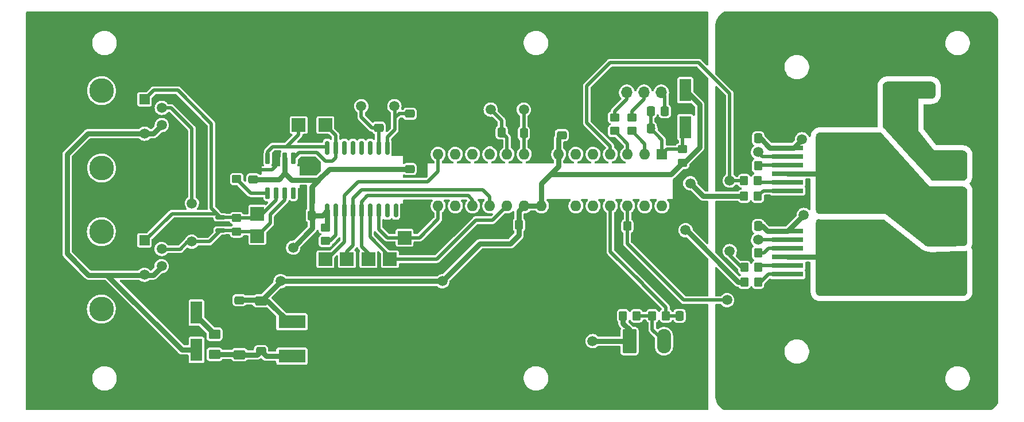
<source format=gbr>
%TF.GenerationSoftware,KiCad,Pcbnew,(6.0.4)*%
%TF.CreationDate,2022-06-20T19:15:38-03:00*%
%TF.ProjectId,steeringmodule,73746565-7269-46e6-976d-6f64756c652e,rev?*%
%TF.SameCoordinates,Original*%
%TF.FileFunction,Copper,L2,Bot*%
%TF.FilePolarity,Positive*%
%FSLAX46Y46*%
G04 Gerber Fmt 4.6, Leading zero omitted, Abs format (unit mm)*
G04 Created by KiCad (PCBNEW (6.0.4)) date 2022-06-20 19:15:38*
%MOMM*%
%LPD*%
G01*
G04 APERTURE LIST*
G04 Aperture macros list*
%AMRoundRect*
0 Rectangle with rounded corners*
0 $1 Rounding radius*
0 $2 $3 $4 $5 $6 $7 $8 $9 X,Y pos of 4 corners*
0 Add a 4 corners polygon primitive as box body*
4,1,4,$2,$3,$4,$5,$6,$7,$8,$9,$2,$3,0*
0 Add four circle primitives for the rounded corners*
1,1,$1+$1,$2,$3*
1,1,$1+$1,$4,$5*
1,1,$1+$1,$6,$7*
1,1,$1+$1,$8,$9*
0 Add four rect primitives between the rounded corners*
20,1,$1+$1,$2,$3,$4,$5,0*
20,1,$1+$1,$4,$5,$6,$7,0*
20,1,$1+$1,$6,$7,$8,$9,0*
20,1,$1+$1,$8,$9,$2,$3,0*%
G04 Aperture macros list end*
%TA.AperFunction,ComponentPad*%
%ADD10RoundRect,0.249999X1.550001X-0.790001X1.550001X0.790001X-1.550001X0.790001X-1.550001X-0.790001X0*%
%TD*%
%TA.AperFunction,ComponentPad*%
%ADD11O,3.600000X2.080000*%
%TD*%
%TA.AperFunction,ComponentPad*%
%ADD12RoundRect,0.249999X-0.790001X-1.550001X0.790001X-1.550001X0.790001X1.550001X-0.790001X1.550001X0*%
%TD*%
%TA.AperFunction,ComponentPad*%
%ADD13O,2.080000X3.600000*%
%TD*%
%TA.AperFunction,ComponentPad*%
%ADD14C,1.500000*%
%TD*%
%TA.AperFunction,WasherPad*%
%ADD15C,3.650000*%
%TD*%
%TA.AperFunction,ComponentPad*%
%ADD16R,1.500000X1.500000*%
%TD*%
%TA.AperFunction,ComponentPad*%
%ADD17C,2.500000*%
%TD*%
%TA.AperFunction,ComponentPad*%
%ADD18R,1.600000X1.600000*%
%TD*%
%TA.AperFunction,ComponentPad*%
%ADD19O,1.600000X1.600000*%
%TD*%
%TA.AperFunction,ComponentPad*%
%ADD20R,1.700000X1.700000*%
%TD*%
%TA.AperFunction,ComponentPad*%
%ADD21O,1.700000X1.700000*%
%TD*%
%TA.AperFunction,SMDPad,CuDef*%
%ADD22R,4.000000X1.905000*%
%TD*%
%TA.AperFunction,SMDPad,CuDef*%
%ADD23R,16.000000X10.000000*%
%TD*%
%TA.AperFunction,SMDPad,CuDef*%
%ADD24RoundRect,0.250000X-0.337500X-0.475000X0.337500X-0.475000X0.337500X0.475000X-0.337500X0.475000X0*%
%TD*%
%TA.AperFunction,SMDPad,CuDef*%
%ADD25RoundRect,0.250000X-0.475000X0.337500X-0.475000X-0.337500X0.475000X-0.337500X0.475000X0.337500X0*%
%TD*%
%TA.AperFunction,SMDPad,CuDef*%
%ADD26RoundRect,0.250000X-0.350000X-0.450000X0.350000X-0.450000X0.350000X0.450000X-0.350000X0.450000X0*%
%TD*%
%TA.AperFunction,SMDPad,CuDef*%
%ADD27R,2.000000X2.000000*%
%TD*%
%TA.AperFunction,SMDPad,CuDef*%
%ADD28RoundRect,0.250000X0.475000X-0.337500X0.475000X0.337500X-0.475000X0.337500X-0.475000X-0.337500X0*%
%TD*%
%TA.AperFunction,SMDPad,CuDef*%
%ADD29RoundRect,0.250000X0.650000X-0.412500X0.650000X0.412500X-0.650000X0.412500X-0.650000X-0.412500X0*%
%TD*%
%TA.AperFunction,SMDPad,CuDef*%
%ADD30RoundRect,0.250000X0.337500X0.475000X-0.337500X0.475000X-0.337500X-0.475000X0.337500X-0.475000X0*%
%TD*%
%TA.AperFunction,SMDPad,CuDef*%
%ADD31RoundRect,0.250000X0.350000X0.450000X-0.350000X0.450000X-0.350000X-0.450000X0.350000X-0.450000X0*%
%TD*%
%TA.AperFunction,SMDPad,CuDef*%
%ADD32RoundRect,0.150000X-0.150000X0.875000X-0.150000X-0.875000X0.150000X-0.875000X0.150000X0.875000X0*%
%TD*%
%TA.AperFunction,SMDPad,CuDef*%
%ADD33R,4.600000X0.800000*%
%TD*%
%TA.AperFunction,SMDPad,CuDef*%
%ADD34R,9.400000X10.800000*%
%TD*%
%TA.AperFunction,SMDPad,CuDef*%
%ADD35RoundRect,0.150000X0.587500X0.150000X-0.587500X0.150000X-0.587500X-0.150000X0.587500X-0.150000X0*%
%TD*%
%TA.AperFunction,SMDPad,CuDef*%
%ADD36RoundRect,0.250000X0.450000X-0.350000X0.450000X0.350000X-0.450000X0.350000X-0.450000X-0.350000X0*%
%TD*%
%TA.AperFunction,SMDPad,CuDef*%
%ADD37RoundRect,0.250000X-0.450000X0.350000X-0.450000X-0.350000X0.450000X-0.350000X0.450000X0.350000X0*%
%TD*%
%TA.AperFunction,SMDPad,CuDef*%
%ADD38RoundRect,0.150000X-0.150000X0.725000X-0.150000X-0.725000X0.150000X-0.725000X0.150000X0.725000X0*%
%TD*%
%TA.AperFunction,SMDPad,CuDef*%
%ADD39R,1.700000X3.300000*%
%TD*%
%TA.AperFunction,SMDPad,CuDef*%
%ADD40RoundRect,0.250001X-0.624999X0.462499X-0.624999X-0.462499X0.624999X-0.462499X0.624999X0.462499X0*%
%TD*%
%TA.AperFunction,SMDPad,CuDef*%
%ADD41RoundRect,0.250000X-0.650000X0.412500X-0.650000X-0.412500X0.650000X-0.412500X0.650000X0.412500X0*%
%TD*%
%TA.AperFunction,ViaPad*%
%ADD42C,1.500000*%
%TD*%
%TA.AperFunction,Conductor*%
%ADD43C,0.508000*%
%TD*%
%TA.AperFunction,Conductor*%
%ADD44C,0.762000*%
%TD*%
G04 APERTURE END LIST*
D10*
%TO.P,J103,1,Pin_1*%
%TO.N,/HBRIDGE/OUT2*%
X194360800Y-101904800D03*
D11*
%TO.P,J103,2,Pin_2*%
%TO.N,/HBRIDGE/OUT1*%
X194360800Y-96824800D03*
%TD*%
D12*
%TO.P,J102,1,Pin_1*%
%TO.N,+5V*%
X148539200Y-112623600D03*
D13*
%TO.P,J102,2,Pin_2*%
%TO.N,Net-(J102-Pad2)*%
X153619200Y-112623600D03*
%TO.P,J102,3,Pin_3*%
%TO.N,GND*%
X158699200Y-112623600D03*
%TD*%
D14*
%TO.P,Y402,1,1*%
%TO.N,Net-(C407-Pad1)*%
X108979887Y-77901800D03*
%TO.P,Y402,2,2*%
%TO.N,Net-(C408-Pad1)*%
X113859887Y-77901800D03*
%TD*%
D10*
%TO.P,J101,1,Pin_1*%
%TO.N,/HBRIDGE/VS1*%
X194393300Y-86410800D03*
D11*
%TO.P,J101,2,Pin_2*%
%TO.N,GND*%
X194393300Y-81330800D03*
%TD*%
D15*
%TO.P,J201,*%
%TO.N,*%
X70662887Y-87045800D03*
X70662887Y-75615800D03*
D16*
%TO.P,J201,1*%
%TO.N,/CANBUS CONN/CAN_H*%
X77012887Y-76885800D03*
D14*
%TO.P,J201,2*%
%TO.N,/CANBUS CONN/CAN_L*%
X79552887Y-78155800D03*
%TO.P,J201,3*%
%TO.N,GND*%
X77012887Y-79425800D03*
%TO.P,J201,4*%
%TO.N,/CANBUS CONN/CAN_18V*%
X79552887Y-80695800D03*
%TO.P,J201,5*%
X77012887Y-81965800D03*
%TO.P,J201,6*%
%TO.N,GND*%
X79552887Y-83235800D03*
%TO.P,J201,7*%
X77012887Y-84505800D03*
%TO.P,J201,8*%
X79552887Y-85775800D03*
D17*
%TO.P,J201,9,SH*%
X73712887Y-73580800D03*
X73712887Y-89080800D03*
%TD*%
D14*
%TO.P,Y401,1,1*%
%TO.N,Net-(C403-Pad1)*%
X128066887Y-78409800D03*
%TO.P,Y401,2,2*%
%TO.N,Net-(C404-Pad1)*%
X132946887Y-78409800D03*
%TD*%
D15*
%TO.P,J202,*%
%TO.N,*%
X70635887Y-107878800D03*
X70635887Y-96448800D03*
D16*
%TO.P,J202,1*%
%TO.N,/CANBUS CONN/CAN_H*%
X76985887Y-97718800D03*
D14*
%TO.P,J202,2*%
%TO.N,/CANBUS CONN/CAN_L*%
X79525887Y-98988800D03*
%TO.P,J202,3*%
%TO.N,GND*%
X76985887Y-100258800D03*
%TO.P,J202,4*%
%TO.N,/CANBUS CONN/CAN_18V*%
X79525887Y-101528800D03*
%TO.P,J202,5*%
X76985887Y-102798800D03*
%TO.P,J202,6*%
%TO.N,GND*%
X79525887Y-104068800D03*
%TO.P,J202,7*%
X76985887Y-105338800D03*
%TO.P,J202,8*%
X79525887Y-106608800D03*
D17*
%TO.P,J202,9,SH*%
X73685887Y-94413800D03*
X73685887Y-109913800D03*
%TD*%
D18*
%TO.P,U401,1,~{RESET}/PC6*%
%TO.N,/MCU/RESET*%
X153339887Y-85013800D03*
D19*
%TO.P,U401,2,PD0*%
%TO.N,/MCU/USART_RX*%
X150799887Y-85013800D03*
%TO.P,U401,3,PD1*%
%TO.N,/MCU/USART_TX*%
X148259887Y-85013800D03*
%TO.P,U401,4,PD2*%
%TO.N,/HBRIDGE/INH*%
X145719887Y-85013800D03*
%TO.P,U401,5,PD3*%
%TO.N,/MCU/LED2*%
X143179887Y-85013800D03*
%TO.P,U401,6,PD4*%
%TO.N,unconnected-(U401-Pad6)*%
X140639887Y-85013800D03*
%TO.P,U401,7,VCC*%
%TO.N,+5V*%
X138099887Y-85013800D03*
%TO.P,U401,8,GND*%
%TO.N,GND*%
X135559887Y-85013800D03*
%TO.P,U401,9,XTAL1/PB6*%
%TO.N,Net-(C404-Pad1)*%
X133019887Y-85013800D03*
%TO.P,U401,10,XTAL2/PB7*%
%TO.N,Net-(C403-Pad1)*%
X130479887Y-85013800D03*
%TO.P,U401,11,PD5*%
%TO.N,/HBRIDGE/INPUT1*%
X127939887Y-85013800D03*
%TO.P,U401,12,PD6*%
%TO.N,/HBRIDGE/INPUT2*%
X125399887Y-85013800D03*
%TO.P,U401,13,PD7*%
%TO.N,unconnected-(U401-Pad13)*%
X122859887Y-85013800D03*
%TO.P,U401,14,PB0*%
%TO.N,/MCU/MCP_SS*%
X120319887Y-85013800D03*
%TO.P,U401,15,PB1*%
%TO.N,/MCU/MCP_INT*%
X120319887Y-92633800D03*
%TO.P,U401,16,PB2*%
%TO.N,/MCU/LED1*%
X122859887Y-92633800D03*
%TO.P,U401,17,PB3*%
%TO.N,/MCU/SPI_MOSI*%
X125399887Y-92633800D03*
%TO.P,U401,18,PB4*%
%TO.N,/MCU/SPI_MISO*%
X127939887Y-92633800D03*
%TO.P,U401,19,PB5*%
%TO.N,/MCU/SPI_SCK*%
X130479887Y-92633800D03*
%TO.P,U401,20,AVCC*%
%TO.N,+5V*%
X133019887Y-92633800D03*
%TO.P,U401,21,AREF*%
X135559887Y-92633800D03*
%TO.P,U401,22,GND*%
%TO.N,GND*%
X138099887Y-92633800D03*
%TO.P,U401,23,PC0*%
%TO.N,unconnected-(U401-Pad23)*%
X140639887Y-92633800D03*
%TO.P,U401,24,PC1*%
%TO.N,unconnected-(U401-Pad24)*%
X143179887Y-92633800D03*
%TO.P,U401,25,PC2*%
%TO.N,/MCU/POTVAL*%
X145719887Y-92633800D03*
%TO.P,U401,26,PC3*%
%TO.N,/HBRIDGE/IS*%
X148259887Y-92633800D03*
%TO.P,U401,27,PC4*%
%TO.N,unconnected-(U401-Pad27)*%
X150799887Y-92633800D03*
%TO.P,U401,28,PC5*%
%TO.N,unconnected-(U401-Pad28)*%
X153339887Y-92633800D03*
%TD*%
D20*
%TO.P,J401,1,Pin_1*%
%TO.N,GND*%
X145602887Y-75869800D03*
D21*
%TO.P,J401,2,Pin_2*%
%TO.N,Net-(J401-Pad2)*%
X148142887Y-75869800D03*
%TO.P,J401,3,Pin_3*%
%TO.N,Net-(J401-Pad3)*%
X150682887Y-75869800D03*
%TO.P,J401,4,Pin_4*%
%TO.N,Net-(C405-Pad2)*%
X153222887Y-75869800D03*
%TD*%
D22*
%TO.P,U301,1,VI*%
%TO.N,/POWER SUPPLY/+18V_OUT*%
X98752300Y-114833400D03*
%TO.P,U301,2,GND*%
%TO.N,GND*%
X98752300Y-112293400D03*
D23*
X111706300Y-112293400D03*
D22*
%TO.P,U301,3,VO*%
%TO.N,+5V*%
X98752300Y-109753400D03*
%TD*%
D24*
%TO.P,C102,1*%
%TO.N,/MCU/POTVAL*%
X155934500Y-108864400D03*
%TO.P,C102,2*%
%TO.N,GND*%
X158009500Y-108864400D03*
%TD*%
D25*
%TO.P,C303,1*%
%TO.N,+5V*%
X91005300Y-106556900D03*
%TO.P,C303,2*%
%TO.N,GND*%
X91005300Y-108631900D03*
%TD*%
D26*
%TO.P,RSR603,1*%
%TO.N,/HBRIDGE/INPUT2*%
X165497000Y-103886000D03*
%TO.P,RSR603,2*%
%TO.N,Net-(RSR603-Pad2)*%
X167497000Y-103886000D03*
%TD*%
D27*
%TO.P,TP403,1,1*%
%TO.N,/MCU/SPI_MISO*%
X106857887Y-100507800D03*
%TD*%
%TO.P,TP401,1,1*%
%TO.N,/MCU/SPI_SCK*%
X113207887Y-100507800D03*
%TD*%
D28*
%TO.P,C401,1*%
%TO.N,+5V*%
X138557000Y-82190500D03*
%TO.P,C401,2*%
%TO.N,GND*%
X138557000Y-80115500D03*
%TD*%
D29*
%TO.P,C602,1*%
%TO.N,/HBRIDGE/VS1*%
X189865000Y-75603500D03*
%TO.P,C602,2*%
%TO.N,GND*%
X189865000Y-72478500D03*
%TD*%
D28*
%TO.P,C201,1*%
%TO.N,+5V*%
X116128887Y-87194300D03*
%TO.P,C201,2*%
%TO.N,GND*%
X116128887Y-85119300D03*
%TD*%
D26*
%TO.P,RIS1,1*%
%TO.N,/HBRIDGE/IS*%
X148225000Y-95631000D03*
%TO.P,RIS1,2*%
%TO.N,GND*%
X150225000Y-95631000D03*
%TD*%
D30*
%TO.P,C205,1*%
%TO.N,+5V*%
X101672387Y-94030800D03*
%TO.P,C205,2*%
%TO.N,GND*%
X99597387Y-94030800D03*
%TD*%
D24*
%TO.P,C405,1*%
%TO.N,/MCU/RESET*%
X151667387Y-78663800D03*
%TO.P,C405,2*%
%TO.N,Net-(C405-Pad2)*%
X153742387Y-78663800D03*
%TD*%
D31*
%TO.P,RSR2,1*%
%TO.N,Net-(RSR2-Pad1)*%
X167497000Y-99568000D03*
%TO.P,RSR2,2*%
%TO.N,GND*%
X165497000Y-99568000D03*
%TD*%
D28*
%TO.P,C202,1*%
%TO.N,+5V*%
X93014887Y-88718300D03*
%TO.P,C202,2*%
%TO.N,GND*%
X93014887Y-86643300D03*
%TD*%
D27*
%TO.P,TP405,1,1*%
%TO.N,/MCU/MCP_INT*%
X115366887Y-97332800D03*
%TD*%
D32*
%TO.P,U202,1,TXCAN*%
%TO.N,/CANBUS/TXCAN*%
X103936887Y-84046800D03*
%TO.P,U202,2,RXCAN*%
%TO.N,/CANBUS/RXCAN*%
X105206887Y-84046800D03*
%TO.P,U202,3,CLKOUT/SOF*%
%TO.N,unconnected-(U202-Pad3)*%
X106476887Y-84046800D03*
%TO.P,U202,4,~{TX0RTS}*%
%TO.N,unconnected-(U202-Pad4)*%
X107746887Y-84046800D03*
%TO.P,U202,5,~{TX1RTS}*%
%TO.N,unconnected-(U202-Pad5)*%
X109016887Y-84046800D03*
%TO.P,U202,6,~{TX2RTS}*%
%TO.N,unconnected-(U202-Pad6)*%
X110286887Y-84046800D03*
%TO.P,U202,7,OSC2*%
%TO.N,Net-(C407-Pad1)*%
X111556887Y-84046800D03*
%TO.P,U202,8,OSC1*%
%TO.N,Net-(C408-Pad1)*%
X112826887Y-84046800D03*
%TO.P,U202,9,VSS*%
%TO.N,GND*%
X114096887Y-84046800D03*
%TO.P,U202,10,~{RX1BF}*%
%TO.N,unconnected-(U202-Pad10)*%
X114096887Y-93346800D03*
%TO.P,U202,11,~{RX0BF}*%
%TO.N,unconnected-(U202-Pad11)*%
X112826887Y-93346800D03*
%TO.P,U202,12,~{INT}*%
%TO.N,/MCU/MCP_INT*%
X111556887Y-93346800D03*
%TO.P,U202,13,SCK*%
%TO.N,/MCU/SPI_SCK*%
X110286887Y-93346800D03*
%TO.P,U202,14,SI*%
%TO.N,/MCU/SPI_MOSI*%
X109016887Y-93346800D03*
%TO.P,U202,15,SO*%
%TO.N,/MCU/SPI_MISO*%
X107746887Y-93346800D03*
%TO.P,U202,16,~{CS}*%
%TO.N,/MCU/MCP_SS*%
X106476887Y-93346800D03*
%TO.P,U202,17,~{RESET}*%
%TO.N,Net-(R203-Pad2)*%
X105206887Y-93346800D03*
%TO.P,U202,18,VDD*%
%TO.N,+5V*%
X103936887Y-93346800D03*
%TD*%
D27*
%TO.P,TP408,1,1*%
%TO.N,/CANBUS CONN/CAN_H*%
X93649887Y-93776800D03*
%TD*%
D30*
%TO.P,C406,1*%
%TO.N,GND*%
X153742387Y-81203800D03*
%TO.P,C406,2*%
%TO.N,/MCU/RESET*%
X151667387Y-81203800D03*
%TD*%
D33*
%TO.P,U601,1,GND*%
%TO.N,GND*%
X171838001Y-91660012D03*
%TO.P,U601,2,IN*%
%TO.N,Net-(RSR601-Pad2)*%
X171838001Y-90390012D03*
%TO.P,U601,3,INH*%
%TO.N,Net-(RINH1-Pad2)*%
X171838001Y-89120012D03*
%TO.P,U601,4,OUT*%
%TO.N,/HBRIDGE/OUT1*%
X171838001Y-87850012D03*
%TO.P,U601,5,SR*%
%TO.N,Net-(RSR1-Pad1)*%
X171838001Y-86580012D03*
%TO.P,U601,6,IS*%
%TO.N,/HBRIDGE/IS*%
X171838001Y-85310012D03*
%TO.P,U601,7,VS*%
%TO.N,/HBRIDGE/VS1*%
X171838001Y-84040012D03*
D34*
%TO.P,U601,8,OUT*%
%TO.N,/HBRIDGE/OUT1*%
X180988001Y-87850012D03*
%TD*%
D29*
%TO.P,C301,1*%
%TO.N,/POWER SUPPLY/+18V_OUT*%
X91005300Y-114617900D03*
%TO.P,C301,2*%
%TO.N,GND*%
X91005300Y-111492900D03*
%TD*%
D31*
%TO.P,R101,1*%
%TO.N,/MCU/POTVAL*%
X153908000Y-108864400D03*
%TO.P,R101,2*%
%TO.N,Net-(J102-Pad2)*%
X151908000Y-108864400D03*
%TD*%
D25*
%TO.P,C408,1*%
%TO.N,Net-(C408-Pad1)*%
X116128887Y-79023300D03*
%TO.P,C408,2*%
%TO.N,GND*%
X116128887Y-81098300D03*
%TD*%
D35*
%TO.P,D404,1,A1*%
%TO.N,/CANBUS CONN/CAN_H*%
X88237387Y-94350800D03*
%TO.P,D404,2,A2*%
%TO.N,/CANBUS CONN/CAN_L*%
X88237387Y-96250800D03*
%TO.P,D404,3,common*%
%TO.N,GND*%
X86362387Y-95300800D03*
%TD*%
D36*
%TO.P,R403,1*%
%TO.N,/MCU/USART_TX*%
X146354887Y-81568800D03*
%TO.P,R403,2*%
%TO.N,Net-(J401-Pad2)*%
X146354887Y-79568800D03*
%TD*%
D29*
%TO.P,C601,1*%
%TO.N,/HBRIDGE/VS1*%
X186944000Y-75603500D03*
%TO.P,C601,2*%
%TO.N,GND*%
X186944000Y-72478500D03*
%TD*%
D31*
%TO.P,RSR1,1*%
%TO.N,Net-(RSR1-Pad1)*%
X167497000Y-86741000D03*
%TO.P,RSR1,2*%
%TO.N,GND*%
X165497000Y-86741000D03*
%TD*%
D26*
%TO.P,R102,1*%
%TO.N,+5V*%
X147590000Y-108864400D03*
%TO.P,R102,2*%
%TO.N,Net-(J102-Pad2)*%
X149590000Y-108864400D03*
%TD*%
D29*
%TO.P,C603,1*%
%TO.N,/HBRIDGE/VS1*%
X192532000Y-75603500D03*
%TO.P,C603,2*%
%TO.N,GND*%
X192532000Y-72478500D03*
%TD*%
D37*
%TO.P,R203,1*%
%TO.N,+5V*%
X103682887Y-95824800D03*
%TO.P,R203,2*%
%TO.N,Net-(R203-Pad2)*%
X103682887Y-97824800D03*
%TD*%
D28*
%TO.P,C407,1*%
%TO.N,Net-(C407-Pad1)*%
X111556887Y-81098300D03*
%TO.P,C407,2*%
%TO.N,GND*%
X111556887Y-79023300D03*
%TD*%
D27*
%TO.P,TP402,1,1*%
%TO.N,/MCU/MCP_SS*%
X103682887Y-100507800D03*
%TD*%
D36*
%TO.P,R402,1*%
%TO.N,/MCU/USART_RX*%
X148894887Y-81568800D03*
%TO.P,R402,2*%
%TO.N,Net-(J401-Pad3)*%
X148894887Y-79568800D03*
%TD*%
D38*
%TO.P,U201,1,TXD*%
%TO.N,/CANBUS/TXCAN*%
X95173887Y-85613800D03*
%TO.P,U201,2,VSS*%
%TO.N,GND*%
X96443887Y-85613800D03*
%TO.P,U201,3,VDD*%
%TO.N,+5V*%
X97713887Y-85613800D03*
%TO.P,U201,4,RXD*%
%TO.N,/CANBUS/RXCAN*%
X98983887Y-85613800D03*
%TO.P,U201,5,SPLIT*%
%TO.N,unconnected-(U201-Pad5)*%
X98983887Y-90763800D03*
%TO.P,U201,6,CANL*%
%TO.N,/CANBUS CONN/CAN_L*%
X97713887Y-90763800D03*
%TO.P,U201,7,CANH*%
%TO.N,/CANBUS CONN/CAN_H*%
X96443887Y-90763800D03*
%TO.P,U201,8,STBY*%
%TO.N,Net-(R202-Pad1)*%
X95173887Y-90763800D03*
%TD*%
D39*
%TO.P,D401,1,K*%
%TO.N,+5V*%
X156768887Y-75532800D03*
%TO.P,D401,2,A*%
%TO.N,/MCU/RESET*%
X156768887Y-81032800D03*
%TD*%
D27*
%TO.P,TP404,1,1*%
%TO.N,/MCU/SPI_MOSI*%
X110032887Y-100507800D03*
%TD*%
D24*
%TO.P,C404,1*%
%TO.N,Net-(C404-Pad1)*%
X132947500Y-81915000D03*
%TO.P,C404,2*%
%TO.N,GND*%
X135022500Y-81915000D03*
%TD*%
D27*
%TO.P,TP406,1,1*%
%TO.N,/CANBUS/TXCAN*%
X99745887Y-80695800D03*
%TD*%
%TO.P,TP407,1,1*%
%TO.N,/CANBUS/RXCAN*%
X103682887Y-80695800D03*
%TD*%
D26*
%TO.P,RINH1,1*%
%TO.N,/HBRIDGE/INH*%
X165446200Y-88925099D03*
%TO.P,RINH1,2*%
%TO.N,Net-(RINH1-Pad2)*%
X167446200Y-88925099D03*
%TD*%
D40*
%TO.P,F301,1*%
%TO.N,Net-(D301-Pad1)*%
X87322289Y-111567900D03*
%TO.P,F301,2*%
%TO.N,/POWER SUPPLY/+18V_OUT*%
X87322289Y-114542900D03*
%TD*%
D36*
%TO.P,R202,1*%
%TO.N,Net-(R202-Pad1)*%
X90601887Y-88680800D03*
%TO.P,R202,2*%
%TO.N,GND*%
X90601887Y-86680800D03*
%TD*%
D30*
%TO.P,CBTS1,1*%
%TO.N,/HBRIDGE/VS1*%
X167534500Y-82677000D03*
%TO.P,CBTS1,2*%
%TO.N,GND*%
X165459500Y-82677000D03*
%TD*%
D41*
%TO.P,C304,1*%
%TO.N,+5V*%
X94180300Y-106666900D03*
%TO.P,C304,2*%
%TO.N,GND*%
X94180300Y-109791900D03*
%TD*%
D36*
%TO.P,R201,1*%
%TO.N,/CANBUS CONN/CAN_L*%
X90601887Y-96427800D03*
%TO.P,R201,2*%
%TO.N,/CANBUS CONN/CAN_H*%
X90601887Y-94427800D03*
%TD*%
D30*
%TO.P,C402,1*%
%TO.N,GND*%
X134311387Y-95427800D03*
%TO.P,C402,2*%
%TO.N,+5V*%
X132236387Y-95427800D03*
%TD*%
D26*
%TO.P,RINH2,1*%
%TO.N,/HBRIDGE/INH*%
X165497000Y-101727000D03*
%TO.P,RINH2,2*%
%TO.N,Net-(RINH2-Pad2)*%
X167497000Y-101727000D03*
%TD*%
%TO.P,RSR601,1*%
%TO.N,/HBRIDGE/INPUT1*%
X165446200Y-91211099D03*
%TO.P,RSR601,2*%
%TO.N,Net-(RSR601-Pad2)*%
X167446200Y-91211099D03*
%TD*%
D36*
%TO.P,R401,1*%
%TO.N,+5V*%
X156387887Y-86267800D03*
%TO.P,R401,2*%
%TO.N,/MCU/RESET*%
X156387887Y-84267800D03*
%TD*%
D30*
%TO.P,C403,1*%
%TO.N,Net-(C403-Pad1)*%
X129688500Y-81788000D03*
%TO.P,C403,2*%
%TO.N,GND*%
X127613500Y-81788000D03*
%TD*%
D33*
%TO.P,U602,1,GND*%
%TO.N,GND*%
X171851401Y-104004412D03*
%TO.P,U602,2,IN*%
%TO.N,Net-(RSR603-Pad2)*%
X171851401Y-102734412D03*
%TO.P,U602,3,INH*%
%TO.N,Net-(RINH2-Pad2)*%
X171851401Y-101464412D03*
%TO.P,U602,4,OUT*%
%TO.N,/HBRIDGE/OUT2*%
X171851401Y-100194412D03*
%TO.P,U602,5,SR*%
%TO.N,Net-(RSR2-Pad1)*%
X171851401Y-98924412D03*
%TO.P,U602,6,IS*%
%TO.N,/HBRIDGE/IS*%
X171851401Y-97654412D03*
%TO.P,U602,7,VS*%
%TO.N,/HBRIDGE/VS1*%
X171851401Y-96384412D03*
D34*
%TO.P,U602,8,OUT*%
%TO.N,/HBRIDGE/OUT2*%
X181001401Y-100194412D03*
%TD*%
D39*
%TO.P,D301,1,K*%
%TO.N,Net-(D301-Pad1)*%
X84655289Y-108400400D03*
%TO.P,D301,2,A*%
%TO.N,/CANBUS CONN/CAN_18V*%
X84655289Y-113900400D03*
%TD*%
D27*
%TO.P,TP409,1,1*%
%TO.N,/CANBUS CONN/CAN_L*%
X93649887Y-97078800D03*
%TD*%
D30*
%TO.P,CBTS2,1*%
%TO.N,/HBRIDGE/VS1*%
X167534500Y-95630699D03*
%TO.P,CBTS2,2*%
%TO.N,GND*%
X165459500Y-95630699D03*
%TD*%
D28*
%TO.P,C302,1*%
%TO.N,/POWER SUPPLY/+18V_OUT*%
X94180300Y-114071400D03*
%TO.P,C302,2*%
%TO.N,GND*%
X94180300Y-111996400D03*
%TD*%
D42*
%TO.N,GND*%
X85471000Y-89027000D03*
X162013697Y-82296000D03*
X169799000Y-93345000D03*
X82169000Y-96139000D03*
X122174000Y-95262497D03*
X116967000Y-93853000D03*
X101346000Y-86741000D03*
X82169000Y-89027000D03*
%TO.N,+5V*%
X97078800Y-103733600D03*
X143100000Y-112600000D03*
X98933000Y-98806000D03*
X120929400Y-103759000D03*
%TO.N,/HBRIDGE/VS1*%
X187071000Y-79756000D03*
X189484000Y-83312000D03*
X187833000Y-81534000D03*
X189611000Y-79756000D03*
X190119000Y-81534000D03*
X174244000Y-93980000D03*
X191008000Y-84709000D03*
X189611000Y-77851000D03*
X173990000Y-82804000D03*
X187071000Y-77851000D03*
%TO.N,/CANBUS CONN/CAN_L*%
X83972400Y-97916699D03*
X83985887Y-92263790D03*
%TO.N,/HBRIDGE/OUT1*%
X182499000Y-87756699D03*
X179197000Y-89788699D03*
X180848000Y-89788699D03*
X177546000Y-87756699D03*
X182499000Y-85724699D03*
X179197000Y-83692699D03*
X184150000Y-87756699D03*
X182499000Y-83692699D03*
X184150000Y-83692699D03*
X184150000Y-85724699D03*
X177546000Y-89788699D03*
X180848000Y-87756699D03*
X184150000Y-89788699D03*
X180848000Y-85724699D03*
X177546000Y-85724699D03*
X177546000Y-83692699D03*
X180848000Y-83692699D03*
X182499000Y-89788699D03*
X179197000Y-85724699D03*
X179197000Y-87756699D03*
%TO.N,/HBRIDGE/OUT2*%
X177469800Y-102336299D03*
X184073800Y-98272299D03*
X180771800Y-102336299D03*
X177469800Y-104368299D03*
X177469800Y-98272299D03*
X182422800Y-102336299D03*
X180771800Y-104368299D03*
X180771800Y-100304299D03*
X184073800Y-100304299D03*
X177469800Y-100304299D03*
X179120800Y-98272299D03*
X184073800Y-102336299D03*
X182422800Y-98272299D03*
X179120800Y-100304299D03*
X182422800Y-100304299D03*
X184073800Y-104368299D03*
X179120800Y-102336299D03*
X179120800Y-104368299D03*
X180771800Y-98272299D03*
X182422800Y-104368299D03*
%TO.N,/HBRIDGE/INH*%
X163322000Y-99314000D03*
X163322000Y-88900000D03*
%TO.N,/HBRIDGE/IS*%
X167513000Y-84709000D03*
X167513000Y-97663000D03*
X162941000Y-106553000D03*
%TO.N,/HBRIDGE/INPUT1*%
X157500000Y-89300000D03*
%TO.N,/HBRIDGE/INPUT2*%
X156819600Y-96215200D03*
%TD*%
D43*
%TO.N,Net-(C408-Pad1)*%
X114499387Y-79048613D02*
X113919000Y-79629000D01*
X114499387Y-79023300D02*
X114499387Y-79048613D01*
X113919000Y-79629000D02*
X113919000Y-77960913D01*
X113919000Y-81407000D02*
X113919000Y-79629000D01*
X113919000Y-77960913D02*
X113859887Y-77901800D01*
X112826887Y-84046800D02*
X112826887Y-82499113D01*
X112826887Y-82499113D02*
X113919000Y-81407000D01*
%TO.N,/MCU/POTVAL*%
X150500000Y-104200000D02*
X153908000Y-107608000D01*
X153908000Y-107608000D02*
X153908000Y-108864400D01*
X150500000Y-104170400D02*
X145719887Y-99390287D01*
X155934500Y-108864400D02*
X153908000Y-108864400D01*
X145719887Y-99390287D02*
X145719887Y-92633800D01*
X150500000Y-104200000D02*
X150500000Y-104170400D01*
%TO.N,GND*%
X93544387Y-87299800D02*
X92887887Y-86643300D01*
D44*
X165497000Y-86741000D02*
X165481000Y-86725000D01*
D43*
X92887887Y-86643300D02*
X90639387Y-86643300D01*
D44*
X165481000Y-86725000D02*
X165481000Y-82698500D01*
D43*
X96443887Y-85613800D02*
X96443887Y-86664800D01*
D44*
X162179000Y-82296000D02*
X162013700Y-82296000D01*
D43*
X83032200Y-95275800D02*
X86286887Y-95275800D01*
X90639387Y-86643300D02*
X90601887Y-86680800D01*
X82169000Y-96139000D02*
X83032200Y-95275800D01*
D44*
X122174000Y-95377000D02*
X122174000Y-95262500D01*
X165481000Y-82698500D02*
X165459500Y-82677000D01*
D43*
X96443887Y-86664800D02*
X95808887Y-87299800D01*
D44*
X98752300Y-112293400D02*
X111706300Y-112293400D01*
X165459500Y-95630699D02*
X165459500Y-99149500D01*
D43*
X95808887Y-87299800D02*
X93544387Y-87299800D01*
D44*
X169799000Y-93345000D02*
X170153013Y-93345000D01*
%TO.N,+5V*%
X97078800Y-103768400D02*
X97078800Y-103733600D01*
X102645387Y-88845300D02*
X101777887Y-89712800D01*
X147590000Y-109990000D02*
X148539200Y-110939200D01*
X101777887Y-95935800D02*
X101777887Y-94136300D01*
X130987800Y-98221800D02*
X132236387Y-96973213D01*
X158877000Y-83985187D02*
X156594387Y-86267800D01*
X98933000Y-98806000D02*
X98933000Y-98780687D01*
X91005300Y-106556900D02*
X91026800Y-106535400D01*
X101777887Y-89712800D02*
X101777887Y-92104300D01*
X98933000Y-98780687D02*
X101777887Y-95935800D01*
X91026800Y-106535400D02*
X94048800Y-106535400D01*
X94048800Y-106535400D02*
X94180300Y-106666900D01*
X97104200Y-103759000D02*
X97078800Y-103733600D01*
X104274887Y-87172800D02*
X116107387Y-87172800D01*
X101672387Y-94030800D02*
X103252887Y-94030800D01*
X148515600Y-112600000D02*
X148539200Y-112623600D01*
X158877000Y-77640913D02*
X158877000Y-83985187D01*
X94180300Y-106666900D02*
X95157800Y-106666900D01*
X147590000Y-108864400D02*
X147590000Y-109990000D01*
X101777887Y-94136300D02*
X101672387Y-94030800D01*
X92887887Y-88718300D02*
X96803387Y-88718300D01*
X120929400Y-103759000D02*
X97104200Y-103759000D01*
X96803387Y-88718300D02*
X97713887Y-87807800D01*
X135559887Y-89331800D02*
X135559887Y-92633800D01*
X97713887Y-87807800D02*
X97713887Y-85613800D01*
D43*
X103682887Y-95824800D02*
X103936887Y-95570800D01*
D44*
X136893343Y-87998343D02*
X135559887Y-89331800D01*
X132236387Y-93417300D02*
X133019887Y-92633800D01*
X156594387Y-86267800D02*
X156387887Y-86267800D01*
X135559887Y-92633800D02*
X133019887Y-92633800D01*
X98752300Y-109753400D02*
X97647800Y-109753400D01*
X98244300Y-109753400D02*
X98752300Y-109753400D01*
X154657344Y-87998343D02*
X156387887Y-86267800D01*
X132236387Y-95427800D02*
X132236387Y-93417300D01*
X138099887Y-85013800D02*
X138099887Y-86791800D01*
X101672387Y-89818300D02*
X101777887Y-89712800D01*
X103936887Y-95570802D02*
X103936887Y-93346803D01*
X138099887Y-85013800D02*
X138099887Y-82647613D01*
X103252887Y-94030800D02*
X103936887Y-93346800D01*
X98729887Y-88823800D02*
X102623887Y-88823800D01*
X102623887Y-88823800D02*
X102645387Y-88845300D01*
X101672387Y-94030800D02*
X101672387Y-89818300D01*
X143100000Y-112600000D02*
X148515600Y-112600000D01*
X138099887Y-86791800D02*
X136893343Y-87998343D01*
X132236387Y-96973213D02*
X132236387Y-95427800D01*
X148539200Y-110939200D02*
X148539200Y-112623600D01*
X120929400Y-103759000D02*
X126466600Y-98221800D01*
X95157800Y-106666900D02*
X98244300Y-109753400D01*
X97713887Y-87807800D02*
X98729887Y-88823800D01*
X156768887Y-75532800D02*
X158877000Y-77640913D01*
X102623887Y-88823800D02*
X104274887Y-87172800D01*
X136893343Y-87998343D02*
X154657344Y-87998343D01*
X138099887Y-82647613D02*
X138557000Y-82190500D01*
X94180300Y-106666900D02*
X97078800Y-103768400D01*
X126466600Y-98221800D02*
X130987800Y-98221800D01*
%TO.N,/POWER SUPPLY/+18V_OUT*%
X90930300Y-114542900D02*
X91005300Y-114617900D01*
X94180300Y-114071400D02*
X94942300Y-114833400D01*
X91311300Y-114521400D02*
X91386300Y-114596400D01*
X94942300Y-114833400D02*
X98752300Y-114833400D01*
X91005300Y-114617900D02*
X93633800Y-114617900D01*
X87322300Y-114542900D02*
X90930300Y-114542900D01*
X93633800Y-114617900D02*
X94180300Y-114071400D01*
D43*
%TO.N,Net-(C403-Pad1)*%
X130479887Y-85013800D02*
X130479887Y-82579387D01*
X130479887Y-82579387D02*
X129688500Y-81788000D01*
X129688500Y-81788000D02*
X129688500Y-80031413D01*
X129688500Y-80031413D02*
X128066887Y-78409800D01*
%TO.N,Net-(C404-Pad1)*%
X132946887Y-78409800D02*
X132946887Y-81149800D01*
X132946887Y-81149800D02*
X132946887Y-84940800D01*
X132946887Y-84940800D02*
X133019887Y-85013800D01*
%TO.N,/MCU/RESET*%
X151667387Y-81203800D02*
X152132387Y-81203800D01*
X156387887Y-84267800D02*
X154085887Y-84267800D01*
X156387887Y-84267800D02*
X156387887Y-81413800D01*
X151667387Y-81203800D02*
X151667387Y-78663800D01*
X153318387Y-84992300D02*
X153339887Y-85013800D01*
X153318387Y-82854800D02*
X153318387Y-84992300D01*
X156387887Y-81413800D02*
X156768887Y-81032800D01*
X151667387Y-81203800D02*
X153318387Y-82854800D01*
X154085887Y-84267800D02*
X153339887Y-85013800D01*
%TO.N,Net-(C405-Pad2)*%
X153742387Y-78663800D02*
X153742387Y-76389300D01*
X153742387Y-76389300D02*
X153222887Y-75869800D01*
%TO.N,Net-(C407-Pad1)*%
X111556887Y-84046800D02*
X111556887Y-81098300D01*
X108979887Y-79515800D02*
X108979887Y-77901800D01*
X110562387Y-81098300D02*
X108979887Y-79515800D01*
X111556887Y-81098300D02*
X110562387Y-81098300D01*
%TO.N,Net-(C408-Pad1)*%
X116128887Y-79023300D02*
X114499387Y-79023300D01*
D44*
%TO.N,/HBRIDGE/VS1*%
X168901412Y-96384412D02*
X168147699Y-95630699D01*
X171851401Y-96384412D02*
X168901412Y-96384412D01*
X171838001Y-84040012D02*
X169257012Y-84040012D01*
X167894000Y-82677000D02*
X167534500Y-82677000D01*
X174244000Y-93991813D02*
X171851401Y-96384412D01*
X169257012Y-84040012D02*
X167894000Y-82677000D01*
X172753988Y-84040012D02*
X171838001Y-84040012D01*
X174244000Y-93980000D02*
X174244000Y-93991813D01*
X173990000Y-82804000D02*
X172753988Y-84040012D01*
X168147699Y-95630699D02*
X167534500Y-95630699D01*
D43*
%TO.N,Net-(D301-Pad1)*%
X87293293Y-111538893D02*
X87322300Y-111567900D01*
D44*
X84655300Y-108900900D02*
X87322300Y-111567900D01*
X84655300Y-108400400D02*
X84655300Y-108900900D01*
%TO.N,/CANBUS CONN/CAN_18V*%
X65570887Y-85049800D02*
X65570887Y-99654800D01*
X68630887Y-81989800D02*
X65570887Y-85049800D01*
X82531487Y-113900400D02*
X84655289Y-113900400D01*
X77012887Y-102844800D02*
X78282887Y-102844800D01*
X78282887Y-102844800D02*
X79552887Y-101574800D01*
X78278887Y-81989800D02*
X79548887Y-80719800D01*
X71475887Y-102844800D02*
X77012887Y-102844800D01*
X68760887Y-102844800D02*
X71475887Y-102844800D01*
X77008887Y-81989800D02*
X78278887Y-81989800D01*
X77008887Y-81989800D02*
X68630887Y-81989800D01*
X71475887Y-102844800D02*
X82531487Y-113900400D01*
X65570887Y-99654800D02*
X68760887Y-102844800D01*
D43*
%TO.N,/CANBUS CONN/CAN_H*%
X77012887Y-97764800D02*
X77063099Y-97764800D01*
X94411887Y-93776800D02*
X96443887Y-91744800D01*
X87662387Y-93775800D02*
X86868000Y-92981413D01*
X90524887Y-94350800D02*
X90601887Y-94427800D01*
X96443887Y-91744800D02*
X96443887Y-90763800D01*
X86868000Y-92981413D02*
X86868000Y-80518000D01*
X93649887Y-93776800D02*
X94411887Y-93776800D01*
X78353687Y-75565000D02*
X77008887Y-76909800D01*
X81052099Y-93775800D02*
X85890887Y-93775800D01*
X77063099Y-97764800D02*
X81052099Y-93775800D01*
X85890887Y-93775800D02*
X87662387Y-93775800D01*
X90601887Y-94427800D02*
X92998887Y-94427800D01*
X87662387Y-93775800D02*
X88237387Y-94350800D01*
X86868000Y-80518000D02*
X81915000Y-75565000D01*
X81915000Y-75565000D02*
X78353687Y-75565000D01*
X88237387Y-94350800D02*
X90524887Y-94350800D01*
X92998887Y-94427800D02*
X93649887Y-93776800D01*
%TO.N,/CANBUS CONN/CAN_L*%
X88237387Y-96250800D02*
X90424887Y-96250800D01*
X83985887Y-81239800D02*
X83985887Y-91203130D01*
X82244699Y-99034800D02*
X79552887Y-99034800D01*
X93649887Y-97078800D02*
X95554887Y-95173800D01*
X83362800Y-97916699D02*
X82244699Y-99034800D01*
X83972400Y-97916699D02*
X86571488Y-97916699D01*
X92998887Y-96427800D02*
X93649887Y-97078800D01*
X90601887Y-96427800D02*
X92998887Y-96427800D01*
X95554887Y-95173800D02*
X95554887Y-93903800D01*
X83972400Y-97916699D02*
X83362800Y-97916699D01*
X83985887Y-91203130D02*
X83985887Y-92263790D01*
X86571488Y-97916699D02*
X88237387Y-96250800D01*
X90424887Y-96250800D02*
X90601887Y-96427800D01*
X80925887Y-78179800D02*
X83985887Y-81239800D01*
X79548887Y-78179800D02*
X80925887Y-78179800D01*
X95554887Y-93903800D02*
X97713887Y-91744800D01*
X97713887Y-91744800D02*
X97713887Y-90763800D01*
%TO.N,Net-(J102-Pad2)*%
X151908000Y-108864400D02*
X151908000Y-110912400D01*
X151908000Y-110912400D02*
X153619200Y-112623600D01*
X149590000Y-108864400D02*
X151908000Y-108864400D01*
D44*
%TO.N,/HBRIDGE/OUT1*%
X180988001Y-87850012D02*
X171838001Y-87850012D01*
%TO.N,/HBRIDGE/OUT2*%
X181001401Y-100194412D02*
X171851401Y-100194412D01*
D43*
%TO.N,Net-(J401-Pad2)*%
X148142887Y-76875800D02*
X146354887Y-78663800D01*
X148142887Y-75869800D02*
X148142887Y-76875800D01*
X148259887Y-75986800D02*
X148142887Y-75869800D01*
X146354887Y-78663800D02*
X146354887Y-79568800D01*
%TO.N,Net-(J401-Pad3)*%
X150799887Y-75986800D02*
X150682887Y-75869800D01*
X150682887Y-75869800D02*
X150682887Y-76875800D01*
X150682887Y-76875800D02*
X148894887Y-78663800D01*
X148894887Y-78663800D02*
X148894887Y-79568800D01*
%TO.N,Net-(R202-Pad1)*%
X90601887Y-88680800D02*
X92684887Y-90763800D01*
X92684887Y-90763800D02*
X95173887Y-90763800D01*
%TO.N,Net-(R203-Pad2)*%
X105206887Y-96951800D02*
X104333887Y-97824800D01*
X104333887Y-97824800D02*
X103682887Y-97824800D01*
X105206887Y-93346800D02*
X105206887Y-96951800D01*
%TO.N,/MCU/USART_RX*%
X150799887Y-83473800D02*
X150799887Y-85013800D01*
X148894887Y-81568800D02*
X150799887Y-83473800D01*
%TO.N,/MCU/USART_TX*%
X148259887Y-83473800D02*
X148259887Y-85013800D01*
X146354887Y-81568800D02*
X148259887Y-83473800D01*
%TO.N,/HBRIDGE/INH*%
X163322000Y-99949000D02*
X165100000Y-101727000D01*
X165100000Y-101727000D02*
X165497000Y-101727000D01*
X158750000Y-71501000D02*
X163322000Y-76073000D01*
X142240000Y-80345713D02*
X145719887Y-83825600D01*
X163322000Y-76073000D02*
X163322000Y-88900000D01*
X163398200Y-88925099D02*
X165446200Y-88925099D01*
X163322000Y-99314000D02*
X163322000Y-99949000D01*
X142240000Y-78994000D02*
X142240000Y-74930000D01*
X142240000Y-74930000D02*
X145669000Y-71501000D01*
X145669000Y-71501000D02*
X158750000Y-71501000D01*
X142240000Y-78994000D02*
X142240000Y-80345713D01*
X145719887Y-83825600D02*
X145719887Y-85013800D01*
%TO.N,Net-(RINH1-Pad2)*%
X167446200Y-88925099D02*
X167641113Y-89120012D01*
X167641113Y-89120012D02*
X171838001Y-89120012D01*
%TO.N,Net-(RINH2-Pad2)*%
X171851401Y-101464412D02*
X167759588Y-101464412D01*
X167759588Y-101464412D02*
X167497000Y-101727000D01*
%TO.N,/HBRIDGE/IS*%
X168114012Y-85310012D02*
X171838001Y-85310012D01*
X148259887Y-92633800D02*
X148259887Y-95240113D01*
X156553000Y-106553000D02*
X162941000Y-106553000D01*
X148200000Y-95300000D02*
X148200000Y-98200000D01*
X167513000Y-84709000D02*
X168114012Y-85310012D01*
X171842813Y-97663000D02*
X171851401Y-97654412D01*
X148259887Y-95240113D02*
X148200000Y-95300000D01*
X148200000Y-98200000D02*
X156553000Y-106553000D01*
X167513000Y-97663000D02*
X171842813Y-97663000D01*
%TO.N,Net-(RSR1-Pad1)*%
X167657988Y-86580012D02*
X171838001Y-86580012D01*
X167497000Y-86741000D02*
X167657988Y-86580012D01*
%TO.N,Net-(RSR2-Pad1)*%
X169045588Y-98924412D02*
X168402000Y-99568000D01*
X168402000Y-99568000D02*
X167497000Y-99568000D01*
X171851401Y-98924412D02*
X169045588Y-98924412D01*
D44*
%TO.N,/HBRIDGE/INPUT1*%
X159386000Y-91186000D02*
X165421101Y-91186000D01*
X157500000Y-89300000D02*
X159386000Y-91186000D01*
X127939887Y-85013800D02*
X127939887Y-84505887D01*
X165421101Y-91186000D02*
X165446200Y-91211099D01*
D43*
%TO.N,Net-(RSR601-Pad2)*%
X168267287Y-90390012D02*
X171838001Y-90390012D01*
X167446200Y-91211099D02*
X168267287Y-90390012D01*
D44*
%TO.N,/HBRIDGE/INPUT2*%
X156921200Y-96215200D02*
X164592000Y-103886000D01*
X156819600Y-96215200D02*
X156921200Y-96215200D01*
X125399887Y-85013800D02*
X125399887Y-84886586D01*
X164592000Y-103886000D02*
X165497000Y-103886000D01*
D43*
%TO.N,Net-(RSR603-Pad2)*%
X171851401Y-102734412D02*
X169045588Y-102734412D01*
X167894000Y-103886000D02*
X167497000Y-103886000D01*
X169045588Y-102734412D02*
X167894000Y-103886000D01*
%TO.N,/MCU/SPI_SCK*%
X120091200Y-100507800D02*
X113207887Y-100507800D01*
X125857000Y-94742000D02*
X120091200Y-100507800D01*
X130479887Y-92633800D02*
X128371687Y-94742000D01*
X113207887Y-100126800D02*
X113207887Y-100507800D01*
X110286887Y-97205800D02*
X113207887Y-100126800D01*
X110286887Y-93346800D02*
X110286887Y-97205800D01*
X128371687Y-94742000D02*
X125857000Y-94742000D01*
%TO.N,/MCU/MCP_SS*%
X120319887Y-87553800D02*
X120319887Y-85013800D01*
X106476887Y-93346800D02*
X106476887Y-91109800D01*
X106476887Y-97967800D02*
X106476887Y-93346800D01*
X106476887Y-91109800D02*
X108508887Y-89077800D01*
X108508887Y-89077800D02*
X118795887Y-89077800D01*
X103936887Y-100507800D02*
X106476887Y-97967800D01*
X118795887Y-89077800D02*
X120319887Y-87553800D01*
X103682887Y-100507800D02*
X103936887Y-100507800D01*
%TO.N,/MCU/SPI_MISO*%
X127939887Y-92633800D02*
X127939887Y-91231800D01*
X107746887Y-98491300D02*
X107746887Y-94904300D01*
X126928887Y-90220800D02*
X109016887Y-90220800D01*
X127939887Y-91231800D02*
X126928887Y-90220800D01*
X107746887Y-94904300D02*
X107746887Y-93396300D01*
X107746887Y-91490800D02*
X107746887Y-93346800D01*
X106857887Y-99380300D02*
X107746887Y-98491300D01*
X109016887Y-90220800D02*
X107746887Y-91490800D01*
X106857887Y-100888300D02*
X106857887Y-99380300D01*
%TO.N,/MCU/SPI_MOSI*%
X110032887Y-99618800D02*
X110032887Y-100507800D01*
X125399887Y-92633800D02*
X125399887Y-91744800D01*
X125399887Y-91744800D02*
X124764887Y-91109800D01*
X109016887Y-93346800D02*
X109016887Y-98602800D01*
X109016887Y-98602800D02*
X110032887Y-99618800D01*
X124764887Y-91109800D02*
X109905887Y-91109800D01*
X109016887Y-91998800D02*
X109016887Y-93346800D01*
X109905887Y-91109800D02*
X109016887Y-91998800D01*
%TO.N,/MCU/MCP_INT*%
X117550887Y-97332800D02*
X120319887Y-94563800D01*
X115366887Y-97332800D02*
X117550887Y-97332800D01*
X112826887Y-97332800D02*
X115366887Y-97332800D01*
X111556887Y-93346800D02*
X111556887Y-96062800D01*
X120319887Y-94563800D02*
X120319887Y-92633800D01*
X111556887Y-96062800D02*
X112826887Y-97332800D01*
%TO.N,/CANBUS/TXCAN*%
X95935887Y-83870800D02*
X97967887Y-83870800D01*
X103760887Y-83870800D02*
X103936887Y-84046800D01*
X97967887Y-83870800D02*
X103760887Y-83870800D01*
X95173887Y-84632800D02*
X95935887Y-83870800D01*
X97967887Y-83870800D02*
X99745887Y-82092800D01*
X95173887Y-85613800D02*
X95173887Y-84632800D01*
X99745887Y-82092800D02*
X99745887Y-80695800D01*
%TO.N,/CANBUS/RXCAN*%
X103682887Y-86029800D02*
X104698887Y-86029800D01*
X102412887Y-84759800D02*
X103682887Y-86029800D01*
X105206887Y-82219800D02*
X103682887Y-80695800D01*
X99837887Y-84759800D02*
X102412887Y-84759800D01*
X105206887Y-84046800D02*
X105206887Y-82219800D01*
X105206887Y-85521800D02*
X105206887Y-84046800D01*
X104698887Y-86029800D02*
X105206887Y-85521800D01*
X98983887Y-85613800D02*
X99837887Y-84759800D01*
%TD*%
%TA.AperFunction,Conductor*%
%TO.N,GND*%
G36*
X160087830Y-63965083D02*
G01*
X160143246Y-64020499D01*
X160163530Y-64096220D01*
X160162424Y-71756968D01*
X160142130Y-71832662D01*
X160086706Y-71888070D01*
X160011003Y-71908343D01*
X159935306Y-71888048D01*
X159903969Y-71863999D01*
X159156598Y-71116629D01*
X159152209Y-71112052D01*
X159116850Y-71073599D01*
X159116849Y-71073598D01*
X159109863Y-71066001D01*
X159091932Y-71054883D01*
X159073229Y-71043287D01*
X159061473Y-71035207D01*
X159035364Y-71015389D01*
X159035363Y-71015389D01*
X159027143Y-71009149D01*
X159017550Y-71005351D01*
X159017547Y-71005349D01*
X159014872Y-71004290D01*
X158990832Y-70992199D01*
X158979626Y-70985251D01*
X158969715Y-70982371D01*
X158969714Y-70982371D01*
X158940695Y-70973940D01*
X158938241Y-70973227D01*
X158924751Y-70968608D01*
X158894264Y-70956537D01*
X158894257Y-70956535D01*
X158884666Y-70952738D01*
X158874402Y-70951659D01*
X158874397Y-70951658D01*
X158871545Y-70951358D01*
X158845139Y-70946178D01*
X158832472Y-70942498D01*
X158821605Y-70941700D01*
X158787587Y-70941700D01*
X158771761Y-70940871D01*
X158742527Y-70937798D01*
X158742524Y-70937798D01*
X158732267Y-70936720D01*
X158722093Y-70938441D01*
X158722089Y-70938441D01*
X158715360Y-70939579D01*
X158690109Y-70941700D01*
X145684698Y-70941700D01*
X145678358Y-70941567D01*
X145626183Y-70939380D01*
X145626181Y-70939380D01*
X145615871Y-70938948D01*
X145605823Y-70941305D01*
X145605820Y-70941305D01*
X145573905Y-70948790D01*
X145559884Y-70951389D01*
X145527406Y-70955838D01*
X145527405Y-70955838D01*
X145517179Y-70957239D01*
X145507706Y-70961338D01*
X145507707Y-70961338D01*
X145505077Y-70962476D01*
X145479517Y-70970929D01*
X145478213Y-70971235D01*
X145476728Y-70971583D01*
X145476727Y-70971584D01*
X145466680Y-70973940D01*
X145428897Y-70994712D01*
X145416114Y-71000974D01*
X145376544Y-71018097D01*
X145366293Y-71026398D01*
X145343951Y-71041411D01*
X145332396Y-71047763D01*
X145324147Y-71054883D01*
X145300086Y-71078944D01*
X145288310Y-71089547D01*
X145257455Y-71114533D01*
X145251477Y-71122945D01*
X145247521Y-71128511D01*
X145231167Y-71147863D01*
X141855629Y-74523402D01*
X141851053Y-74527790D01*
X141805001Y-74570137D01*
X141799563Y-74578908D01*
X141799562Y-74578909D01*
X141782287Y-74606771D01*
X141774207Y-74618527D01*
X141748149Y-74652857D01*
X141744351Y-74662450D01*
X141744349Y-74662453D01*
X141743290Y-74665128D01*
X141731200Y-74689166D01*
X141724251Y-74700374D01*
X141721371Y-74710285D01*
X141721371Y-74710286D01*
X141712228Y-74741756D01*
X141707608Y-74755249D01*
X141695537Y-74785736D01*
X141695535Y-74785743D01*
X141691738Y-74795334D01*
X141690659Y-74805598D01*
X141690658Y-74805603D01*
X141690358Y-74808455D01*
X141685178Y-74834861D01*
X141681498Y-74847528D01*
X141680700Y-74858395D01*
X141680700Y-74892413D01*
X141679871Y-74908239D01*
X141676984Y-74935711D01*
X141675720Y-74947733D01*
X141677441Y-74957907D01*
X141677441Y-74957911D01*
X141678579Y-74964640D01*
X141680700Y-74989891D01*
X141680700Y-80330015D01*
X141680567Y-80336355D01*
X141677948Y-80398842D01*
X141680305Y-80408890D01*
X141680305Y-80408893D01*
X141687790Y-80440808D01*
X141690389Y-80454829D01*
X141693029Y-80474100D01*
X141696239Y-80497534D01*
X141700338Y-80507006D01*
X141701476Y-80509636D01*
X141709929Y-80535196D01*
X141712940Y-80548033D01*
X141733712Y-80585816D01*
X141739974Y-80598599D01*
X141757097Y-80638169D01*
X141765398Y-80648420D01*
X141780411Y-80670762D01*
X141786763Y-80682317D01*
X141793883Y-80690565D01*
X141817940Y-80714622D01*
X141828543Y-80726398D01*
X141853533Y-80757258D01*
X141861948Y-80763238D01*
X141861950Y-80763240D01*
X141867509Y-80767190D01*
X141886863Y-80783545D01*
X145033920Y-83930603D01*
X145073105Y-83998474D01*
X145073105Y-84076844D01*
X145033920Y-84144715D01*
X145026688Y-84151488D01*
X144919914Y-84245125D01*
X144919909Y-84245130D01*
X144914696Y-84249702D01*
X144788933Y-84409232D01*
X144785704Y-84415370D01*
X144785703Y-84415371D01*
X144707917Y-84563218D01*
X144694348Y-84589008D01*
X144634109Y-84783011D01*
X144619931Y-84902800D01*
X144611243Y-84976205D01*
X144610232Y-84984743D01*
X144616233Y-85076307D01*
X144622621Y-85173758D01*
X144623518Y-85187448D01*
X144625225Y-85194170D01*
X144625226Y-85194175D01*
X144658264Y-85324259D01*
X144673522Y-85384337D01*
X144676429Y-85390642D01*
X144676429Y-85390643D01*
X144736733Y-85521452D01*
X144758568Y-85568817D01*
X144875810Y-85734710D01*
X144880780Y-85739552D01*
X144880783Y-85739555D01*
X144917222Y-85775052D01*
X145021319Y-85876459D01*
X145027094Y-85880318D01*
X145027098Y-85880321D01*
X145115918Y-85939668D01*
X145190224Y-85989318D01*
X145196605Y-85992060D01*
X145196606Y-85992060D01*
X145376841Y-86069495D01*
X145438387Y-86118014D01*
X145467428Y-86190805D01*
X145456182Y-86268364D01*
X145407663Y-86329910D01*
X145334872Y-86358951D01*
X145317077Y-86360000D01*
X143569965Y-86360000D01*
X143494265Y-86339716D01*
X143438849Y-86284300D01*
X143418565Y-86208600D01*
X143438849Y-86132900D01*
X143494265Y-86077484D01*
X143521298Y-86065235D01*
X143624810Y-86030097D01*
X143624811Y-86030097D01*
X143631379Y-86027867D01*
X143808618Y-85928609D01*
X143964800Y-85798713D01*
X143974973Y-85786482D01*
X144001051Y-85755126D01*
X144094696Y-85642531D01*
X144193954Y-85465292D01*
X144205526Y-85431202D01*
X144257021Y-85279506D01*
X144257022Y-85279503D01*
X144259252Y-85272933D01*
X144288401Y-85071895D01*
X144288561Y-85065808D01*
X144289805Y-85018260D01*
X144289922Y-85013800D01*
X144271334Y-84811512D01*
X144216194Y-84615999D01*
X144205944Y-84595213D01*
X144153336Y-84488536D01*
X144126347Y-84433808D01*
X144112580Y-84415371D01*
X144046405Y-84326753D01*
X144004804Y-84271042D01*
X143855633Y-84133150D01*
X143683832Y-84024752D01*
X143557233Y-83974244D01*
X143501597Y-83952047D01*
X143501592Y-83952046D01*
X143495154Y-83949477D01*
X143295917Y-83909846D01*
X143288974Y-83909755D01*
X143288973Y-83909755D01*
X143217952Y-83908825D01*
X143092795Y-83907187D01*
X143085958Y-83908362D01*
X143085956Y-83908362D01*
X142899432Y-83940413D01*
X142899430Y-83940413D01*
X142892589Y-83941589D01*
X142886076Y-83943992D01*
X142886075Y-83943992D01*
X142708518Y-84009496D01*
X142708516Y-84009497D01*
X142702005Y-84011899D01*
X142673938Y-84028597D01*
X142533386Y-84112216D01*
X142533385Y-84112217D01*
X142527425Y-84115763D01*
X142522215Y-84120332D01*
X142522211Y-84120335D01*
X142396488Y-84230591D01*
X142374696Y-84249702D01*
X142248933Y-84409232D01*
X142245704Y-84415370D01*
X142245703Y-84415371D01*
X142167917Y-84563218D01*
X142154348Y-84589008D01*
X142094109Y-84783011D01*
X142079931Y-84902800D01*
X142071243Y-84976205D01*
X142070232Y-84984743D01*
X142076233Y-85076307D01*
X142082621Y-85173758D01*
X142083518Y-85187448D01*
X142085225Y-85194170D01*
X142085226Y-85194175D01*
X142118264Y-85324259D01*
X142133522Y-85384337D01*
X142136429Y-85390642D01*
X142136429Y-85390643D01*
X142196733Y-85521452D01*
X142218568Y-85568817D01*
X142335810Y-85734710D01*
X142340780Y-85739552D01*
X142340783Y-85739555D01*
X142377222Y-85775052D01*
X142481319Y-85876459D01*
X142487094Y-85880318D01*
X142487098Y-85880321D01*
X142575918Y-85939668D01*
X142650224Y-85989318D01*
X142656605Y-85992060D01*
X142656606Y-85992060D01*
X142836841Y-86069495D01*
X142898387Y-86118014D01*
X142927428Y-86190805D01*
X142916182Y-86268364D01*
X142867663Y-86329910D01*
X142794872Y-86358951D01*
X142777077Y-86360000D01*
X141029965Y-86360000D01*
X140954265Y-86339716D01*
X140898849Y-86284300D01*
X140878565Y-86208600D01*
X140898849Y-86132900D01*
X140954265Y-86077484D01*
X140981298Y-86065235D01*
X141084810Y-86030097D01*
X141084811Y-86030097D01*
X141091379Y-86027867D01*
X141268618Y-85928609D01*
X141424800Y-85798713D01*
X141434973Y-85786482D01*
X141461051Y-85755126D01*
X141554696Y-85642531D01*
X141653954Y-85465292D01*
X141665526Y-85431202D01*
X141717021Y-85279506D01*
X141717022Y-85279503D01*
X141719252Y-85272933D01*
X141748401Y-85071895D01*
X141748561Y-85065808D01*
X141749805Y-85018260D01*
X141749922Y-85013800D01*
X141731334Y-84811512D01*
X141676194Y-84615999D01*
X141665944Y-84595213D01*
X141613336Y-84488536D01*
X141586347Y-84433808D01*
X141572580Y-84415371D01*
X141506405Y-84326753D01*
X141464804Y-84271042D01*
X141315633Y-84133150D01*
X141143832Y-84024752D01*
X141017233Y-83974244D01*
X140961597Y-83952047D01*
X140961592Y-83952046D01*
X140955154Y-83949477D01*
X140755917Y-83909846D01*
X140748974Y-83909755D01*
X140748973Y-83909755D01*
X140677952Y-83908825D01*
X140552795Y-83907187D01*
X140545958Y-83908362D01*
X140545956Y-83908362D01*
X140359432Y-83940413D01*
X140359430Y-83940413D01*
X140352589Y-83941589D01*
X140346076Y-83943992D01*
X140346075Y-83943992D01*
X140168518Y-84009496D01*
X140168516Y-84009497D01*
X140162005Y-84011899D01*
X140133938Y-84028597D01*
X139993386Y-84112216D01*
X139993385Y-84112217D01*
X139987425Y-84115763D01*
X139982215Y-84120332D01*
X139982211Y-84120335D01*
X139856488Y-84230591D01*
X139834696Y-84249702D01*
X139708933Y-84409232D01*
X139705704Y-84415370D01*
X139705703Y-84415371D01*
X139627917Y-84563218D01*
X139614348Y-84589008D01*
X139554109Y-84783011D01*
X139539931Y-84902800D01*
X139531243Y-84976205D01*
X139530232Y-84984743D01*
X139536233Y-85076307D01*
X139542621Y-85173758D01*
X139543518Y-85187448D01*
X139545225Y-85194170D01*
X139545226Y-85194175D01*
X139578264Y-85324259D01*
X139593522Y-85384337D01*
X139596429Y-85390642D01*
X139596429Y-85390643D01*
X139656733Y-85521452D01*
X139678568Y-85568817D01*
X139795810Y-85734710D01*
X139800780Y-85739552D01*
X139800783Y-85739555D01*
X139837222Y-85775052D01*
X139941319Y-85876459D01*
X139947094Y-85880318D01*
X139947098Y-85880321D01*
X140035918Y-85939668D01*
X140110224Y-85989318D01*
X140116605Y-85992060D01*
X140116606Y-85992060D01*
X140296841Y-86069495D01*
X140358387Y-86118014D01*
X140387428Y-86190805D01*
X140376182Y-86268364D01*
X140327663Y-86329910D01*
X140254872Y-86358951D01*
X140237077Y-86360000D01*
X138937587Y-86360000D01*
X138861887Y-86339716D01*
X138806471Y-86284300D01*
X138786187Y-86208600D01*
X138786187Y-85951730D01*
X138806471Y-85876030D01*
X138840775Y-85835328D01*
X138884800Y-85798713D01*
X138894973Y-85786482D01*
X138921051Y-85755126D01*
X139014696Y-85642531D01*
X139113954Y-85465292D01*
X139125526Y-85431202D01*
X139177021Y-85279506D01*
X139177022Y-85279503D01*
X139179252Y-85272933D01*
X139208401Y-85071895D01*
X139208561Y-85065808D01*
X139209805Y-85018260D01*
X139209922Y-85013800D01*
X139191334Y-84811512D01*
X139136194Y-84615999D01*
X139125944Y-84595213D01*
X139073336Y-84488536D01*
X139046347Y-84433808D01*
X139032580Y-84415371D01*
X138966405Y-84326753D01*
X138924804Y-84271042D01*
X138834817Y-84187859D01*
X138792997Y-84121579D01*
X138786187Y-84076682D01*
X138786187Y-83234700D01*
X138806471Y-83159000D01*
X138861887Y-83103584D01*
X138937587Y-83083300D01*
X139075144Y-83083300D01*
X139151077Y-83074111D01*
X139156044Y-83073510D01*
X139156045Y-83073510D01*
X139165703Y-83072341D01*
X139187276Y-83063800D01*
X139297562Y-83020135D01*
X139297563Y-83020135D01*
X139307162Y-83016334D01*
X139315384Y-83010093D01*
X139315386Y-83010092D01*
X139420126Y-82930589D01*
X139428348Y-82924348D01*
X139470995Y-82868163D01*
X139514092Y-82811386D01*
X139514093Y-82811384D01*
X139520334Y-82803162D01*
X139539349Y-82755135D01*
X139572760Y-82670748D01*
X139572760Y-82670747D01*
X139576341Y-82661703D01*
X139587300Y-82571144D01*
X139587300Y-81809856D01*
X139576341Y-81719297D01*
X139558624Y-81674547D01*
X139524135Y-81587438D01*
X139524135Y-81587437D01*
X139520334Y-81577838D01*
X139514008Y-81569503D01*
X139434589Y-81464874D01*
X139428348Y-81456652D01*
X139395781Y-81431932D01*
X139315386Y-81370908D01*
X139315384Y-81370907D01*
X139307162Y-81364666D01*
X139284082Y-81355528D01*
X139174748Y-81312240D01*
X139174747Y-81312240D01*
X139165703Y-81308659D01*
X139156045Y-81307490D01*
X139156044Y-81307490D01*
X139134027Y-81304826D01*
X139075144Y-81297700D01*
X138038856Y-81297700D01*
X137979973Y-81304826D01*
X137957956Y-81307490D01*
X137957955Y-81307490D01*
X137948297Y-81308659D01*
X137939253Y-81312240D01*
X137939252Y-81312240D01*
X137829918Y-81355528D01*
X137806838Y-81364666D01*
X137798616Y-81370907D01*
X137798614Y-81370908D01*
X137718219Y-81431932D01*
X137685652Y-81456652D01*
X137679411Y-81464874D01*
X137599993Y-81569503D01*
X137593666Y-81577838D01*
X137589865Y-81587437D01*
X137589865Y-81587438D01*
X137555377Y-81674547D01*
X137537659Y-81719297D01*
X137526700Y-81809856D01*
X137526700Y-82219338D01*
X137507273Y-82288916D01*
X137508536Y-82289486D01*
X137506946Y-82293007D01*
X137505349Y-82295807D01*
X137504809Y-82297742D01*
X137504782Y-82297800D01*
X137500109Y-82305516D01*
X137495854Y-82313453D01*
X137490606Y-82320919D01*
X137468400Y-82377874D01*
X137465337Y-82385160D01*
X137440181Y-82440874D01*
X137438516Y-82449856D01*
X137435820Y-82458460D01*
X137433580Y-82467183D01*
X137430266Y-82475683D01*
X137429076Y-82484725D01*
X137429075Y-82484727D01*
X137422289Y-82536273D01*
X137421049Y-82544101D01*
X137409910Y-82604203D01*
X137410435Y-82613310D01*
X137410435Y-82613312D01*
X137413336Y-82663621D01*
X137413587Y-82672336D01*
X137413587Y-84076839D01*
X137393303Y-84152539D01*
X137362011Y-84190668D01*
X137299914Y-84245125D01*
X137299909Y-84245130D01*
X137294696Y-84249702D01*
X137168933Y-84409232D01*
X137165704Y-84415370D01*
X137165703Y-84415371D01*
X137087917Y-84563218D01*
X137074348Y-84589008D01*
X137014109Y-84783011D01*
X136999931Y-84902800D01*
X136991243Y-84976205D01*
X136990232Y-84984743D01*
X136996233Y-85076307D01*
X137002621Y-85173758D01*
X137003518Y-85187448D01*
X137005225Y-85194170D01*
X137005226Y-85194175D01*
X137038264Y-85324259D01*
X137053522Y-85384337D01*
X137056429Y-85390642D01*
X137056429Y-85390643D01*
X137116733Y-85521452D01*
X137138568Y-85568817D01*
X137255810Y-85734710D01*
X137260780Y-85739551D01*
X137260788Y-85739561D01*
X137367832Y-85843838D01*
X137407903Y-85911190D01*
X137413587Y-85952286D01*
X137413587Y-86208600D01*
X137393303Y-86284300D01*
X137337887Y-86339716D01*
X137262187Y-86360000D01*
X133409965Y-86360000D01*
X133334265Y-86339716D01*
X133278849Y-86284300D01*
X133258565Y-86208600D01*
X133278849Y-86132900D01*
X133334265Y-86077484D01*
X133361298Y-86065235D01*
X133464810Y-86030097D01*
X133464811Y-86030097D01*
X133471379Y-86027867D01*
X133648618Y-85928609D01*
X133804800Y-85798713D01*
X133814973Y-85786482D01*
X133841051Y-85755126D01*
X133934696Y-85642531D01*
X134033954Y-85465292D01*
X134045526Y-85431202D01*
X134097021Y-85279506D01*
X134097022Y-85279503D01*
X134099252Y-85272933D01*
X134128401Y-85071895D01*
X134128561Y-85065808D01*
X134129805Y-85018260D01*
X134129922Y-85013800D01*
X134111334Y-84811512D01*
X134056194Y-84615999D01*
X134045944Y-84595213D01*
X133993336Y-84488536D01*
X133966347Y-84433808D01*
X133952580Y-84415371D01*
X133886405Y-84326753D01*
X133844804Y-84271042D01*
X133695633Y-84133150D01*
X133576798Y-84058171D01*
X133523600Y-84000622D01*
X133506187Y-83930128D01*
X133506187Y-82994459D01*
X133526471Y-82918759D01*
X133566050Y-82873865D01*
X133673126Y-82792589D01*
X133681348Y-82786348D01*
X133692153Y-82772113D01*
X133767092Y-82673386D01*
X133767093Y-82673384D01*
X133773334Y-82665162D01*
X133780143Y-82647965D01*
X133825760Y-82532748D01*
X133825760Y-82532747D01*
X133829341Y-82523703D01*
X133840300Y-82433144D01*
X133840300Y-81396856D01*
X133831142Y-81321178D01*
X133830510Y-81315956D01*
X133830510Y-81315955D01*
X133829341Y-81306297D01*
X133824619Y-81294369D01*
X133777135Y-81174438D01*
X133777135Y-81174437D01*
X133773334Y-81164838D01*
X133760112Y-81147418D01*
X133687589Y-81051874D01*
X133681348Y-81043652D01*
X133647732Y-81018136D01*
X133566050Y-80956135D01*
X133518017Y-80894210D01*
X133506187Y-80835541D01*
X133506187Y-79385922D01*
X133526471Y-79310222D01*
X133564376Y-79266617D01*
X133672329Y-79182275D01*
X133672330Y-79182274D01*
X133678164Y-79177716D01*
X133813392Y-79021052D01*
X133817048Y-79014616D01*
X133817051Y-79014612D01*
X133871871Y-78918111D01*
X133915616Y-78841106D01*
X133923898Y-78816211D01*
X133954688Y-78723650D01*
X133980941Y-78644731D01*
X134006880Y-78439408D01*
X134007293Y-78409800D01*
X134001658Y-78352327D01*
X133987821Y-78211205D01*
X133987821Y-78211203D01*
X133987098Y-78203833D01*
X133927281Y-78005711D01*
X133869712Y-77897439D01*
X133833594Y-77829509D01*
X133833592Y-77829505D01*
X133830122Y-77822980D01*
X133699320Y-77662602D01*
X133539859Y-77530684D01*
X133491975Y-77504793D01*
X133364320Y-77435770D01*
X133364317Y-77435769D01*
X133357811Y-77432251D01*
X133350742Y-77430063D01*
X133350740Y-77430062D01*
X133167184Y-77373242D01*
X133167180Y-77373241D01*
X133160111Y-77371053D01*
X133152755Y-77370280D01*
X133152751Y-77370279D01*
X132961647Y-77350193D01*
X132961644Y-77350193D01*
X132954290Y-77349420D01*
X132748187Y-77368177D01*
X132741083Y-77370268D01*
X132741082Y-77370268D01*
X132591352Y-77414336D01*
X132549652Y-77426609D01*
X132366248Y-77522490D01*
X132204960Y-77652169D01*
X132071932Y-77810706D01*
X132068366Y-77817193D01*
X132068365Y-77817194D01*
X131999373Y-77942690D01*
X131972230Y-77992062D01*
X131909653Y-78189329D01*
X131908828Y-78196687D01*
X131908827Y-78196690D01*
X131901186Y-78264811D01*
X131886584Y-78394994D01*
X131903902Y-78601224D01*
X131905944Y-78608344D01*
X131905944Y-78608346D01*
X131914568Y-78638420D01*
X131960946Y-78800161D01*
X132055545Y-78984231D01*
X132184095Y-79146420D01*
X132334068Y-79274058D01*
X132334313Y-79274266D01*
X132378815Y-79338776D01*
X132387587Y-79389563D01*
X132387587Y-80836472D01*
X132367303Y-80912172D01*
X132327724Y-80957066D01*
X132213652Y-81043652D01*
X132207411Y-81051874D01*
X132134889Y-81147418D01*
X132121666Y-81164838D01*
X132117865Y-81174437D01*
X132117865Y-81174438D01*
X132070382Y-81294369D01*
X132065659Y-81306297D01*
X132064490Y-81315955D01*
X132064490Y-81315956D01*
X132063858Y-81321178D01*
X132054700Y-81396856D01*
X132054700Y-82433144D01*
X132065659Y-82523703D01*
X132069240Y-82532747D01*
X132069240Y-82532748D01*
X132114857Y-82647965D01*
X132121666Y-82665162D01*
X132127907Y-82673384D01*
X132127908Y-82673386D01*
X132202847Y-82772113D01*
X132213652Y-82786348D01*
X132221874Y-82792589D01*
X132255025Y-82817752D01*
X132324220Y-82870274D01*
X132327724Y-82872934D01*
X132375757Y-82934859D01*
X132387587Y-82993528D01*
X132387587Y-84029482D01*
X132367303Y-84105182D01*
X132336012Y-84143311D01*
X132238939Y-84228442D01*
X132214696Y-84249702D01*
X132088933Y-84409232D01*
X132085704Y-84415370D01*
X132085703Y-84415371D01*
X132007917Y-84563218D01*
X131994348Y-84589008D01*
X131934109Y-84783011D01*
X131919931Y-84902800D01*
X131911243Y-84976205D01*
X131910232Y-84984743D01*
X131916233Y-85076307D01*
X131922621Y-85173758D01*
X131923518Y-85187448D01*
X131925225Y-85194170D01*
X131925226Y-85194175D01*
X131958264Y-85324259D01*
X131973522Y-85384337D01*
X131976429Y-85390642D01*
X131976429Y-85390643D01*
X132036733Y-85521452D01*
X132058568Y-85568817D01*
X132175810Y-85734710D01*
X132180780Y-85739552D01*
X132180783Y-85739555D01*
X132217222Y-85775052D01*
X132321319Y-85876459D01*
X132327094Y-85880318D01*
X132327098Y-85880321D01*
X132415918Y-85939668D01*
X132490224Y-85989318D01*
X132496605Y-85992060D01*
X132496606Y-85992060D01*
X132676841Y-86069495D01*
X132738387Y-86118014D01*
X132767428Y-86190805D01*
X132756182Y-86268364D01*
X132707663Y-86329910D01*
X132634872Y-86358951D01*
X132617077Y-86360000D01*
X130869965Y-86360000D01*
X130794265Y-86339716D01*
X130738849Y-86284300D01*
X130718565Y-86208600D01*
X130738849Y-86132900D01*
X130794265Y-86077484D01*
X130821298Y-86065235D01*
X130924810Y-86030097D01*
X130924811Y-86030097D01*
X130931379Y-86027867D01*
X131108618Y-85928609D01*
X131264800Y-85798713D01*
X131274973Y-85786482D01*
X131301051Y-85755126D01*
X131394696Y-85642531D01*
X131493954Y-85465292D01*
X131505526Y-85431202D01*
X131557021Y-85279506D01*
X131557022Y-85279503D01*
X131559252Y-85272933D01*
X131588401Y-85071895D01*
X131588561Y-85065808D01*
X131589805Y-85018260D01*
X131589922Y-85013800D01*
X131571334Y-84811512D01*
X131516194Y-84615999D01*
X131505944Y-84595213D01*
X131453336Y-84488536D01*
X131426347Y-84433808D01*
X131412580Y-84415371D01*
X131346405Y-84326753D01*
X131304804Y-84271042D01*
X131155633Y-84133150D01*
X131109796Y-84104229D01*
X131056600Y-84046680D01*
X131039187Y-83976187D01*
X131039187Y-82595085D01*
X131039320Y-82588745D01*
X131041507Y-82536570D01*
X131041507Y-82536568D01*
X131041939Y-82526258D01*
X131039107Y-82514182D01*
X131032097Y-82484292D01*
X131029498Y-82470271D01*
X131025049Y-82437793D01*
X131025049Y-82437792D01*
X131023648Y-82427566D01*
X131018411Y-82415463D01*
X131009957Y-82389901D01*
X131009304Y-82387115D01*
X131009303Y-82387114D01*
X131006947Y-82377067D01*
X130986175Y-82339284D01*
X130979913Y-82326501D01*
X130962790Y-82286931D01*
X130954489Y-82276680D01*
X130939475Y-82254336D01*
X130936946Y-82249736D01*
X130933124Y-82242783D01*
X130926004Y-82234534D01*
X130901943Y-82210473D01*
X130891339Y-82198696D01*
X130872848Y-82175861D01*
X130872847Y-82175860D01*
X130866354Y-82167842D01*
X130856574Y-82160892D01*
X130852376Y-82157908D01*
X130833024Y-82141554D01*
X130625644Y-81934174D01*
X130586459Y-81866303D01*
X130581300Y-81827118D01*
X130581300Y-81269856D01*
X130570341Y-81179297D01*
X130535543Y-81091405D01*
X130518135Y-81047438D01*
X130518135Y-81047437D01*
X130514334Y-81037838D01*
X130507060Y-81028254D01*
X130428589Y-80924874D01*
X130422348Y-80916652D01*
X130307662Y-80829600D01*
X130259630Y-80767677D01*
X130247800Y-80709007D01*
X130247800Y-80047111D01*
X130247933Y-80040771D01*
X130250120Y-79988596D01*
X130250120Y-79988594D01*
X130250552Y-79978284D01*
X130248195Y-79968233D01*
X130240710Y-79936318D01*
X130238111Y-79922297D01*
X130233662Y-79889819D01*
X130233662Y-79889818D01*
X130232261Y-79879592D01*
X130227024Y-79867489D01*
X130218570Y-79841927D01*
X130217917Y-79839141D01*
X130217916Y-79839140D01*
X130215560Y-79829093D01*
X130194788Y-79791310D01*
X130188526Y-79778527D01*
X130171403Y-79738957D01*
X130163102Y-79728706D01*
X130148088Y-79706362D01*
X130141737Y-79694809D01*
X130134617Y-79686560D01*
X130110556Y-79662499D01*
X130099952Y-79650722D01*
X130081461Y-79627887D01*
X130081460Y-79627886D01*
X130074967Y-79619868D01*
X130062341Y-79610895D01*
X130060989Y-79609934D01*
X130041637Y-79593580D01*
X129152473Y-78704416D01*
X129113288Y-78636545D01*
X129109323Y-78578384D01*
X129123773Y-78464000D01*
X129126880Y-78439408D01*
X129127293Y-78409800D01*
X129121658Y-78352327D01*
X129107821Y-78211205D01*
X129107821Y-78211203D01*
X129107098Y-78203833D01*
X129047281Y-78005711D01*
X128989712Y-77897439D01*
X128953594Y-77829509D01*
X128953592Y-77829505D01*
X128950122Y-77822980D01*
X128819320Y-77662602D01*
X128659859Y-77530684D01*
X128611975Y-77504793D01*
X128484320Y-77435770D01*
X128484317Y-77435769D01*
X128477811Y-77432251D01*
X128470742Y-77430063D01*
X128470740Y-77430062D01*
X128287184Y-77373242D01*
X128287180Y-77373241D01*
X128280111Y-77371053D01*
X128272755Y-77370280D01*
X128272751Y-77370279D01*
X128081647Y-77350193D01*
X128081644Y-77350193D01*
X128074290Y-77349420D01*
X127868187Y-77368177D01*
X127861083Y-77370268D01*
X127861082Y-77370268D01*
X127711352Y-77414336D01*
X127669652Y-77426609D01*
X127486248Y-77522490D01*
X127324960Y-77652169D01*
X127191932Y-77810706D01*
X127188366Y-77817193D01*
X127188365Y-77817194D01*
X127119373Y-77942690D01*
X127092230Y-77992062D01*
X127029653Y-78189329D01*
X127028828Y-78196687D01*
X127028827Y-78196690D01*
X127021186Y-78264811D01*
X127006584Y-78394994D01*
X127023902Y-78601224D01*
X127025944Y-78608344D01*
X127025944Y-78608346D01*
X127034568Y-78638420D01*
X127080946Y-78800161D01*
X127175545Y-78984231D01*
X127304095Y-79146420D01*
X127461699Y-79280552D01*
X127468160Y-79284163D01*
X127468163Y-79284165D01*
X127589601Y-79352034D01*
X127642354Y-79381517D01*
X127839180Y-79445469D01*
X127846526Y-79446345D01*
X127846531Y-79446346D01*
X128002551Y-79464950D01*
X128044680Y-79469973D01*
X128052062Y-79469405D01*
X128052064Y-79469405D01*
X128245840Y-79454495D01*
X128322873Y-79468912D01*
X128364511Y-79498393D01*
X129084856Y-80218738D01*
X129124041Y-80286609D01*
X129129200Y-80325794D01*
X129129200Y-80709007D01*
X129108916Y-80784707D01*
X129069338Y-80829600D01*
X128954652Y-80916652D01*
X128948411Y-80924874D01*
X128869941Y-81028254D01*
X128862666Y-81037838D01*
X128858865Y-81047437D01*
X128858865Y-81047438D01*
X128841458Y-81091405D01*
X128806659Y-81179297D01*
X128795700Y-81269856D01*
X128795700Y-82306144D01*
X128806659Y-82396703D01*
X128810240Y-82405747D01*
X128810240Y-82405748D01*
X128850876Y-82508383D01*
X128862666Y-82538162D01*
X128868907Y-82546384D01*
X128868908Y-82546386D01*
X128946012Y-82647965D01*
X128954652Y-82659348D01*
X128962874Y-82665589D01*
X129067614Y-82745092D01*
X129067616Y-82745093D01*
X129075838Y-82751334D01*
X129085437Y-82755135D01*
X129085438Y-82755135D01*
X129187471Y-82795532D01*
X129217297Y-82807341D01*
X129226955Y-82808510D01*
X129226956Y-82808510D01*
X129237468Y-82809782D01*
X129307856Y-82818300D01*
X129769187Y-82818300D01*
X129844887Y-82838584D01*
X129900303Y-82894000D01*
X129920587Y-82969700D01*
X129920587Y-83974244D01*
X129900303Y-84049944D01*
X129846597Y-84104357D01*
X129827425Y-84115763D01*
X129822215Y-84120332D01*
X129822211Y-84120335D01*
X129696488Y-84230591D01*
X129674696Y-84249702D01*
X129548933Y-84409232D01*
X129545704Y-84415370D01*
X129545703Y-84415371D01*
X129467917Y-84563218D01*
X129454348Y-84589008D01*
X129394109Y-84783011D01*
X129379931Y-84902800D01*
X129371243Y-84976205D01*
X129370232Y-84984743D01*
X129376233Y-85076307D01*
X129382621Y-85173758D01*
X129383518Y-85187448D01*
X129385225Y-85194170D01*
X129385226Y-85194175D01*
X129418264Y-85324259D01*
X129433522Y-85384337D01*
X129436429Y-85390642D01*
X129436429Y-85390643D01*
X129496733Y-85521452D01*
X129518568Y-85568817D01*
X129635810Y-85734710D01*
X129640780Y-85739552D01*
X129640783Y-85739555D01*
X129677222Y-85775052D01*
X129781319Y-85876459D01*
X129787094Y-85880318D01*
X129787098Y-85880321D01*
X129875918Y-85939668D01*
X129950224Y-85989318D01*
X129956605Y-85992060D01*
X129956606Y-85992060D01*
X130136841Y-86069495D01*
X130198387Y-86118014D01*
X130227428Y-86190805D01*
X130216182Y-86268364D01*
X130167663Y-86329910D01*
X130094872Y-86358951D01*
X130077077Y-86360000D01*
X128329965Y-86360000D01*
X128254265Y-86339716D01*
X128198849Y-86284300D01*
X128178565Y-86208600D01*
X128198849Y-86132900D01*
X128254265Y-86077484D01*
X128281298Y-86065235D01*
X128384810Y-86030097D01*
X128384811Y-86030097D01*
X128391379Y-86027867D01*
X128568618Y-85928609D01*
X128724800Y-85798713D01*
X128734973Y-85786482D01*
X128761051Y-85755126D01*
X128854696Y-85642531D01*
X128953954Y-85465292D01*
X128965526Y-85431202D01*
X129017021Y-85279506D01*
X129017022Y-85279503D01*
X129019252Y-85272933D01*
X129048401Y-85071895D01*
X129048561Y-85065808D01*
X129049805Y-85018260D01*
X129049922Y-85013800D01*
X129031334Y-84811512D01*
X128976194Y-84615999D01*
X128965944Y-84595213D01*
X128913336Y-84488536D01*
X128886347Y-84433808D01*
X128872580Y-84415371D01*
X128806405Y-84326753D01*
X128764804Y-84271042D01*
X128615633Y-84133150D01*
X128443832Y-84024752D01*
X128437381Y-84022178D01*
X128434522Y-84020721D01*
X128402544Y-83998866D01*
X128341263Y-83944267D01*
X128341260Y-83944265D01*
X128334445Y-83938193D01*
X128318790Y-83929904D01*
X128195710Y-83864737D01*
X128195708Y-83864736D01*
X128187641Y-83860465D01*
X128026535Y-83819997D01*
X128017408Y-83819949D01*
X128017406Y-83819949D01*
X127943480Y-83819562D01*
X127860426Y-83819128D01*
X127698905Y-83857906D01*
X127690800Y-83862089D01*
X127690798Y-83862090D01*
X127559409Y-83929904D01*
X127559405Y-83929907D01*
X127551296Y-83934092D01*
X127516065Y-83964826D01*
X127472652Y-84002698D01*
X127450536Y-84018723D01*
X127287425Y-84115763D01*
X127282215Y-84120332D01*
X127282211Y-84120335D01*
X127156488Y-84230591D01*
X127134696Y-84249702D01*
X127008933Y-84409232D01*
X127005704Y-84415370D01*
X127005703Y-84415371D01*
X126927917Y-84563218D01*
X126914348Y-84589008D01*
X126854109Y-84783011D01*
X126839931Y-84902800D01*
X126831243Y-84976205D01*
X126830232Y-84984743D01*
X126836233Y-85076307D01*
X126842621Y-85173758D01*
X126843518Y-85187448D01*
X126845225Y-85194170D01*
X126845226Y-85194175D01*
X126878264Y-85324259D01*
X126893522Y-85384337D01*
X126896429Y-85390642D01*
X126896429Y-85390643D01*
X126956733Y-85521452D01*
X126978568Y-85568817D01*
X127095810Y-85734710D01*
X127100780Y-85739552D01*
X127100783Y-85739555D01*
X127137222Y-85775052D01*
X127241319Y-85876459D01*
X127247094Y-85880318D01*
X127247098Y-85880321D01*
X127335918Y-85939668D01*
X127410224Y-85989318D01*
X127416605Y-85992060D01*
X127416606Y-85992060D01*
X127596841Y-86069495D01*
X127658387Y-86118014D01*
X127687428Y-86190805D01*
X127676182Y-86268364D01*
X127627663Y-86329910D01*
X127554872Y-86358951D01*
X127537077Y-86360000D01*
X125789965Y-86360000D01*
X125714265Y-86339716D01*
X125658849Y-86284300D01*
X125638565Y-86208600D01*
X125658849Y-86132900D01*
X125714265Y-86077484D01*
X125741298Y-86065235D01*
X125844810Y-86030097D01*
X125844811Y-86030097D01*
X125851379Y-86027867D01*
X126028618Y-85928609D01*
X126184800Y-85798713D01*
X126194973Y-85786482D01*
X126221051Y-85755126D01*
X126314696Y-85642531D01*
X126413954Y-85465292D01*
X126425526Y-85431202D01*
X126477021Y-85279506D01*
X126477022Y-85279503D01*
X126479252Y-85272933D01*
X126508401Y-85071895D01*
X126508561Y-85065808D01*
X126509805Y-85018260D01*
X126509922Y-85013800D01*
X126491334Y-84811512D01*
X126436194Y-84615999D01*
X126425944Y-84595213D01*
X126373336Y-84488536D01*
X126346347Y-84433808D01*
X126332580Y-84415371D01*
X126266405Y-84326753D01*
X126224804Y-84271042D01*
X126075633Y-84133150D01*
X125903832Y-84024752D01*
X125777233Y-83974244D01*
X125721597Y-83952047D01*
X125721592Y-83952046D01*
X125715154Y-83949477D01*
X125515917Y-83909846D01*
X125508974Y-83909755D01*
X125508973Y-83909755D01*
X125437952Y-83908825D01*
X125312795Y-83907187D01*
X125305958Y-83908362D01*
X125305956Y-83908362D01*
X125119432Y-83940413D01*
X125119430Y-83940413D01*
X125112589Y-83941589D01*
X125106076Y-83943992D01*
X125106075Y-83943992D01*
X124928518Y-84009496D01*
X124928516Y-84009497D01*
X124922005Y-84011899D01*
X124893938Y-84028597D01*
X124753386Y-84112216D01*
X124753385Y-84112217D01*
X124747425Y-84115763D01*
X124742215Y-84120332D01*
X124742211Y-84120335D01*
X124616488Y-84230591D01*
X124594696Y-84249702D01*
X124468933Y-84409232D01*
X124465704Y-84415370D01*
X124465703Y-84415371D01*
X124387917Y-84563218D01*
X124374348Y-84589008D01*
X124314109Y-84783011D01*
X124299931Y-84902800D01*
X124291243Y-84976205D01*
X124290232Y-84984743D01*
X124296233Y-85076307D01*
X124302621Y-85173758D01*
X124303518Y-85187448D01*
X124305225Y-85194170D01*
X124305226Y-85194175D01*
X124338264Y-85324259D01*
X124353522Y-85384337D01*
X124356429Y-85390642D01*
X124356429Y-85390643D01*
X124416733Y-85521452D01*
X124438568Y-85568817D01*
X124555810Y-85734710D01*
X124560780Y-85739552D01*
X124560783Y-85739555D01*
X124597222Y-85775052D01*
X124701319Y-85876459D01*
X124707094Y-85880318D01*
X124707098Y-85880321D01*
X124795918Y-85939668D01*
X124870224Y-85989318D01*
X124876605Y-85992060D01*
X124876606Y-85992060D01*
X125056841Y-86069495D01*
X125118387Y-86118014D01*
X125147428Y-86190805D01*
X125136182Y-86268364D01*
X125087663Y-86329910D01*
X125014872Y-86358951D01*
X124997077Y-86360000D01*
X123249965Y-86360000D01*
X123174265Y-86339716D01*
X123118849Y-86284300D01*
X123098565Y-86208600D01*
X123118849Y-86132900D01*
X123174265Y-86077484D01*
X123201298Y-86065235D01*
X123304810Y-86030097D01*
X123304811Y-86030097D01*
X123311379Y-86027867D01*
X123488618Y-85928609D01*
X123644800Y-85798713D01*
X123654973Y-85786482D01*
X123681051Y-85755126D01*
X123774696Y-85642531D01*
X123873954Y-85465292D01*
X123885526Y-85431202D01*
X123937021Y-85279506D01*
X123937022Y-85279503D01*
X123939252Y-85272933D01*
X123968401Y-85071895D01*
X123968561Y-85065808D01*
X123969805Y-85018260D01*
X123969922Y-85013800D01*
X123951334Y-84811512D01*
X123896194Y-84615999D01*
X123885944Y-84595213D01*
X123833336Y-84488536D01*
X123806347Y-84433808D01*
X123792580Y-84415371D01*
X123726405Y-84326753D01*
X123684804Y-84271042D01*
X123535633Y-84133150D01*
X123363832Y-84024752D01*
X123237233Y-83974244D01*
X123181597Y-83952047D01*
X123181592Y-83952046D01*
X123175154Y-83949477D01*
X122975917Y-83909846D01*
X122968974Y-83909755D01*
X122968973Y-83909755D01*
X122897952Y-83908825D01*
X122772795Y-83907187D01*
X122765958Y-83908362D01*
X122765956Y-83908362D01*
X122579432Y-83940413D01*
X122579430Y-83940413D01*
X122572589Y-83941589D01*
X122566076Y-83943992D01*
X122566075Y-83943992D01*
X122388518Y-84009496D01*
X122388516Y-84009497D01*
X122382005Y-84011899D01*
X122353938Y-84028597D01*
X122213386Y-84112216D01*
X122213385Y-84112217D01*
X122207425Y-84115763D01*
X122202215Y-84120332D01*
X122202211Y-84120335D01*
X122076488Y-84230591D01*
X122054696Y-84249702D01*
X121928933Y-84409232D01*
X121925704Y-84415370D01*
X121925703Y-84415371D01*
X121847917Y-84563218D01*
X121834348Y-84589008D01*
X121774109Y-84783011D01*
X121759931Y-84902800D01*
X121751243Y-84976205D01*
X121750232Y-84984743D01*
X121756233Y-85076307D01*
X121762621Y-85173758D01*
X121763518Y-85187448D01*
X121765225Y-85194170D01*
X121765226Y-85194175D01*
X121798264Y-85324259D01*
X121813522Y-85384337D01*
X121816429Y-85390642D01*
X121816429Y-85390643D01*
X121876733Y-85521452D01*
X121898568Y-85568817D01*
X122015810Y-85734710D01*
X122020780Y-85739552D01*
X122020783Y-85739555D01*
X122057222Y-85775052D01*
X122161319Y-85876459D01*
X122167094Y-85880318D01*
X122167098Y-85880321D01*
X122255918Y-85939668D01*
X122330224Y-85989318D01*
X122336605Y-85992060D01*
X122336606Y-85992060D01*
X122516841Y-86069495D01*
X122578387Y-86118014D01*
X122607428Y-86190805D01*
X122596182Y-86268364D01*
X122547663Y-86329910D01*
X122474872Y-86358951D01*
X122457077Y-86360000D01*
X121030587Y-86360000D01*
X120954887Y-86339716D01*
X120899471Y-86284300D01*
X120879187Y-86208600D01*
X120879187Y-86055212D01*
X120899471Y-85979512D01*
X120944278Y-85931040D01*
X120948618Y-85928609D01*
X120953954Y-85924171D01*
X120953957Y-85924169D01*
X121099458Y-85803156D01*
X121104800Y-85798713D01*
X121114973Y-85786482D01*
X121141051Y-85755126D01*
X121234696Y-85642531D01*
X121333954Y-85465292D01*
X121345526Y-85431202D01*
X121397021Y-85279506D01*
X121397022Y-85279503D01*
X121399252Y-85272933D01*
X121428401Y-85071895D01*
X121428561Y-85065808D01*
X121429805Y-85018260D01*
X121429922Y-85013800D01*
X121411334Y-84811512D01*
X121356194Y-84615999D01*
X121345944Y-84595213D01*
X121293336Y-84488536D01*
X121266347Y-84433808D01*
X121252580Y-84415371D01*
X121186405Y-84326753D01*
X121144804Y-84271042D01*
X120995633Y-84133150D01*
X120823832Y-84024752D01*
X120697233Y-83974244D01*
X120641597Y-83952047D01*
X120641592Y-83952046D01*
X120635154Y-83949477D01*
X120435917Y-83909846D01*
X120428974Y-83909755D01*
X120428973Y-83909755D01*
X120357952Y-83908825D01*
X120232795Y-83907187D01*
X120225958Y-83908362D01*
X120225956Y-83908362D01*
X120039432Y-83940413D01*
X120039430Y-83940413D01*
X120032589Y-83941589D01*
X120026076Y-83943992D01*
X120026075Y-83943992D01*
X119848518Y-84009496D01*
X119848516Y-84009497D01*
X119842005Y-84011899D01*
X119813938Y-84028597D01*
X119673386Y-84112216D01*
X119673385Y-84112217D01*
X119667425Y-84115763D01*
X119662215Y-84120332D01*
X119662211Y-84120335D01*
X119536488Y-84230591D01*
X119514696Y-84249702D01*
X119388933Y-84409232D01*
X119385704Y-84415370D01*
X119385703Y-84415371D01*
X119307917Y-84563218D01*
X119294348Y-84589008D01*
X119234109Y-84783011D01*
X119219931Y-84902800D01*
X119211243Y-84976205D01*
X119210232Y-84984743D01*
X119216233Y-85076307D01*
X119222621Y-85173758D01*
X119223518Y-85187448D01*
X119225225Y-85194170D01*
X119225226Y-85194175D01*
X119258264Y-85324259D01*
X119273522Y-85384337D01*
X119276429Y-85390642D01*
X119276429Y-85390643D01*
X119336733Y-85521452D01*
X119358568Y-85568817D01*
X119475810Y-85734710D01*
X119480780Y-85739552D01*
X119480783Y-85739555D01*
X119517222Y-85775052D01*
X119621319Y-85876459D01*
X119693303Y-85924557D01*
X119744973Y-85983476D01*
X119760587Y-86050439D01*
X119760587Y-86208600D01*
X119740303Y-86284300D01*
X119684887Y-86339716D01*
X119609187Y-86360000D01*
X118745000Y-86360000D01*
X118744904Y-86379746D01*
X118744904Y-86379747D01*
X118735655Y-88285084D01*
X118715004Y-88360685D01*
X118691313Y-88391405D01*
X118608562Y-88474156D01*
X118540691Y-88513341D01*
X118501506Y-88518500D01*
X115264287Y-88518500D01*
X115188587Y-88498216D01*
X115133171Y-88442800D01*
X115112887Y-88367100D01*
X115112887Y-88123345D01*
X115133171Y-88047645D01*
X115188587Y-87992229D01*
X115264287Y-87971945D01*
X115339987Y-87992229D01*
X115355824Y-88002751D01*
X115370501Y-88013892D01*
X115370503Y-88013893D01*
X115378725Y-88020134D01*
X115388324Y-88023935D01*
X115388325Y-88023935D01*
X115468399Y-88055638D01*
X115520184Y-88076141D01*
X115529842Y-88077310D01*
X115529843Y-88077310D01*
X115551860Y-88079974D01*
X115610743Y-88087100D01*
X116647031Y-88087100D01*
X116705914Y-88079974D01*
X116727931Y-88077310D01*
X116727932Y-88077310D01*
X116737590Y-88076141D01*
X116789376Y-88055638D01*
X116869449Y-88023935D01*
X116869450Y-88023935D01*
X116879049Y-88020134D01*
X116887271Y-88013893D01*
X116887273Y-88013892D01*
X116992013Y-87934389D01*
X117000235Y-87928148D01*
X117006476Y-87919926D01*
X117085979Y-87815186D01*
X117085980Y-87815184D01*
X117092221Y-87806962D01*
X117100339Y-87786459D01*
X117144647Y-87674548D01*
X117144647Y-87674547D01*
X117148228Y-87665503D01*
X117159187Y-87574944D01*
X117159187Y-86813656D01*
X117148228Y-86723097D01*
X117092221Y-86581638D01*
X117083050Y-86569555D01*
X117006476Y-86468674D01*
X117000235Y-86460452D01*
X116926950Y-86404825D01*
X116887273Y-86374708D01*
X116887271Y-86374707D01*
X116879049Y-86368466D01*
X116806434Y-86339716D01*
X116746635Y-86316040D01*
X116746634Y-86316040D01*
X116737590Y-86312459D01*
X116727932Y-86311290D01*
X116727931Y-86311290D01*
X116705914Y-86308626D01*
X116647031Y-86301500D01*
X115610743Y-86301500D01*
X115551860Y-86308626D01*
X115529843Y-86311290D01*
X115529842Y-86311290D01*
X115520184Y-86312459D01*
X115511140Y-86316040D01*
X115511139Y-86316040D01*
X115451340Y-86339716D01*
X115378725Y-86368466D01*
X115370503Y-86374707D01*
X115370501Y-86374708D01*
X115355824Y-86385849D01*
X115283263Y-86415461D01*
X115205618Y-86404825D01*
X115143693Y-86356792D01*
X115114081Y-86284231D01*
X115112887Y-86265255D01*
X115112887Y-85267800D01*
X113551599Y-85267800D01*
X113475899Y-85247516D01*
X113420483Y-85192100D01*
X113400199Y-85116400D01*
X113408751Y-85066237D01*
X113426118Y-85016783D01*
X113426120Y-85016776D01*
X113429174Y-85008078D01*
X113432187Y-84976205D01*
X113432186Y-83117396D01*
X113429174Y-83085522D01*
X113394739Y-82987464D01*
X113386187Y-82937300D01*
X113386187Y-82793494D01*
X113406471Y-82717794D01*
X113430531Y-82686438D01*
X114303371Y-81813598D01*
X114307948Y-81809209D01*
X114346401Y-81773850D01*
X114346402Y-81773849D01*
X114353999Y-81766863D01*
X114376713Y-81730229D01*
X114384793Y-81718473D01*
X114404611Y-81692364D01*
X114404611Y-81692363D01*
X114410851Y-81684143D01*
X114414649Y-81674550D01*
X114414651Y-81674547D01*
X114415710Y-81671872D01*
X114427801Y-81647832D01*
X114427919Y-81647642D01*
X114434749Y-81636626D01*
X114437816Y-81626072D01*
X114446772Y-81595244D01*
X114451392Y-81581751D01*
X114463463Y-81551264D01*
X114463465Y-81551257D01*
X114467262Y-81541666D01*
X114468341Y-81531402D01*
X114468342Y-81531397D01*
X114468642Y-81528545D01*
X114473822Y-81502139D01*
X114477502Y-81489472D01*
X114478300Y-81478605D01*
X114478300Y-81444587D01*
X114479129Y-81428761D01*
X114482202Y-81399527D01*
X114482202Y-81399524D01*
X114483280Y-81389267D01*
X114481559Y-81379093D01*
X114481559Y-81379089D01*
X114480421Y-81372360D01*
X114478300Y-81347109D01*
X114478300Y-79923381D01*
X114498584Y-79847681D01*
X114522644Y-79816325D01*
X114712025Y-79626944D01*
X114779896Y-79587759D01*
X114819081Y-79582600D01*
X115049894Y-79582600D01*
X115125594Y-79602884D01*
X115170487Y-79642462D01*
X115257539Y-79757148D01*
X115265761Y-79763389D01*
X115370501Y-79842892D01*
X115370503Y-79842893D01*
X115378725Y-79849134D01*
X115388324Y-79852935D01*
X115388325Y-79852935D01*
X115498324Y-79896486D01*
X115520184Y-79905141D01*
X115529842Y-79906310D01*
X115529843Y-79906310D01*
X115551860Y-79908974D01*
X115610743Y-79916100D01*
X116647031Y-79916100D01*
X116705914Y-79908974D01*
X116727931Y-79906310D01*
X116727932Y-79906310D01*
X116737590Y-79905141D01*
X116759451Y-79896486D01*
X116869449Y-79852935D01*
X116869450Y-79852935D01*
X116879049Y-79849134D01*
X116887271Y-79842893D01*
X116887273Y-79842892D01*
X116992013Y-79763389D01*
X117000235Y-79757148D01*
X117031421Y-79716062D01*
X117085979Y-79644186D01*
X117085980Y-79644184D01*
X117092221Y-79635962D01*
X117096022Y-79626362D01*
X117144647Y-79503548D01*
X117144647Y-79503547D01*
X117148228Y-79494503D01*
X117151197Y-79469973D01*
X117154439Y-79443181D01*
X117159187Y-79403944D01*
X117159187Y-78642656D01*
X117148228Y-78552097D01*
X117139137Y-78529134D01*
X117096022Y-78420238D01*
X117096022Y-78420237D01*
X117092221Y-78410638D01*
X117080347Y-78394994D01*
X117006476Y-78297674D01*
X117006475Y-78297673D01*
X117000235Y-78289452D01*
X116957748Y-78257202D01*
X116887273Y-78203708D01*
X116887271Y-78203707D01*
X116879049Y-78197466D01*
X116858497Y-78189329D01*
X116746635Y-78145040D01*
X116746634Y-78145040D01*
X116737590Y-78141459D01*
X116727932Y-78140290D01*
X116727931Y-78140290D01*
X116698520Y-78136731D01*
X116647031Y-78130500D01*
X115610743Y-78130500D01*
X115559254Y-78136731D01*
X115529843Y-78140290D01*
X115529842Y-78140290D01*
X115520184Y-78141459D01*
X115511140Y-78145040D01*
X115511139Y-78145040D01*
X115399277Y-78189329D01*
X115378725Y-78197466D01*
X115370503Y-78203707D01*
X115370501Y-78203708D01*
X115300026Y-78257202D01*
X115257539Y-78289452D01*
X115171796Y-78402414D01*
X115170488Y-78404137D01*
X115108564Y-78452170D01*
X115049894Y-78464000D01*
X114994995Y-78464000D01*
X114919295Y-78443716D01*
X114863879Y-78388300D01*
X114843595Y-78312600D01*
X114851335Y-78264811D01*
X114889457Y-78150211D01*
X114893941Y-78136731D01*
X114919880Y-77931408D01*
X114920293Y-77901800D01*
X114913205Y-77829509D01*
X114900821Y-77703205D01*
X114900821Y-77703203D01*
X114900098Y-77695833D01*
X114840281Y-77497711D01*
X114784886Y-77393527D01*
X114746594Y-77321509D01*
X114746592Y-77321505D01*
X114743122Y-77314980D01*
X114612320Y-77154602D01*
X114452859Y-77022684D01*
X114410890Y-76999991D01*
X114277320Y-76927770D01*
X114277317Y-76927769D01*
X114270811Y-76924251D01*
X114263742Y-76922063D01*
X114263740Y-76922062D01*
X114080184Y-76865242D01*
X114080180Y-76865241D01*
X114073111Y-76863053D01*
X114065755Y-76862280D01*
X114065751Y-76862279D01*
X113874647Y-76842193D01*
X113874644Y-76842193D01*
X113867290Y-76841420D01*
X113661187Y-76860177D01*
X113654083Y-76862268D01*
X113654082Y-76862268D01*
X113619018Y-76872588D01*
X113462652Y-76918609D01*
X113279248Y-77014490D01*
X113117960Y-77144169D01*
X112984932Y-77302706D01*
X112981366Y-77309193D01*
X112981365Y-77309194D01*
X112899009Y-77458999D01*
X112885230Y-77484062D01*
X112822653Y-77681329D01*
X112821828Y-77688687D01*
X112821827Y-77688690D01*
X112815757Y-77742810D01*
X112799584Y-77886994D01*
X112816902Y-78093224D01*
X112818944Y-78100344D01*
X112818944Y-78100346D01*
X112832715Y-78148372D01*
X112873946Y-78292161D01*
X112968545Y-78476231D01*
X113097095Y-78638420D01*
X113254699Y-78772552D01*
X113261160Y-78776163D01*
X113261163Y-78776165D01*
X113282164Y-78787902D01*
X113338347Y-78842539D01*
X113359700Y-78920061D01*
X113359700Y-79591413D01*
X113358871Y-79607239D01*
X113355828Y-79636193D01*
X113354720Y-79646733D01*
X113356441Y-79656907D01*
X113356441Y-79656911D01*
X113357579Y-79663640D01*
X113359700Y-79688891D01*
X113359700Y-81112619D01*
X113339416Y-81188319D01*
X113315356Y-81219675D01*
X112831308Y-81703723D01*
X112763437Y-81742908D01*
X112685067Y-81742908D01*
X112617196Y-81703723D01*
X112578011Y-81635852D01*
X112577576Y-81569666D01*
X112576228Y-81569503D01*
X112580839Y-81531397D01*
X112587187Y-81478944D01*
X112587187Y-80717656D01*
X112576228Y-80627097D01*
X112563559Y-80595097D01*
X112524022Y-80495238D01*
X112524022Y-80495237D01*
X112520221Y-80485638D01*
X112511464Y-80474100D01*
X112434476Y-80372674D01*
X112428235Y-80364452D01*
X112420013Y-80358211D01*
X112315273Y-80278708D01*
X112315271Y-80278707D01*
X112307049Y-80272466D01*
X112288462Y-80265107D01*
X112174635Y-80220040D01*
X112174634Y-80220040D01*
X112165590Y-80216459D01*
X112155932Y-80215290D01*
X112155931Y-80215290D01*
X112133914Y-80212626D01*
X112075031Y-80205500D01*
X111038743Y-80205500D01*
X110979860Y-80212626D01*
X110957843Y-80215290D01*
X110957842Y-80215290D01*
X110948184Y-80216459D01*
X110939140Y-80220040D01*
X110939139Y-80220040D01*
X110825312Y-80265107D01*
X110806725Y-80272466D01*
X110798503Y-80278707D01*
X110798501Y-80278708D01*
X110753203Y-80313092D01*
X110680643Y-80342704D01*
X110602997Y-80332068D01*
X110554610Y-80299554D01*
X109583531Y-79328475D01*
X109544346Y-79260604D01*
X109539187Y-79221419D01*
X109539187Y-78877922D01*
X109559471Y-78802222D01*
X109597376Y-78758617D01*
X109705329Y-78674275D01*
X109705330Y-78674274D01*
X109711164Y-78669716D01*
X109846392Y-78513052D01*
X109850048Y-78506616D01*
X109850051Y-78506612D01*
X109904140Y-78411398D01*
X109948616Y-78333106D01*
X109960644Y-78296950D01*
X110009457Y-78150211D01*
X110013941Y-78136731D01*
X110039880Y-77931408D01*
X110040293Y-77901800D01*
X110033205Y-77829509D01*
X110020821Y-77703205D01*
X110020821Y-77703203D01*
X110020098Y-77695833D01*
X109960281Y-77497711D01*
X109904886Y-77393527D01*
X109866594Y-77321509D01*
X109866592Y-77321505D01*
X109863122Y-77314980D01*
X109732320Y-77154602D01*
X109572859Y-77022684D01*
X109530890Y-76999991D01*
X109397320Y-76927770D01*
X109397317Y-76927769D01*
X109390811Y-76924251D01*
X109383742Y-76922063D01*
X109383740Y-76922062D01*
X109200184Y-76865242D01*
X109200180Y-76865241D01*
X109193111Y-76863053D01*
X109185755Y-76862280D01*
X109185751Y-76862279D01*
X108994647Y-76842193D01*
X108994644Y-76842193D01*
X108987290Y-76841420D01*
X108781187Y-76860177D01*
X108774083Y-76862268D01*
X108774082Y-76862268D01*
X108739018Y-76872588D01*
X108582652Y-76918609D01*
X108399248Y-77014490D01*
X108237960Y-77144169D01*
X108104932Y-77302706D01*
X108101366Y-77309193D01*
X108101365Y-77309194D01*
X108019009Y-77458999D01*
X108005230Y-77484062D01*
X107942653Y-77681329D01*
X107941828Y-77688687D01*
X107941827Y-77688690D01*
X107935757Y-77742810D01*
X107919584Y-77886994D01*
X107936902Y-78093224D01*
X107938944Y-78100344D01*
X107938944Y-78100346D01*
X107952715Y-78148372D01*
X107993946Y-78292161D01*
X108088545Y-78476231D01*
X108217095Y-78638420D01*
X108359227Y-78759384D01*
X108367313Y-78766266D01*
X108411815Y-78830776D01*
X108420587Y-78881563D01*
X108420587Y-79500102D01*
X108420454Y-79506442D01*
X108417835Y-79568929D01*
X108420192Y-79578977D01*
X108420192Y-79578980D01*
X108427677Y-79610895D01*
X108430276Y-79624916D01*
X108434284Y-79654177D01*
X108436126Y-79667621D01*
X108440225Y-79677093D01*
X108441363Y-79679723D01*
X108449816Y-79705283D01*
X108452827Y-79718120D01*
X108473599Y-79755903D01*
X108479861Y-79768686D01*
X108496984Y-79808256D01*
X108505285Y-79818507D01*
X108520298Y-79840849D01*
X108526650Y-79852404D01*
X108533770Y-79860652D01*
X108557827Y-79884709D01*
X108568430Y-79896485D01*
X108593420Y-79927345D01*
X108601835Y-79933325D01*
X108601837Y-79933327D01*
X108607396Y-79937277D01*
X108626750Y-79953632D01*
X110155789Y-81482671D01*
X110160178Y-81487248D01*
X110192127Y-81521992D01*
X110202524Y-81533299D01*
X110211295Y-81538737D01*
X110211296Y-81538738D01*
X110239158Y-81556013D01*
X110250914Y-81564093D01*
X110285244Y-81590151D01*
X110294837Y-81593949D01*
X110294840Y-81593951D01*
X110297515Y-81595010D01*
X110321553Y-81607100D01*
X110332761Y-81614049D01*
X110342672Y-81616929D01*
X110342673Y-81616929D01*
X110357349Y-81621193D01*
X110374146Y-81626073D01*
X110387636Y-81630692D01*
X110418123Y-81642763D01*
X110418130Y-81642765D01*
X110427721Y-81646562D01*
X110437985Y-81647641D01*
X110437990Y-81647642D01*
X110440842Y-81647942D01*
X110467248Y-81653122D01*
X110479915Y-81656802D01*
X110488549Y-81657436D01*
X110489005Y-81657595D01*
X110495637Y-81658788D01*
X110495448Y-81659838D01*
X110562560Y-81683209D01*
X110598054Y-81716892D01*
X110671459Y-81813598D01*
X110685539Y-81832148D01*
X110693761Y-81838389D01*
X110798501Y-81917892D01*
X110798503Y-81917893D01*
X110806725Y-81924134D01*
X110901923Y-81961825D01*
X110964838Y-82008549D01*
X110995963Y-82080474D01*
X110997587Y-82102592D01*
X110997587Y-82719832D01*
X110977303Y-82795532D01*
X110921887Y-82850948D01*
X110846187Y-82871232D01*
X110770487Y-82850948D01*
X110756237Y-82841614D01*
X110661446Y-82771600D01*
X110661444Y-82771599D01*
X110652342Y-82764876D01*
X110641668Y-82761128D01*
X110641667Y-82761127D01*
X110531867Y-82722569D01*
X110531868Y-82722569D01*
X110523165Y-82719513D01*
X110491292Y-82716500D01*
X110487722Y-82716500D01*
X110286572Y-82716501D01*
X110082483Y-82716501D01*
X110078952Y-82716835D01*
X110078945Y-82716835D01*
X110065625Y-82718094D01*
X110050609Y-82719513D01*
X110041901Y-82722571D01*
X109932107Y-82761127D01*
X109932106Y-82761128D01*
X109921432Y-82764876D01*
X109912332Y-82771598D01*
X109912331Y-82771598D01*
X109821640Y-82838584D01*
X109811305Y-82846218D01*
X109804582Y-82855320D01*
X109773669Y-82897172D01*
X109712377Y-82946012D01*
X109634878Y-82957663D01*
X109561936Y-82929003D01*
X109530105Y-82897172D01*
X109499192Y-82855320D01*
X109492469Y-82846218D01*
X109482134Y-82838584D01*
X109391443Y-82771598D01*
X109391442Y-82771598D01*
X109382342Y-82764876D01*
X109371668Y-82761128D01*
X109371667Y-82761127D01*
X109261867Y-82722569D01*
X109261868Y-82722569D01*
X109253165Y-82719513D01*
X109221292Y-82716500D01*
X109217722Y-82716500D01*
X109016572Y-82716501D01*
X108812483Y-82716501D01*
X108808952Y-82716835D01*
X108808945Y-82716835D01*
X108795625Y-82718094D01*
X108780609Y-82719513D01*
X108771901Y-82722571D01*
X108662107Y-82761127D01*
X108662106Y-82761128D01*
X108651432Y-82764876D01*
X108642332Y-82771598D01*
X108642331Y-82771598D01*
X108551640Y-82838584D01*
X108541305Y-82846218D01*
X108534582Y-82855320D01*
X108503669Y-82897172D01*
X108442377Y-82946012D01*
X108364878Y-82957663D01*
X108291936Y-82929003D01*
X108260105Y-82897172D01*
X108229192Y-82855320D01*
X108222469Y-82846218D01*
X108212134Y-82838584D01*
X108121443Y-82771598D01*
X108121442Y-82771598D01*
X108112342Y-82764876D01*
X108101668Y-82761128D01*
X108101667Y-82761127D01*
X107991867Y-82722569D01*
X107991868Y-82722569D01*
X107983165Y-82719513D01*
X107951292Y-82716500D01*
X107947722Y-82716500D01*
X107746572Y-82716501D01*
X107542483Y-82716501D01*
X107538952Y-82716835D01*
X107538945Y-82716835D01*
X107525625Y-82718094D01*
X107510609Y-82719513D01*
X107501901Y-82722571D01*
X107392107Y-82761127D01*
X107392106Y-82761128D01*
X107381432Y-82764876D01*
X107372332Y-82771598D01*
X107372331Y-82771598D01*
X107281640Y-82838584D01*
X107271305Y-82846218D01*
X107264582Y-82855320D01*
X107233669Y-82897172D01*
X107172377Y-82946012D01*
X107094878Y-82957663D01*
X107021936Y-82929003D01*
X106990105Y-82897172D01*
X106959192Y-82855320D01*
X106952469Y-82846218D01*
X106942134Y-82838584D01*
X106851443Y-82771598D01*
X106851442Y-82771598D01*
X106842342Y-82764876D01*
X106831668Y-82761128D01*
X106831667Y-82761127D01*
X106721867Y-82722569D01*
X106721868Y-82722569D01*
X106713165Y-82719513D01*
X106681292Y-82716500D01*
X106677722Y-82716500D01*
X106476572Y-82716501D01*
X106272483Y-82716501D01*
X106268952Y-82716835D01*
X106268945Y-82716835D01*
X106255625Y-82718094D01*
X106240609Y-82719513D01*
X106231901Y-82722571D01*
X106122107Y-82761127D01*
X106122106Y-82761128D01*
X106111432Y-82764876D01*
X106102330Y-82771599D01*
X106102328Y-82771600D01*
X106007537Y-82841614D01*
X105934595Y-82870274D01*
X105857096Y-82858622D01*
X105795805Y-82809782D01*
X105767145Y-82736840D01*
X105766187Y-82719832D01*
X105766187Y-82235497D01*
X105766320Y-82229157D01*
X105768507Y-82176985D01*
X105768507Y-82176983D01*
X105768939Y-82166670D01*
X105759098Y-82124715D01*
X105756498Y-82110687D01*
X105752049Y-82078206D01*
X105752049Y-82078205D01*
X105750648Y-82067979D01*
X105745408Y-82055871D01*
X105736957Y-82030316D01*
X105736302Y-82027525D01*
X105733946Y-82017480D01*
X105728977Y-82008441D01*
X105728975Y-82008436D01*
X105713185Y-81979713D01*
X105706912Y-81966908D01*
X105693889Y-81936814D01*
X105693886Y-81936809D01*
X105689790Y-81927344D01*
X105681489Y-81917093D01*
X105666475Y-81894749D01*
X105663946Y-81890149D01*
X105660124Y-81883196D01*
X105653004Y-81874947D01*
X105628943Y-81850886D01*
X105618339Y-81839109D01*
X105599848Y-81816274D01*
X105599847Y-81816273D01*
X105593354Y-81808255D01*
X105581070Y-81799525D01*
X105579376Y-81798321D01*
X105560024Y-81781967D01*
X105032531Y-81254474D01*
X104993346Y-81186603D01*
X104988187Y-81147418D01*
X104988187Y-79650442D01*
X104985020Y-79623822D01*
X104948405Y-79541389D01*
X104944526Y-79532656D01*
X104944524Y-79532654D01*
X104938851Y-79519881D01*
X104925389Y-79506442D01*
X104887977Y-79469096D01*
X104858359Y-79439530D01*
X104778812Y-79404362D01*
X104764750Y-79398145D01*
X104764749Y-79398145D01*
X104754338Y-79393542D01*
X104743031Y-79392224D01*
X104743028Y-79392223D01*
X104736795Y-79391497D01*
X104728245Y-79390500D01*
X102637529Y-79390500D01*
X102625176Y-79391970D01*
X102622188Y-79392325D01*
X102622187Y-79392325D01*
X102610909Y-79393667D01*
X102577583Y-79408470D01*
X102519743Y-79434161D01*
X102519741Y-79434163D01*
X102506968Y-79439836D01*
X102497094Y-79449727D01*
X102497093Y-79449728D01*
X102477943Y-79468912D01*
X102426617Y-79520328D01*
X102380629Y-79624349D01*
X102379311Y-79635656D01*
X102379310Y-79635659D01*
X102378584Y-79641892D01*
X102377587Y-79650442D01*
X102377587Y-81741158D01*
X102378117Y-81745610D01*
X102379350Y-81755973D01*
X102380754Y-81767778D01*
X102385366Y-81778160D01*
X102421248Y-81858944D01*
X102421250Y-81858946D01*
X102426923Y-81871719D01*
X102507415Y-81952070D01*
X102611436Y-81998058D01*
X102622743Y-81999376D01*
X102622746Y-81999377D01*
X102628979Y-82000103D01*
X102637529Y-82001100D01*
X104134505Y-82001100D01*
X104210205Y-82021384D01*
X104241561Y-82045444D01*
X104603243Y-82407126D01*
X104642428Y-82474997D01*
X104647587Y-82514182D01*
X104647587Y-82719832D01*
X104627303Y-82795532D01*
X104571887Y-82850948D01*
X104496187Y-82871232D01*
X104420487Y-82850948D01*
X104406237Y-82841614D01*
X104311446Y-82771600D01*
X104311444Y-82771599D01*
X104302342Y-82764876D01*
X104291668Y-82761128D01*
X104291667Y-82761127D01*
X104181867Y-82722569D01*
X104181868Y-82722569D01*
X104173165Y-82719513D01*
X104141292Y-82716500D01*
X104137722Y-82716500D01*
X103936572Y-82716501D01*
X103732483Y-82716501D01*
X103728952Y-82716835D01*
X103728945Y-82716835D01*
X103715625Y-82718094D01*
X103700609Y-82719513D01*
X103691901Y-82722571D01*
X103582107Y-82761127D01*
X103582106Y-82761128D01*
X103571432Y-82764876D01*
X103562332Y-82771598D01*
X103562331Y-82771598D01*
X103471640Y-82838584D01*
X103461305Y-82846218D01*
X103454582Y-82855320D01*
X103392723Y-82939070D01*
X103379963Y-82956345D01*
X103376215Y-82967019D01*
X103376214Y-82967020D01*
X103364920Y-82999181D01*
X103334600Y-83085522D01*
X103331587Y-83117395D01*
X103331587Y-83160100D01*
X103311303Y-83235800D01*
X103255887Y-83291216D01*
X103180187Y-83311500D01*
X99683669Y-83311500D01*
X99607969Y-83291216D01*
X99552553Y-83235800D01*
X99532269Y-83160100D01*
X99552553Y-83084400D01*
X99576613Y-83053044D01*
X100130270Y-82499387D01*
X100134847Y-82494998D01*
X100173288Y-82459650D01*
X100173289Y-82459649D01*
X100180886Y-82452663D01*
X100186719Y-82443255D01*
X100203597Y-82416034D01*
X100211676Y-82404280D01*
X100231495Y-82378169D01*
X100231497Y-82378165D01*
X100237738Y-82369943D01*
X100241536Y-82360350D01*
X100241539Y-82360345D01*
X100242597Y-82357672D01*
X100254688Y-82333632D01*
X100255055Y-82333040D01*
X100261636Y-82322426D01*
X100273660Y-82281041D01*
X100278279Y-82267551D01*
X100290350Y-82237064D01*
X100290352Y-82237057D01*
X100294149Y-82227466D01*
X100295228Y-82217202D01*
X100295229Y-82217197D01*
X100295529Y-82214345D01*
X100300709Y-82187939D01*
X100304389Y-82175272D01*
X100305187Y-82164405D01*
X100305187Y-82152500D01*
X100325471Y-82076800D01*
X100380887Y-82021384D01*
X100456587Y-82001100D01*
X100791245Y-82001100D01*
X100805728Y-81999377D01*
X100806586Y-81999275D01*
X100806587Y-81999275D01*
X100817865Y-81997933D01*
X100872964Y-81973459D01*
X100909031Y-81957439D01*
X100909033Y-81957437D01*
X100921806Y-81951764D01*
X101002157Y-81871272D01*
X101037664Y-81790959D01*
X101043542Y-81777663D01*
X101043542Y-81777662D01*
X101048145Y-81767251D01*
X101049501Y-81755627D01*
X101050677Y-81745530D01*
X101051187Y-81741158D01*
X101051187Y-79650442D01*
X101048020Y-79623822D01*
X101011405Y-79541389D01*
X101007526Y-79532656D01*
X101007524Y-79532654D01*
X101001851Y-79519881D01*
X100988389Y-79506442D01*
X100950977Y-79469096D01*
X100921359Y-79439530D01*
X100841812Y-79404362D01*
X100827750Y-79398145D01*
X100827749Y-79398145D01*
X100817338Y-79393542D01*
X100806031Y-79392224D01*
X100806028Y-79392223D01*
X100799795Y-79391497D01*
X100791245Y-79390500D01*
X98700529Y-79390500D01*
X98688176Y-79391970D01*
X98685188Y-79392325D01*
X98685187Y-79392325D01*
X98673909Y-79393667D01*
X98640583Y-79408470D01*
X98582743Y-79434161D01*
X98582741Y-79434163D01*
X98569968Y-79439836D01*
X98560094Y-79449727D01*
X98560093Y-79449728D01*
X98540943Y-79468912D01*
X98489617Y-79520328D01*
X98443629Y-79624349D01*
X98442311Y-79635656D01*
X98442310Y-79635659D01*
X98441584Y-79641892D01*
X98440587Y-79650442D01*
X98440587Y-81741158D01*
X98441117Y-81745610D01*
X98442350Y-81755973D01*
X98443754Y-81767778D01*
X98448366Y-81778160D01*
X98484248Y-81858944D01*
X98484250Y-81858946D01*
X98489923Y-81871719D01*
X98570415Y-81952070D01*
X98674436Y-81998058D01*
X98685743Y-81999376D01*
X98685746Y-81999377D01*
X98699748Y-82001009D01*
X98772590Y-82029922D01*
X98821216Y-82091383D01*
X98832597Y-82168922D01*
X98803684Y-82241764D01*
X98789272Y-82258446D01*
X97780562Y-83267156D01*
X97712691Y-83306341D01*
X97673506Y-83311500D01*
X95951593Y-83311500D01*
X95945254Y-83311367D01*
X95893070Y-83309180D01*
X95893069Y-83309180D01*
X95882758Y-83308748D01*
X95872714Y-83311104D01*
X95872712Y-83311104D01*
X95840793Y-83318591D01*
X95826768Y-83321190D01*
X95784066Y-83327039D01*
X95771956Y-83332280D01*
X95746402Y-83340730D01*
X95743621Y-83341382D01*
X95743619Y-83341383D01*
X95733568Y-83343740D01*
X95695789Y-83364509D01*
X95682994Y-83370776D01*
X95652902Y-83383798D01*
X95652899Y-83383800D01*
X95643431Y-83387897D01*
X95633180Y-83396198D01*
X95610838Y-83411211D01*
X95599283Y-83417563D01*
X95591035Y-83424683D01*
X95566978Y-83448740D01*
X95555202Y-83459343D01*
X95524342Y-83484333D01*
X95518362Y-83492748D01*
X95518360Y-83492750D01*
X95514410Y-83498309D01*
X95498055Y-83517663D01*
X94789516Y-84226202D01*
X94784939Y-84230591D01*
X94762474Y-84251249D01*
X94738888Y-84272937D01*
X94733450Y-84281708D01*
X94733449Y-84281709D01*
X94716174Y-84309571D01*
X94708094Y-84321327D01*
X94691400Y-84343321D01*
X94682036Y-84355657D01*
X94678238Y-84365250D01*
X94678236Y-84365253D01*
X94677177Y-84367928D01*
X94665087Y-84391966D01*
X94658138Y-84403174D01*
X94655258Y-84413085D01*
X94655258Y-84413086D01*
X94646115Y-84444556D01*
X94641495Y-84458049D01*
X94629424Y-84488536D01*
X94629422Y-84488543D01*
X94625625Y-84498134D01*
X94624546Y-84508398D01*
X94624545Y-84508403D01*
X94624245Y-84511255D01*
X94619065Y-84537661D01*
X94615385Y-84550328D01*
X94614587Y-84561195D01*
X94614587Y-84595213D01*
X94613758Y-84611039D01*
X94612535Y-84622680D01*
X94609607Y-84650533D01*
X94611141Y-84659602D01*
X94602790Y-84713704D01*
X94571600Y-84802522D01*
X94568587Y-84834395D01*
X94568588Y-86393204D01*
X94571600Y-86425078D01*
X94616963Y-86554255D01*
X94623688Y-86563359D01*
X94626968Y-86569555D01*
X94644464Y-86645948D01*
X94621420Y-86720854D01*
X94564011Y-86774202D01*
X94493166Y-86791800D01*
X94284887Y-86791800D01*
X94284887Y-87880600D01*
X94264603Y-87956300D01*
X94209187Y-88011716D01*
X94133487Y-88032000D01*
X93994514Y-88032000D01*
X93918814Y-88011716D01*
X93890353Y-87989878D01*
X93886235Y-87984452D01*
X93869758Y-87971945D01*
X93773273Y-87898708D01*
X93773271Y-87898707D01*
X93765049Y-87892466D01*
X93704189Y-87868370D01*
X93632635Y-87840040D01*
X93632634Y-87840040D01*
X93623590Y-87836459D01*
X93613932Y-87835290D01*
X93613931Y-87835290D01*
X93591914Y-87832626D01*
X93533031Y-87825500D01*
X92496743Y-87825500D01*
X92437860Y-87832626D01*
X92415843Y-87835290D01*
X92415842Y-87835290D01*
X92406184Y-87836459D01*
X92397140Y-87840040D01*
X92397139Y-87840040D01*
X92325585Y-87868370D01*
X92264725Y-87892466D01*
X92256503Y-87898707D01*
X92256501Y-87898708D01*
X92160016Y-87971945D01*
X92143539Y-87984452D01*
X92137298Y-87992674D01*
X92073943Y-88076141D01*
X92051553Y-88105638D01*
X91995546Y-88247097D01*
X91994377Y-88256755D01*
X91994377Y-88256756D01*
X91993833Y-88261253D01*
X91984587Y-88337656D01*
X91984587Y-88907019D01*
X91964303Y-88982719D01*
X91908887Y-89038135D01*
X91833187Y-89058419D01*
X91757487Y-89038135D01*
X91726131Y-89014075D01*
X91651531Y-88939475D01*
X91612346Y-88871604D01*
X91607187Y-88832419D01*
X91607187Y-88287656D01*
X91596228Y-88197097D01*
X91548802Y-88077310D01*
X91544022Y-88065238D01*
X91544022Y-88065237D01*
X91540221Y-88055638D01*
X91500078Y-88002751D01*
X91454476Y-87942674D01*
X91448235Y-87934452D01*
X91429098Y-87919926D01*
X91335273Y-87848708D01*
X91335271Y-87848707D01*
X91327049Y-87842466D01*
X91311877Y-87836459D01*
X91194635Y-87790040D01*
X91194634Y-87790040D01*
X91185590Y-87786459D01*
X91175932Y-87785290D01*
X91175931Y-87785290D01*
X91153914Y-87782626D01*
X91095031Y-87775500D01*
X90108743Y-87775500D01*
X90049860Y-87782626D01*
X90027843Y-87785290D01*
X90027842Y-87785290D01*
X90018184Y-87786459D01*
X90009140Y-87790040D01*
X90009139Y-87790040D01*
X89891897Y-87836459D01*
X89876725Y-87842466D01*
X89868503Y-87848707D01*
X89868501Y-87848708D01*
X89774676Y-87919926D01*
X89755539Y-87934452D01*
X89749298Y-87942674D01*
X89703697Y-88002751D01*
X89663553Y-88055638D01*
X89659752Y-88065237D01*
X89659752Y-88065238D01*
X89654973Y-88077310D01*
X89607546Y-88197097D01*
X89596587Y-88287656D01*
X89596587Y-89073944D01*
X89599910Y-89101405D01*
X89604817Y-89141948D01*
X89607546Y-89164503D01*
X89611127Y-89173547D01*
X89611127Y-89173548D01*
X89659524Y-89295787D01*
X89663553Y-89305962D01*
X89669794Y-89314184D01*
X89669795Y-89314186D01*
X89709416Y-89366384D01*
X89755539Y-89427148D01*
X89763761Y-89433389D01*
X89868501Y-89512892D01*
X89868503Y-89512893D01*
X89876725Y-89519134D01*
X89886324Y-89522935D01*
X89886325Y-89522935D01*
X89960345Y-89552241D01*
X90018184Y-89575141D01*
X90027842Y-89576310D01*
X90027843Y-89576310D01*
X90049860Y-89578974D01*
X90108743Y-89586100D01*
X90653506Y-89586100D01*
X90729206Y-89606384D01*
X90760562Y-89630444D01*
X91531542Y-90401425D01*
X92278300Y-91148183D01*
X92282689Y-91152760D01*
X92325024Y-91198799D01*
X92333795Y-91204237D01*
X92333796Y-91204238D01*
X92361653Y-91221510D01*
X92373407Y-91229589D01*
X92399518Y-91249408D01*
X92399522Y-91249410D01*
X92407744Y-91255651D01*
X92417337Y-91259449D01*
X92417342Y-91259452D01*
X92420015Y-91260510D01*
X92444053Y-91272600D01*
X92455261Y-91279549D01*
X92465172Y-91282429D01*
X92465173Y-91282429D01*
X92475998Y-91285574D01*
X92496646Y-91291573D01*
X92510136Y-91296192D01*
X92540623Y-91308263D01*
X92540630Y-91308265D01*
X92550221Y-91312062D01*
X92560485Y-91313141D01*
X92560490Y-91313142D01*
X92563342Y-91313442D01*
X92589748Y-91318622D01*
X92602415Y-91322302D01*
X92613282Y-91323100D01*
X92647300Y-91323100D01*
X92663126Y-91323929D01*
X92692360Y-91327002D01*
X92692363Y-91327002D01*
X92702620Y-91328080D01*
X92719529Y-91325220D01*
X92744778Y-91323100D01*
X94417188Y-91323100D01*
X94492888Y-91343384D01*
X94548304Y-91398800D01*
X94568588Y-91474500D01*
X94568588Y-91543204D01*
X94571600Y-91575078D01*
X94574658Y-91583786D01*
X94604618Y-91669100D01*
X94616963Y-91704255D01*
X94623685Y-91713355D01*
X94623685Y-91713356D01*
X94684197Y-91795281D01*
X94698305Y-91814382D01*
X94707407Y-91821105D01*
X94786857Y-91879788D01*
X94808432Y-91895724D01*
X94819106Y-91899472D01*
X94819107Y-91899473D01*
X94852177Y-91911086D01*
X94937609Y-91941087D01*
X94969482Y-91944100D01*
X95088106Y-91944100D01*
X95163806Y-91964384D01*
X95219222Y-92019800D01*
X95239506Y-92095500D01*
X95219222Y-92171200D01*
X95195162Y-92202556D01*
X94934671Y-92463047D01*
X94866800Y-92502232D01*
X94788430Y-92502232D01*
X94766397Y-92494462D01*
X94731753Y-92479146D01*
X94731750Y-92479145D01*
X94721338Y-92474542D01*
X94710031Y-92473224D01*
X94710028Y-92473223D01*
X94703795Y-92472497D01*
X94695245Y-92471500D01*
X92604529Y-92471500D01*
X92592176Y-92472970D01*
X92589188Y-92473325D01*
X92589187Y-92473325D01*
X92577909Y-92474667D01*
X92540301Y-92491372D01*
X92486743Y-92515161D01*
X92486741Y-92515163D01*
X92473968Y-92520836D01*
X92393617Y-92601328D01*
X92370264Y-92654151D01*
X92355548Y-92687438D01*
X92347629Y-92705349D01*
X92344587Y-92731442D01*
X92344587Y-93717100D01*
X92324303Y-93792800D01*
X92268887Y-93848216D01*
X92193187Y-93868500D01*
X91664195Y-93868500D01*
X91588495Y-93848216D01*
X91542033Y-93801263D01*
X91540221Y-93802638D01*
X91454476Y-93689674D01*
X91448235Y-93681452D01*
X91399523Y-93644477D01*
X91335273Y-93595708D01*
X91335271Y-93595707D01*
X91327049Y-93589466D01*
X91185590Y-93533459D01*
X91175932Y-93532290D01*
X91175931Y-93532290D01*
X91153914Y-93529626D01*
X91095031Y-93522500D01*
X90108743Y-93522500D01*
X90049860Y-93529626D01*
X90027843Y-93532290D01*
X90027842Y-93532290D01*
X90018184Y-93533459D01*
X89876725Y-93589466D01*
X89868503Y-93595707D01*
X89868501Y-93595708D01*
X89804251Y-93644477D01*
X89755539Y-93681452D01*
X89749298Y-93689674D01*
X89717446Y-93731637D01*
X89655521Y-93779670D01*
X89596852Y-93791500D01*
X89059387Y-93791500D01*
X89009223Y-93782948D01*
X88911165Y-93748513D01*
X88879292Y-93745500D01*
X88485768Y-93745500D01*
X88410068Y-93725216D01*
X88378712Y-93701156D01*
X88068985Y-93391429D01*
X88064596Y-93386852D01*
X88029237Y-93348399D01*
X88029236Y-93348398D01*
X88022250Y-93340801D01*
X88014123Y-93335762D01*
X88005187Y-93327631D01*
X87471644Y-92794088D01*
X87432459Y-92726217D01*
X87427300Y-92687032D01*
X87427300Y-80533691D01*
X87427433Y-80527350D01*
X87429620Y-80475181D01*
X87429620Y-80475180D01*
X87430052Y-80464871D01*
X87427418Y-80453638D01*
X87420209Y-80422906D01*
X87417610Y-80408880D01*
X87416235Y-80398842D01*
X87411761Y-80366179D01*
X87406520Y-80354069D01*
X87398070Y-80328515D01*
X87397418Y-80325734D01*
X87397417Y-80325732D01*
X87395060Y-80315681D01*
X87374291Y-80277902D01*
X87368024Y-80265107D01*
X87355002Y-80235015D01*
X87355000Y-80235012D01*
X87350903Y-80225544D01*
X87342602Y-80215293D01*
X87327588Y-80192949D01*
X87325061Y-80188352D01*
X87321237Y-80181396D01*
X87314117Y-80173148D01*
X87290060Y-80149091D01*
X87279456Y-80137314D01*
X87269328Y-80124807D01*
X87254467Y-80106455D01*
X87246052Y-80100475D01*
X87246050Y-80100473D01*
X87240491Y-80096523D01*
X87221137Y-80080168D01*
X82321598Y-75180629D01*
X82317209Y-75176052D01*
X82281850Y-75137599D01*
X82281849Y-75137598D01*
X82274863Y-75130001D01*
X82256932Y-75118883D01*
X82238229Y-75107287D01*
X82226473Y-75099207D01*
X82200364Y-75079389D01*
X82200363Y-75079389D01*
X82192143Y-75073149D01*
X82182550Y-75069351D01*
X82182547Y-75069349D01*
X82179872Y-75068290D01*
X82155832Y-75056199D01*
X82144626Y-75049251D01*
X82134715Y-75046371D01*
X82134714Y-75046371D01*
X82118227Y-75041581D01*
X82103241Y-75037227D01*
X82089751Y-75032608D01*
X82059264Y-75020537D01*
X82059257Y-75020535D01*
X82049666Y-75016738D01*
X82039402Y-75015659D01*
X82039397Y-75015658D01*
X82036545Y-75015358D01*
X82010139Y-75010178D01*
X81997472Y-75006498D01*
X81986605Y-75005700D01*
X81952587Y-75005700D01*
X81936761Y-75004871D01*
X81907527Y-75001798D01*
X81907524Y-75001798D01*
X81897267Y-75000720D01*
X81887093Y-75002441D01*
X81887089Y-75002441D01*
X81880360Y-75003579D01*
X81855109Y-75005700D01*
X78369385Y-75005700D01*
X78363045Y-75005567D01*
X78310870Y-75003380D01*
X78310868Y-75003380D01*
X78300558Y-75002948D01*
X78258600Y-75012789D01*
X78244576Y-75015388D01*
X78212090Y-75019838D01*
X78212087Y-75019839D01*
X78201866Y-75021239D01*
X78189758Y-75026479D01*
X78164203Y-75034930D01*
X78161964Y-75035456D01*
X78151367Y-75037941D01*
X78142328Y-75042910D01*
X78142323Y-75042912D01*
X78113600Y-75058702D01*
X78100795Y-75064975D01*
X78070701Y-75077998D01*
X78070696Y-75078001D01*
X78061231Y-75082097D01*
X78050980Y-75090398D01*
X78028638Y-75105411D01*
X78017083Y-75111763D01*
X78008834Y-75118883D01*
X77984773Y-75142944D01*
X77972997Y-75153547D01*
X77942142Y-75178533D01*
X77936164Y-75186945D01*
X77932208Y-75192511D01*
X77915854Y-75211863D01*
X77341562Y-75786156D01*
X77273691Y-75825341D01*
X77234506Y-75830500D01*
X76217529Y-75830500D01*
X76205176Y-75831970D01*
X76202188Y-75832325D01*
X76202187Y-75832325D01*
X76190909Y-75833667D01*
X76162356Y-75846350D01*
X76099743Y-75874161D01*
X76099741Y-75874163D01*
X76086968Y-75879836D01*
X76006617Y-75960328D01*
X75960629Y-76064349D01*
X75957587Y-76090442D01*
X75957587Y-77681158D01*
X75960754Y-77707778D01*
X75974206Y-77738062D01*
X76001248Y-77798944D01*
X76001250Y-77798946D01*
X76006923Y-77811719D01*
X76016814Y-77821593D01*
X76016815Y-77821594D01*
X76022359Y-77827128D01*
X76087415Y-77892070D01*
X76118996Y-77906032D01*
X76169299Y-77928271D01*
X76191436Y-77938058D01*
X76202743Y-77939376D01*
X76202746Y-77939377D01*
X76208979Y-77940103D01*
X76217529Y-77941100D01*
X77808245Y-77941100D01*
X77822728Y-77939377D01*
X77823586Y-77939275D01*
X77823587Y-77939275D01*
X77834865Y-77937933D01*
X77889561Y-77913638D01*
X77926031Y-77897439D01*
X77926033Y-77897437D01*
X77938806Y-77891764D01*
X78019157Y-77811272D01*
X78065145Y-77707251D01*
X78066477Y-77695833D01*
X78067677Y-77685530D01*
X78068187Y-77681158D01*
X78068187Y-76704182D01*
X78088471Y-76628482D01*
X78112531Y-76597126D01*
X78541013Y-76168644D01*
X78608884Y-76129459D01*
X78648069Y-76124300D01*
X81620619Y-76124300D01*
X81696319Y-76144584D01*
X81727675Y-76168644D01*
X86264356Y-80705326D01*
X86303541Y-80773197D01*
X86308700Y-80812382D01*
X86308700Y-92965715D01*
X86308567Y-92972055D01*
X86306950Y-93010643D01*
X86305948Y-93034542D01*
X86308305Y-93044592D01*
X86308897Y-93050852D01*
X86295828Y-93128124D01*
X86245873Y-93188510D01*
X86172417Y-93215828D01*
X86158169Y-93216500D01*
X84888340Y-93216500D01*
X84812640Y-93196216D01*
X84757224Y-93140800D01*
X84736940Y-93065100D01*
X84757224Y-92989400D01*
X84773731Y-92966172D01*
X84774126Y-92965715D01*
X84852392Y-92875042D01*
X84856048Y-92868606D01*
X84856051Y-92868602D01*
X84931470Y-92735840D01*
X84954616Y-92695096D01*
X84957164Y-92687438D01*
X85017603Y-92505749D01*
X85019941Y-92498721D01*
X85045880Y-92293398D01*
X85046120Y-92276230D01*
X85046234Y-92268022D01*
X85046234Y-92268021D01*
X85046293Y-92263790D01*
X85045563Y-92256345D01*
X85026821Y-92065195D01*
X85026821Y-92065193D01*
X85026098Y-92057823D01*
X84966281Y-91859701D01*
X84881243Y-91699766D01*
X84872594Y-91683499D01*
X84872592Y-91683495D01*
X84869122Y-91676970D01*
X84738320Y-91516592D01*
X84732623Y-91511879D01*
X84732614Y-91511870D01*
X84600081Y-91402229D01*
X84554682Y-91338347D01*
X84545187Y-91285574D01*
X84545187Y-81255522D01*
X84545320Y-81249182D01*
X84547508Y-81196986D01*
X84547508Y-81196984D01*
X84547940Y-81186671D01*
X84538093Y-81144689D01*
X84535497Y-81130680D01*
X84531049Y-81098205D01*
X84531048Y-81098203D01*
X84529648Y-81087979D01*
X84525550Y-81078509D01*
X84525549Y-81078505D01*
X84524407Y-81075866D01*
X84515959Y-81050321D01*
X84515304Y-81047530D01*
X84512947Y-81037481D01*
X84492178Y-80999702D01*
X84485911Y-80986907D01*
X84472889Y-80956815D01*
X84472887Y-80956812D01*
X84468790Y-80947344D01*
X84460489Y-80937093D01*
X84445475Y-80914749D01*
X84439124Y-80903196D01*
X84433889Y-80897131D01*
X84433826Y-80897057D01*
X84433816Y-80897047D01*
X84432005Y-80894948D01*
X84407943Y-80870886D01*
X84397339Y-80859109D01*
X84378848Y-80836274D01*
X84378847Y-80836273D01*
X84372354Y-80828255D01*
X84363276Y-80821803D01*
X84358376Y-80818321D01*
X84339024Y-80801967D01*
X81332485Y-77795429D01*
X81328096Y-77790852D01*
X81292737Y-77752399D01*
X81292736Y-77752398D01*
X81285750Y-77744801D01*
X81249116Y-77722087D01*
X81237360Y-77714007D01*
X81211251Y-77694189D01*
X81211250Y-77694189D01*
X81203030Y-77687949D01*
X81193437Y-77684151D01*
X81193434Y-77684149D01*
X81190759Y-77683090D01*
X81166719Y-77670999D01*
X81155513Y-77664051D01*
X81145602Y-77661171D01*
X81145601Y-77661171D01*
X81130925Y-77656907D01*
X81114128Y-77652027D01*
X81100638Y-77647408D01*
X81070151Y-77635337D01*
X81070144Y-77635335D01*
X81060553Y-77631538D01*
X81050289Y-77630459D01*
X81050284Y-77630458D01*
X81047432Y-77630158D01*
X81021026Y-77624978D01*
X81008359Y-77621298D01*
X80997492Y-77620500D01*
X80963474Y-77620500D01*
X80947648Y-77619671D01*
X80918414Y-77616598D01*
X80918411Y-77616598D01*
X80908154Y-77615520D01*
X80897980Y-77617241D01*
X80897976Y-77617241D01*
X80891247Y-77618379D01*
X80865996Y-77620500D01*
X80550031Y-77620500D01*
X80474331Y-77600216D01*
X80432705Y-77564790D01*
X80330169Y-77439070D01*
X80305320Y-77408602D01*
X80145859Y-77276684D01*
X80084485Y-77243499D01*
X79970320Y-77181770D01*
X79970317Y-77181769D01*
X79963811Y-77178251D01*
X79956742Y-77176063D01*
X79956740Y-77176062D01*
X79773184Y-77119242D01*
X79773180Y-77119241D01*
X79766111Y-77117053D01*
X79758755Y-77116280D01*
X79758751Y-77116279D01*
X79567647Y-77096193D01*
X79567644Y-77096193D01*
X79560290Y-77095420D01*
X79354187Y-77114177D01*
X79347083Y-77116268D01*
X79347082Y-77116268D01*
X79197352Y-77160336D01*
X79155652Y-77172609D01*
X78972248Y-77268490D01*
X78810960Y-77398169D01*
X78677932Y-77556706D01*
X78674366Y-77563193D01*
X78674365Y-77563194D01*
X78589445Y-77717663D01*
X78578230Y-77738062D01*
X78575991Y-77745119D01*
X78575991Y-77745120D01*
X78549221Y-77829509D01*
X78515653Y-77935329D01*
X78514828Y-77942687D01*
X78514827Y-77942690D01*
X78510017Y-77985575D01*
X78492584Y-78140994D01*
X78509902Y-78347224D01*
X78511944Y-78354344D01*
X78511944Y-78354346D01*
X78537677Y-78444086D01*
X78566946Y-78546161D01*
X78661545Y-78730231D01*
X78666142Y-78736031D01*
X78672129Y-78743584D01*
X78790095Y-78892420D01*
X78947699Y-79026552D01*
X78954160Y-79030163D01*
X78954163Y-79030165D01*
X79052538Y-79085145D01*
X79128354Y-79127517D01*
X79325180Y-79191469D01*
X79332526Y-79192345D01*
X79332531Y-79192346D01*
X79488551Y-79210950D01*
X79530680Y-79215973D01*
X79538062Y-79215405D01*
X79538064Y-79215405D01*
X79684363Y-79204148D01*
X79737025Y-79200096D01*
X79936356Y-79144442D01*
X80121081Y-79051130D01*
X80219821Y-78973986D01*
X80278329Y-78928275D01*
X80278330Y-78928274D01*
X80284164Y-78923716D01*
X80398227Y-78791572D01*
X80463045Y-78747522D01*
X80512836Y-78739100D01*
X80631506Y-78739100D01*
X80707206Y-78759384D01*
X80738562Y-78783444D01*
X83382243Y-81427126D01*
X83421428Y-81494997D01*
X83426587Y-81534182D01*
X83426587Y-91286784D01*
X83406303Y-91362484D01*
X83370055Y-91404776D01*
X83243960Y-91506159D01*
X83110932Y-91664696D01*
X83107366Y-91671183D01*
X83107365Y-91671184D01*
X83026147Y-91818919D01*
X83011230Y-91846052D01*
X83008991Y-91853109D01*
X83008991Y-91853110D01*
X83007817Y-91856812D01*
X82948653Y-92043319D01*
X82947828Y-92050677D01*
X82947827Y-92050680D01*
X82946199Y-92065195D01*
X82925584Y-92248984D01*
X82942902Y-92455214D01*
X82999946Y-92654151D01*
X83094545Y-92838221D01*
X83132464Y-92886062D01*
X83199831Y-92971058D01*
X83230956Y-93042983D01*
X83221948Y-93120834D01*
X83175222Y-93183751D01*
X83103297Y-93214876D01*
X83081180Y-93216500D01*
X81067797Y-93216500D01*
X81061457Y-93216367D01*
X81009281Y-93214180D01*
X81009280Y-93214180D01*
X80998970Y-93213748D01*
X80988926Y-93216104D01*
X80988924Y-93216104D01*
X80957005Y-93223591D01*
X80942980Y-93226190D01*
X80900278Y-93232039D01*
X80888168Y-93237280D01*
X80862614Y-93245730D01*
X80859833Y-93246382D01*
X80859831Y-93246383D01*
X80849780Y-93248740D01*
X80812001Y-93269509D01*
X80799206Y-93275776D01*
X80769114Y-93288798D01*
X80769111Y-93288800D01*
X80759643Y-93292897D01*
X80749392Y-93301198D01*
X80727050Y-93316211D01*
X80715495Y-93322563D01*
X80707247Y-93329683D01*
X80683190Y-93353740D01*
X80671414Y-93364343D01*
X80640554Y-93389333D01*
X80634574Y-93397748D01*
X80634572Y-93397750D01*
X80630622Y-93403309D01*
X80614267Y-93422663D01*
X77417774Y-96619156D01*
X77349903Y-96658341D01*
X77310718Y-96663500D01*
X76190529Y-96663500D01*
X76178176Y-96664970D01*
X76175188Y-96665325D01*
X76175187Y-96665325D01*
X76163909Y-96666667D01*
X76124815Y-96684032D01*
X76072743Y-96707161D01*
X76072741Y-96707163D01*
X76059968Y-96712836D01*
X76050094Y-96722727D01*
X76050093Y-96722728D01*
X76042734Y-96730100D01*
X75979617Y-96793328D01*
X75951472Y-96856990D01*
X75942552Y-96877167D01*
X75933629Y-96897349D01*
X75932311Y-96908656D01*
X75932310Y-96908659D01*
X75931584Y-96914892D01*
X75930587Y-96923442D01*
X75930587Y-98514158D01*
X75933754Y-98540778D01*
X75948741Y-98574519D01*
X75974248Y-98631944D01*
X75974250Y-98631946D01*
X75979923Y-98644719D01*
X75989814Y-98654593D01*
X75989815Y-98654594D01*
X75992117Y-98656892D01*
X76060415Y-98725070D01*
X76113957Y-98748741D01*
X76142299Y-98761271D01*
X76164436Y-98771058D01*
X76175743Y-98772376D01*
X76175746Y-98772377D01*
X76181979Y-98773103D01*
X76190529Y-98774100D01*
X77781245Y-98774100D01*
X77795854Y-98772362D01*
X77796586Y-98772275D01*
X77796587Y-98772275D01*
X77807865Y-98770933D01*
X77860933Y-98747361D01*
X77899031Y-98730439D01*
X77899033Y-98730437D01*
X77911806Y-98724764D01*
X77992157Y-98644272D01*
X78038145Y-98540251D01*
X78039519Y-98528471D01*
X78040677Y-98518530D01*
X78041187Y-98514158D01*
X78041187Y-97640393D01*
X78061471Y-97564693D01*
X78085531Y-97533337D01*
X81239424Y-94379444D01*
X81307295Y-94340259D01*
X81346480Y-94335100D01*
X87043188Y-94335100D01*
X87118888Y-94355384D01*
X87174304Y-94410800D01*
X87194588Y-94486499D01*
X87194588Y-94555204D01*
X87194922Y-94558735D01*
X87194922Y-94558742D01*
X87195483Y-94564674D01*
X87197600Y-94587078D01*
X87200658Y-94595786D01*
X87236776Y-94698636D01*
X87242963Y-94716255D01*
X87249685Y-94725355D01*
X87249685Y-94725356D01*
X87293482Y-94784652D01*
X87324305Y-94826382D01*
X87333407Y-94833105D01*
X87398200Y-94880962D01*
X87434432Y-94907724D01*
X87445106Y-94911472D01*
X87445107Y-94911473D01*
X87520024Y-94937781D01*
X87563609Y-94953087D01*
X87595482Y-94956100D01*
X87599052Y-94956100D01*
X88238377Y-94956099D01*
X88879291Y-94956099D01*
X88882822Y-94955765D01*
X88882829Y-94955765D01*
X88896149Y-94954506D01*
X88911165Y-94953087D01*
X89009223Y-94918652D01*
X89059387Y-94910100D01*
X89504099Y-94910100D01*
X89579799Y-94930384D01*
X89635215Y-94985800D01*
X89644867Y-95005767D01*
X89659751Y-95043360D01*
X89663553Y-95052962D01*
X89669794Y-95061184D01*
X89669795Y-95061186D01*
X89728980Y-95139158D01*
X89755539Y-95174148D01*
X89763761Y-95180389D01*
X89868501Y-95259892D01*
X89868503Y-95259893D01*
X89876725Y-95266134D01*
X89886325Y-95269935D01*
X89886327Y-95269936D01*
X89929507Y-95287032D01*
X89992425Y-95333758D01*
X90023550Y-95405682D01*
X90014542Y-95483533D01*
X89967816Y-95546451D01*
X89929507Y-95568568D01*
X89886327Y-95585664D01*
X89886325Y-95585665D01*
X89876725Y-95589466D01*
X89868503Y-95595707D01*
X89868501Y-95595708D01*
X89782886Y-95660694D01*
X89710325Y-95690306D01*
X89691349Y-95691500D01*
X89059387Y-95691500D01*
X89009223Y-95682948D01*
X88919867Y-95651569D01*
X88919868Y-95651569D01*
X88911165Y-95648513D01*
X88879292Y-95645500D01*
X88875722Y-95645500D01*
X88236397Y-95645501D01*
X87595483Y-95645501D01*
X87591952Y-95645835D01*
X87591945Y-95645835D01*
X87578625Y-95647094D01*
X87563609Y-95648513D01*
X87554901Y-95651571D01*
X87445107Y-95690127D01*
X87445106Y-95690128D01*
X87434432Y-95693876D01*
X87425332Y-95700598D01*
X87425331Y-95700598D01*
X87333510Y-95768419D01*
X87324305Y-95775218D01*
X87317582Y-95784320D01*
X87250914Y-95874581D01*
X87242963Y-95885345D01*
X87197600Y-96014522D01*
X87194587Y-96046395D01*
X87194588Y-96250440D01*
X87194588Y-96439918D01*
X87174304Y-96515618D01*
X87150244Y-96546974D01*
X86384163Y-97313055D01*
X86316292Y-97352240D01*
X86277107Y-97357399D01*
X84949970Y-97357399D01*
X84874270Y-97337115D01*
X84832644Y-97301689D01*
X84791196Y-97250869D01*
X84724833Y-97169501D01*
X84565372Y-97037583D01*
X84509520Y-97007384D01*
X84389833Y-96942669D01*
X84389830Y-96942668D01*
X84383324Y-96939150D01*
X84376255Y-96936962D01*
X84376253Y-96936961D01*
X84192697Y-96880141D01*
X84192693Y-96880140D01*
X84185624Y-96877952D01*
X84178268Y-96877179D01*
X84178264Y-96877178D01*
X83987160Y-96857092D01*
X83987157Y-96857092D01*
X83979803Y-96856319D01*
X83773700Y-96875076D01*
X83766596Y-96877167D01*
X83766595Y-96877167D01*
X83649167Y-96911728D01*
X83575165Y-96933508D01*
X83391761Y-97029389D01*
X83230473Y-97159068D01*
X83097445Y-97317605D01*
X83093876Y-97324097D01*
X83018369Y-97461443D01*
X82980973Y-97506167D01*
X82959281Y-97523732D01*
X82959278Y-97523735D01*
X82951255Y-97530232D01*
X82945275Y-97538647D01*
X82945273Y-97538649D01*
X82941323Y-97544208D01*
X82924968Y-97563562D01*
X82057374Y-98431156D01*
X81989503Y-98470341D01*
X81950318Y-98475500D01*
X80538281Y-98475500D01*
X80462581Y-98455216D01*
X80412345Y-98408042D01*
X80409122Y-98401980D01*
X80278320Y-98241602D01*
X80118859Y-98109684D01*
X80076890Y-98086991D01*
X79943320Y-98014770D01*
X79943317Y-98014769D01*
X79936811Y-98011251D01*
X79929742Y-98009063D01*
X79929740Y-98009062D01*
X79746184Y-97952242D01*
X79746180Y-97952241D01*
X79739111Y-97950053D01*
X79731755Y-97949280D01*
X79731751Y-97949279D01*
X79540647Y-97929193D01*
X79540644Y-97929193D01*
X79533290Y-97928420D01*
X79327187Y-97947177D01*
X79320083Y-97949268D01*
X79320082Y-97949268D01*
X79156411Y-97997439D01*
X79128652Y-98005609D01*
X78945248Y-98101490D01*
X78783960Y-98231169D01*
X78672566Y-98363923D01*
X78658189Y-98381058D01*
X78650932Y-98389706D01*
X78647366Y-98396193D01*
X78647365Y-98396194D01*
X78562445Y-98550663D01*
X78551230Y-98571062D01*
X78548991Y-98578119D01*
X78548991Y-98578120D01*
X78524003Y-98656892D01*
X78488653Y-98768329D01*
X78487828Y-98775687D01*
X78487827Y-98775690D01*
X78481234Y-98834469D01*
X78465584Y-98973994D01*
X78482902Y-99180224D01*
X78484944Y-99187344D01*
X78484944Y-99187346D01*
X78490583Y-99207012D01*
X78539946Y-99379161D01*
X78634545Y-99563231D01*
X78763095Y-99725420D01*
X78920699Y-99859552D01*
X78927160Y-99863163D01*
X78927163Y-99863165D01*
X79043558Y-99928216D01*
X79101354Y-99960517D01*
X79298180Y-100024469D01*
X79305526Y-100025345D01*
X79305531Y-100025346D01*
X79461551Y-100043950D01*
X79503680Y-100048973D01*
X79511062Y-100048405D01*
X79511064Y-100048405D01*
X79638710Y-100038583D01*
X79710025Y-100033096D01*
X79909356Y-99977442D01*
X80094081Y-99884130D01*
X80257164Y-99756716D01*
X80261999Y-99751115D01*
X80262007Y-99751107D01*
X80352237Y-99646573D01*
X80417055Y-99602522D01*
X80466846Y-99594100D01*
X82229001Y-99594100D01*
X82235341Y-99594233D01*
X82287516Y-99596420D01*
X82287518Y-99596420D01*
X82297828Y-99596852D01*
X82307876Y-99594495D01*
X82307879Y-99594495D01*
X82339794Y-99587010D01*
X82353815Y-99584411D01*
X82386293Y-99579962D01*
X82386294Y-99579962D01*
X82396520Y-99578561D01*
X82408623Y-99573324D01*
X82434182Y-99564871D01*
X82435779Y-99564496D01*
X82436971Y-99564217D01*
X82436972Y-99564216D01*
X82447019Y-99561860D01*
X82484802Y-99541088D01*
X82497585Y-99534826D01*
X82537155Y-99517703D01*
X82547406Y-99509402D01*
X82569750Y-99494388D01*
X82574347Y-99491861D01*
X82581303Y-99488037D01*
X82589551Y-99480917D01*
X82613608Y-99456860D01*
X82625385Y-99446256D01*
X82656244Y-99421267D01*
X82666177Y-99407290D01*
X82682531Y-99387937D01*
X83232237Y-98838232D01*
X83300108Y-98799047D01*
X83378478Y-98799047D01*
X83413155Y-98813128D01*
X83460881Y-98839801D01*
X83547867Y-98888416D01*
X83744693Y-98952368D01*
X83752039Y-98953244D01*
X83752044Y-98953245D01*
X83906894Y-98971709D01*
X83950193Y-98976872D01*
X83957575Y-98976304D01*
X83957577Y-98976304D01*
X84085223Y-98966482D01*
X84156538Y-98960995D01*
X84355869Y-98905341D01*
X84540594Y-98812029D01*
X84651897Y-98725070D01*
X84697842Y-98689174D01*
X84697843Y-98689173D01*
X84703677Y-98684615D01*
X84838456Y-98528471D01*
X84903274Y-98484421D01*
X84953065Y-98475999D01*
X86555790Y-98475999D01*
X86562130Y-98476132D01*
X86614305Y-98478319D01*
X86614307Y-98478319D01*
X86624617Y-98478751D01*
X86634665Y-98476394D01*
X86634668Y-98476394D01*
X86666583Y-98468909D01*
X86680604Y-98466310D01*
X86713082Y-98461861D01*
X86713083Y-98461861D01*
X86723309Y-98460460D01*
X86735412Y-98455223D01*
X86760971Y-98446770D01*
X86762774Y-98446347D01*
X86763760Y-98446116D01*
X86763761Y-98446115D01*
X86773808Y-98443759D01*
X86811591Y-98422987D01*
X86824374Y-98416725D01*
X86863944Y-98399602D01*
X86874195Y-98391301D01*
X86896539Y-98376287D01*
X86901136Y-98373760D01*
X86908092Y-98369936D01*
X86916340Y-98362816D01*
X86940397Y-98338759D01*
X86952174Y-98328155D01*
X86956228Y-98324872D01*
X86983033Y-98303166D01*
X86992966Y-98289189D01*
X87009320Y-98269836D01*
X88378713Y-96900443D01*
X88446584Y-96861258D01*
X88485769Y-96856099D01*
X88879291Y-96856099D01*
X88882822Y-96855765D01*
X88882829Y-96855765D01*
X88896149Y-96854506D01*
X88911165Y-96853087D01*
X89009223Y-96818652D01*
X89059387Y-96810100D01*
X89465321Y-96810100D01*
X89541021Y-96830384D01*
X89596437Y-96885800D01*
X89606979Y-96911728D01*
X89607546Y-96911503D01*
X89649166Y-97016623D01*
X89663553Y-97052962D01*
X89669794Y-97061184D01*
X89669795Y-97061186D01*
X89746376Y-97162076D01*
X89755539Y-97174148D01*
X89763761Y-97180389D01*
X89868501Y-97259892D01*
X89868503Y-97259893D01*
X89876725Y-97266134D01*
X89886324Y-97269935D01*
X89886325Y-97269935D01*
X90000964Y-97315323D01*
X90018184Y-97322141D01*
X90027842Y-97323310D01*
X90027843Y-97323310D01*
X90034347Y-97324097D01*
X90108743Y-97333100D01*
X91095031Y-97333100D01*
X91169427Y-97324097D01*
X91175931Y-97323310D01*
X91175932Y-97323310D01*
X91185590Y-97322141D01*
X91202811Y-97315323D01*
X91317449Y-97269935D01*
X91317450Y-97269935D01*
X91327049Y-97266134D01*
X91335271Y-97259893D01*
X91335273Y-97259892D01*
X91440013Y-97180389D01*
X91448235Y-97174148D01*
X91459682Y-97159068D01*
X91540221Y-97052962D01*
X91541974Y-97054293D01*
X91587122Y-97008186D01*
X91664195Y-96987100D01*
X92193187Y-96987100D01*
X92268887Y-97007384D01*
X92324303Y-97062800D01*
X92344587Y-97138500D01*
X92344587Y-98124158D01*
X92347754Y-98150778D01*
X92364052Y-98187469D01*
X92388248Y-98241944D01*
X92388250Y-98241946D01*
X92393923Y-98254719D01*
X92403814Y-98264593D01*
X92403815Y-98264594D01*
X92418071Y-98278825D01*
X92474415Y-98335070D01*
X92528070Y-98358791D01*
X92567733Y-98376326D01*
X92578436Y-98381058D01*
X92589743Y-98382376D01*
X92589746Y-98382377D01*
X92595979Y-98383103D01*
X92604529Y-98384100D01*
X94695245Y-98384100D01*
X94709728Y-98382377D01*
X94710586Y-98382275D01*
X94710587Y-98382275D01*
X94721865Y-98380933D01*
X94771714Y-98358791D01*
X94813031Y-98340439D01*
X94813033Y-98340437D01*
X94825806Y-98334764D01*
X94906157Y-98254272D01*
X94952145Y-98150251D01*
X94955187Y-98124158D01*
X94955187Y-96627181D01*
X94975471Y-96551481D01*
X94999531Y-96520125D01*
X95448496Y-96071161D01*
X95939270Y-95580387D01*
X95943847Y-95575998D01*
X95982288Y-95540650D01*
X95982289Y-95540649D01*
X95989886Y-95533663D01*
X96012597Y-95497034D01*
X96020676Y-95485280D01*
X96040495Y-95459169D01*
X96040497Y-95459165D01*
X96046738Y-95450943D01*
X96050536Y-95441350D01*
X96050539Y-95441345D01*
X96051597Y-95438672D01*
X96063688Y-95414632D01*
X96070636Y-95403426D01*
X96082660Y-95362041D01*
X96087279Y-95348551D01*
X96099350Y-95318064D01*
X96099352Y-95318057D01*
X96103149Y-95308466D01*
X96104228Y-95298202D01*
X96104229Y-95298197D01*
X96104529Y-95295345D01*
X96109709Y-95268939D01*
X96113389Y-95256272D01*
X96114187Y-95245405D01*
X96114187Y-95211387D01*
X96115016Y-95195561D01*
X96118089Y-95166327D01*
X96118089Y-95166324D01*
X96119167Y-95156067D01*
X96116307Y-95139158D01*
X96114187Y-95113909D01*
X96114187Y-94198181D01*
X96134471Y-94122481D01*
X96158531Y-94091125D01*
X98098258Y-92151398D01*
X98102835Y-92147009D01*
X98141288Y-92111650D01*
X98141289Y-92111649D01*
X98148886Y-92104663D01*
X98171600Y-92068029D01*
X98179680Y-92056273D01*
X98199498Y-92030164D01*
X98199498Y-92030163D01*
X98205738Y-92021943D01*
X98209536Y-92012350D01*
X98209538Y-92012347D01*
X98210597Y-92009672D01*
X98222688Y-91985632D01*
X98229636Y-91974426D01*
X98241660Y-91933041D01*
X98246279Y-91919551D01*
X98258348Y-91889069D01*
X98258350Y-91889062D01*
X98259594Y-91885920D01*
X98259596Y-91885916D01*
X98262150Y-91879465D01*
X98262965Y-91879788D01*
X98296491Y-91818796D01*
X98363524Y-91778195D01*
X98441877Y-91776549D01*
X98507793Y-91813689D01*
X98508305Y-91814382D01*
X98517407Y-91821105D01*
X98596857Y-91879788D01*
X98618432Y-91895724D01*
X98629106Y-91899472D01*
X98629107Y-91899473D01*
X98662177Y-91911086D01*
X98747609Y-91941087D01*
X98779482Y-91944100D01*
X98783052Y-91944100D01*
X98984202Y-91944099D01*
X99188291Y-91944099D01*
X99191822Y-91943765D01*
X99191829Y-91943765D01*
X99205149Y-91942506D01*
X99220165Y-91941087D01*
X99235620Y-91935660D01*
X99338667Y-91899473D01*
X99338668Y-91899472D01*
X99349342Y-91895724D01*
X99370918Y-91879788D01*
X99450367Y-91821105D01*
X99459469Y-91814382D01*
X99473577Y-91795281D01*
X99534089Y-91713356D01*
X99534089Y-91713355D01*
X99540811Y-91704255D01*
X99553157Y-91669100D01*
X99583118Y-91583780D01*
X99586174Y-91575078D01*
X99589187Y-91543205D01*
X99589186Y-90118200D01*
X99609470Y-90042500D01*
X99664886Y-89987084D01*
X99740586Y-89966800D01*
X99872887Y-89966800D01*
X99872887Y-89661500D01*
X99893171Y-89585800D01*
X99948587Y-89530384D01*
X100024287Y-89510100D01*
X100848067Y-89510100D01*
X100923767Y-89530384D01*
X100979183Y-89585800D01*
X100999467Y-89661500D01*
X100998172Y-89681260D01*
X100994789Y-89706958D01*
X100993549Y-89714788D01*
X100982410Y-89774890D01*
X100982935Y-89783997D01*
X100982935Y-89783999D01*
X100985836Y-89834308D01*
X100986087Y-89843023D01*
X100986087Y-93051173D01*
X100965803Y-93126873D01*
X100943965Y-93155334D01*
X100938539Y-93159452D01*
X100932298Y-93167674D01*
X100855007Y-93269501D01*
X100846553Y-93280638D01*
X100842752Y-93290237D01*
X100842752Y-93290238D01*
X100797985Y-93403309D01*
X100790546Y-93422097D01*
X100789377Y-93431755D01*
X100789377Y-93431756D01*
X100788125Y-93442100D01*
X100779587Y-93512656D01*
X100779587Y-94548944D01*
X100780773Y-94558742D01*
X100789242Y-94628724D01*
X100790546Y-94639503D01*
X100794127Y-94648547D01*
X100794127Y-94648548D01*
X100829757Y-94738540D01*
X100846553Y-94780962D01*
X100852794Y-94789184D01*
X100852795Y-94789186D01*
X100922458Y-94880962D01*
X100938539Y-94902148D01*
X100946761Y-94908389D01*
X101031724Y-94972880D01*
X101079757Y-95034805D01*
X101091587Y-95093474D01*
X101091587Y-95588813D01*
X101071303Y-95664513D01*
X101047243Y-95695869D01*
X99041162Y-97701951D01*
X98973291Y-97741136D01*
X98940379Y-97745352D01*
X98940403Y-97745620D01*
X98734300Y-97764377D01*
X98727196Y-97766468D01*
X98727195Y-97766468D01*
X98647713Y-97789861D01*
X98535765Y-97822809D01*
X98352361Y-97918690D01*
X98191073Y-98048369D01*
X98058045Y-98206906D01*
X98054481Y-98213389D01*
X98054478Y-98213394D01*
X97963898Y-98378158D01*
X97958343Y-98388262D01*
X97956104Y-98395319D01*
X97956104Y-98395320D01*
X97951015Y-98411363D01*
X97895766Y-98585529D01*
X97894941Y-98592887D01*
X97894940Y-98592890D01*
X97890742Y-98630321D01*
X97872697Y-98791194D01*
X97890015Y-98997424D01*
X97892057Y-99004544D01*
X97892057Y-99004546D01*
X97897715Y-99024277D01*
X97947059Y-99196361D01*
X98041658Y-99380431D01*
X98170208Y-99542620D01*
X98327812Y-99676752D01*
X98334273Y-99680363D01*
X98334276Y-99680365D01*
X98414893Y-99725420D01*
X98508467Y-99777717D01*
X98705293Y-99841669D01*
X98712639Y-99842545D01*
X98712644Y-99842546D01*
X98868664Y-99861150D01*
X98910793Y-99866173D01*
X98918175Y-99865605D01*
X98918177Y-99865605D01*
X99060954Y-99854619D01*
X99117138Y-99850296D01*
X99316469Y-99794642D01*
X99501194Y-99701330D01*
X99637937Y-99594495D01*
X99658442Y-99578475D01*
X99658443Y-99578474D01*
X99664277Y-99573916D01*
X99799505Y-99417252D01*
X99803161Y-99410816D01*
X99803164Y-99410812D01*
X99861675Y-99307814D01*
X99901729Y-99237306D01*
X99911807Y-99207012D01*
X99964716Y-99047959D01*
X99967054Y-99040931D01*
X99992993Y-98835608D01*
X99993406Y-98806000D01*
X99992993Y-98801785D01*
X99990108Y-98772362D01*
X100002908Y-98695044D01*
X100033729Y-98650533D01*
X102242655Y-96441606D01*
X102250184Y-96434573D01*
X102284778Y-96404395D01*
X102284780Y-96404393D01*
X102291653Y-96398397D01*
X102307390Y-96376006D01*
X102326800Y-96348389D01*
X102331512Y-96342043D01*
X102369236Y-96293933D01*
X102372993Y-96285611D01*
X102377663Y-96277901D01*
X102381922Y-96269959D01*
X102387168Y-96262494D01*
X102393962Y-96245069D01*
X102440355Y-96181908D01*
X102512115Y-96150406D01*
X102590013Y-96159004D01*
X102653175Y-96205398D01*
X102685323Y-96281871D01*
X102685468Y-96283070D01*
X102688546Y-96308503D01*
X102692127Y-96317547D01*
X102692127Y-96317548D01*
X102724137Y-96398397D01*
X102744553Y-96449962D01*
X102750794Y-96458184D01*
X102750795Y-96458186D01*
X102779858Y-96496474D01*
X102836539Y-96571148D01*
X102844761Y-96577389D01*
X102949501Y-96656892D01*
X102949503Y-96656893D01*
X102957725Y-96663134D01*
X102967325Y-96666935D01*
X102967327Y-96666936D01*
X103010507Y-96684032D01*
X103073425Y-96730758D01*
X103104550Y-96802682D01*
X103095542Y-96880533D01*
X103048816Y-96943451D01*
X103010507Y-96965568D01*
X102967327Y-96982664D01*
X102967325Y-96982665D01*
X102957725Y-96986466D01*
X102949503Y-96992707D01*
X102949501Y-96992708D01*
X102846644Y-97070782D01*
X102836539Y-97078452D01*
X102830298Y-97086674D01*
X102754209Y-97186917D01*
X102744553Y-97199638D01*
X102740752Y-97209237D01*
X102740752Y-97209238D01*
X102698751Y-97315323D01*
X102688546Y-97341097D01*
X102687377Y-97350755D01*
X102687377Y-97350756D01*
X102686985Y-97353998D01*
X102677587Y-97431656D01*
X102677587Y-98217944D01*
X102681144Y-98247336D01*
X102686882Y-98294749D01*
X102688546Y-98308503D01*
X102692127Y-98317547D01*
X102692127Y-98317548D01*
X102740644Y-98440090D01*
X102744553Y-98449962D01*
X102750794Y-98458184D01*
X102750795Y-98458186D01*
X102820990Y-98550663D01*
X102836539Y-98571148D01*
X102844761Y-98577389D01*
X102949501Y-98656892D01*
X102949503Y-98656893D01*
X102957725Y-98663134D01*
X102967324Y-98666935D01*
X102967325Y-98666935D01*
X103088402Y-98714872D01*
X103099184Y-98719141D01*
X103108842Y-98720310D01*
X103108843Y-98720310D01*
X103130860Y-98722974D01*
X103189743Y-98730100D01*
X104176031Y-98730100D01*
X104234914Y-98722974D01*
X104256931Y-98720310D01*
X104256932Y-98720310D01*
X104266590Y-98719141D01*
X104277373Y-98714872D01*
X104398449Y-98666935D01*
X104398450Y-98666935D01*
X104408049Y-98663134D01*
X104416271Y-98656893D01*
X104416273Y-98656892D01*
X104521013Y-98577389D01*
X104529235Y-98571148D01*
X104544784Y-98550663D01*
X104614979Y-98458186D01*
X104614980Y-98458184D01*
X104621221Y-98449962D01*
X104625646Y-98438787D01*
X104645165Y-98389486D01*
X104677228Y-98308503D01*
X104677820Y-98303607D01*
X104714955Y-98237298D01*
X104728125Y-98225282D01*
X104737407Y-98217766D01*
X104737409Y-98217764D01*
X104745432Y-98211267D01*
X104752564Y-98201232D01*
X104755364Y-98197291D01*
X104771719Y-98177937D01*
X105178791Y-97770866D01*
X105591270Y-97358387D01*
X105595847Y-97353998D01*
X105634289Y-97318649D01*
X105634290Y-97318648D01*
X105641886Y-97311663D01*
X105647325Y-97302890D01*
X105649530Y-97300225D01*
X105713411Y-97254825D01*
X105791434Y-97247449D01*
X105862691Y-97280072D01*
X105908091Y-97343953D01*
X105917587Y-97396729D01*
X105917587Y-97673418D01*
X105897303Y-97749118D01*
X105873243Y-97780474D01*
X104495562Y-99158156D01*
X104427691Y-99197341D01*
X104388506Y-99202500D01*
X102637529Y-99202500D01*
X102625176Y-99203970D01*
X102622188Y-99204325D01*
X102622187Y-99204325D01*
X102610909Y-99205667D01*
X102562763Y-99227053D01*
X102519743Y-99246161D01*
X102519741Y-99246163D01*
X102506968Y-99251836D01*
X102426617Y-99332328D01*
X102380629Y-99436349D01*
X102377587Y-99462442D01*
X102377587Y-101553158D01*
X102380754Y-101579778D01*
X102385366Y-101590160D01*
X102421248Y-101670944D01*
X102421250Y-101670946D01*
X102426923Y-101683719D01*
X102507415Y-101764070D01*
X102611436Y-101810058D01*
X102622743Y-101811376D01*
X102622746Y-101811377D01*
X102628979Y-101812103D01*
X102637529Y-101813100D01*
X104728245Y-101813100D01*
X104742728Y-101811377D01*
X104743586Y-101811275D01*
X104743587Y-101811275D01*
X104754865Y-101809933D01*
X104803011Y-101788547D01*
X104846031Y-101769439D01*
X104846033Y-101769437D01*
X104858806Y-101763764D01*
X104939157Y-101683272D01*
X104985145Y-101579251D01*
X104988187Y-101553158D01*
X104988187Y-100310181D01*
X105008471Y-100234481D01*
X105032531Y-100203125D01*
X105294131Y-99941525D01*
X105362002Y-99902340D01*
X105440372Y-99902340D01*
X105508243Y-99941525D01*
X105547428Y-100009396D01*
X105552587Y-100048581D01*
X105552587Y-101553158D01*
X105555754Y-101579778D01*
X105560366Y-101590160D01*
X105596248Y-101670944D01*
X105596250Y-101670946D01*
X105601923Y-101683719D01*
X105682415Y-101764070D01*
X105786436Y-101810058D01*
X105797743Y-101811376D01*
X105797746Y-101811377D01*
X105803979Y-101812103D01*
X105812529Y-101813100D01*
X107903245Y-101813100D01*
X107917728Y-101811377D01*
X107918586Y-101811275D01*
X107918587Y-101811275D01*
X107929865Y-101809933D01*
X107978011Y-101788547D01*
X108021031Y-101769439D01*
X108021033Y-101769437D01*
X108033806Y-101763764D01*
X108114157Y-101683272D01*
X108160145Y-101579251D01*
X108163187Y-101553158D01*
X108163187Y-99462442D01*
X108160020Y-99435822D01*
X108131017Y-99370526D01*
X108119526Y-99344656D01*
X108119524Y-99344654D01*
X108113851Y-99331881D01*
X108081645Y-99299731D01*
X108043252Y-99261405D01*
X108043250Y-99261404D01*
X108033359Y-99251530D01*
X108026972Y-99248706D01*
X107979191Y-99192959D01*
X107964774Y-99115926D01*
X107990805Y-99042006D01*
X108008672Y-99020485D01*
X108131270Y-98897887D01*
X108135847Y-98893498D01*
X108174288Y-98858150D01*
X108174289Y-98858149D01*
X108181886Y-98851163D01*
X108188931Y-98839801D01*
X108204597Y-98814534D01*
X108212675Y-98802781D01*
X108232681Y-98776423D01*
X108294604Y-98728388D01*
X108372250Y-98717750D01*
X108444811Y-98747361D01*
X108488660Y-98805761D01*
X108489827Y-98805119D01*
X108489827Y-98805120D01*
X108510599Y-98842903D01*
X108516861Y-98855686D01*
X108533984Y-98895256D01*
X108542285Y-98905507D01*
X108557298Y-98927849D01*
X108563650Y-98939404D01*
X108570770Y-98947652D01*
X108594827Y-98971709D01*
X108605430Y-98983485D01*
X108630420Y-99014345D01*
X108638835Y-99020325D01*
X108638837Y-99020327D01*
X108644396Y-99024277D01*
X108663750Y-99040632D01*
X108762259Y-99139141D01*
X108801444Y-99207012D01*
X108801444Y-99285382D01*
X108782617Y-99326318D01*
X108776617Y-99332328D01*
X108770965Y-99345111D01*
X108770965Y-99345112D01*
X108743476Y-99407291D01*
X108730629Y-99436349D01*
X108727587Y-99462442D01*
X108727587Y-101553158D01*
X108730754Y-101579778D01*
X108735366Y-101590160D01*
X108771248Y-101670944D01*
X108771250Y-101670946D01*
X108776923Y-101683719D01*
X108857415Y-101764070D01*
X108961436Y-101810058D01*
X108972743Y-101811376D01*
X108972746Y-101811377D01*
X108978979Y-101812103D01*
X108987529Y-101813100D01*
X111078245Y-101813100D01*
X111092728Y-101811377D01*
X111093586Y-101811275D01*
X111093587Y-101811275D01*
X111104865Y-101809933D01*
X111153011Y-101788547D01*
X111196031Y-101769439D01*
X111196033Y-101769437D01*
X111208806Y-101763764D01*
X111289157Y-101683272D01*
X111335145Y-101579251D01*
X111338187Y-101553158D01*
X111338187Y-99462442D01*
X111336907Y-99451679D01*
X111336362Y-99447100D01*
X111336362Y-99447098D01*
X111335020Y-99435822D01*
X111336053Y-99435699D01*
X111335620Y-99367851D01*
X111374371Y-99299731D01*
X111441990Y-99260114D01*
X111520359Y-99259614D01*
X111589162Y-99299045D01*
X111858243Y-99568126D01*
X111897428Y-99635997D01*
X111902587Y-99675182D01*
X111902587Y-101553158D01*
X111905754Y-101579778D01*
X111910366Y-101590160D01*
X111946248Y-101670944D01*
X111946250Y-101670946D01*
X111951923Y-101683719D01*
X112032415Y-101764070D01*
X112136436Y-101810058D01*
X112147743Y-101811376D01*
X112147746Y-101811377D01*
X112153979Y-101812103D01*
X112162529Y-101813100D01*
X114253245Y-101813100D01*
X114267728Y-101811377D01*
X114268586Y-101811275D01*
X114268587Y-101811275D01*
X114279865Y-101809933D01*
X114328011Y-101788547D01*
X114371031Y-101769439D01*
X114371033Y-101769437D01*
X114383806Y-101763764D01*
X114464157Y-101683272D01*
X114510145Y-101579251D01*
X114513187Y-101553158D01*
X114513187Y-101218500D01*
X114533471Y-101142800D01*
X114588887Y-101087384D01*
X114664587Y-101067100D01*
X120075502Y-101067100D01*
X120081842Y-101067233D01*
X120134017Y-101069420D01*
X120134019Y-101069420D01*
X120144329Y-101069852D01*
X120154377Y-101067495D01*
X120154380Y-101067495D01*
X120186295Y-101060010D01*
X120200316Y-101057411D01*
X120232794Y-101052962D01*
X120232795Y-101052962D01*
X120243021Y-101051561D01*
X120255124Y-101046324D01*
X120280683Y-101037871D01*
X120282280Y-101037496D01*
X120283472Y-101037217D01*
X120283473Y-101037216D01*
X120293520Y-101034860D01*
X120331303Y-101014088D01*
X120344086Y-101007826D01*
X120383656Y-100990703D01*
X120393907Y-100982402D01*
X120416251Y-100967388D01*
X120420848Y-100964861D01*
X120427804Y-100961037D01*
X120436052Y-100953917D01*
X120460109Y-100929860D01*
X120471886Y-100919256D01*
X120502745Y-100894267D01*
X120512678Y-100880290D01*
X120529032Y-100860937D01*
X126044326Y-95345644D01*
X126112197Y-95306459D01*
X126151382Y-95301300D01*
X128355989Y-95301300D01*
X128362329Y-95301433D01*
X128414504Y-95303620D01*
X128414506Y-95303620D01*
X128424816Y-95304052D01*
X128434864Y-95301695D01*
X128434867Y-95301695D01*
X128466782Y-95294210D01*
X128480803Y-95291611D01*
X128513281Y-95287162D01*
X128513282Y-95287162D01*
X128523508Y-95285761D01*
X128535611Y-95280524D01*
X128561170Y-95272071D01*
X128562767Y-95271696D01*
X128563959Y-95271417D01*
X128563960Y-95271416D01*
X128574007Y-95269060D01*
X128611790Y-95248288D01*
X128624573Y-95242026D01*
X128664143Y-95224903D01*
X128674394Y-95216602D01*
X128696738Y-95201588D01*
X128700286Y-95199638D01*
X128708291Y-95195237D01*
X128716539Y-95188117D01*
X128740596Y-95164060D01*
X128752373Y-95153456D01*
X128761711Y-95145894D01*
X128783232Y-95128467D01*
X128793165Y-95114490D01*
X128809519Y-95095137D01*
X130141668Y-93762988D01*
X130209539Y-93723803D01*
X130282137Y-93722377D01*
X130334998Y-93734338D01*
X130341932Y-93734610D01*
X130341936Y-93734611D01*
X130469446Y-93739621D01*
X130537982Y-93742314D01*
X130544858Y-93741317D01*
X130544859Y-93741317D01*
X130655905Y-93725216D01*
X130739020Y-93713165D01*
X130745590Y-93710935D01*
X130745593Y-93710934D01*
X130924810Y-93650097D01*
X130924811Y-93650097D01*
X130931379Y-93647867D01*
X131108618Y-93548609D01*
X131264800Y-93418713D01*
X131282286Y-93397688D01*
X131346286Y-93352458D01*
X131424328Y-93345288D01*
X131495499Y-93378099D01*
X131540730Y-93442100D01*
X131550087Y-93494501D01*
X131550087Y-94448173D01*
X131529803Y-94523873D01*
X131507965Y-94552334D01*
X131502539Y-94556452D01*
X131496298Y-94564674D01*
X131429424Y-94652777D01*
X131410553Y-94677638D01*
X131406752Y-94687237D01*
X131406752Y-94687238D01*
X131364958Y-94792800D01*
X131354546Y-94819097D01*
X131343587Y-94909656D01*
X131343587Y-95945944D01*
X131354546Y-96036503D01*
X131358127Y-96045547D01*
X131358127Y-96045548D01*
X131403047Y-96159004D01*
X131410553Y-96177962D01*
X131416794Y-96186184D01*
X131416795Y-96186186D01*
X131496298Y-96290926D01*
X131502539Y-96299148D01*
X131506985Y-96302523D01*
X131544928Y-96368242D01*
X131550087Y-96407427D01*
X131550087Y-96626226D01*
X131529803Y-96701926D01*
X131505743Y-96733282D01*
X130747870Y-97491156D01*
X130679999Y-97530341D01*
X130640814Y-97535500D01*
X126495605Y-97535500D01*
X126485308Y-97535149D01*
X126439528Y-97532028D01*
X126430418Y-97531407D01*
X126421430Y-97532976D01*
X126421424Y-97532976D01*
X126370201Y-97541916D01*
X126362361Y-97543073D01*
X126321169Y-97548058D01*
X126301692Y-97550415D01*
X126293151Y-97553642D01*
X126284403Y-97555791D01*
X126275773Y-97558397D01*
X126266781Y-97559966D01*
X126258422Y-97563635D01*
X126258423Y-97563635D01*
X126210827Y-97584528D01*
X126203488Y-97587523D01*
X126146304Y-97609131D01*
X126138785Y-97614298D01*
X126130822Y-97618461D01*
X126123036Y-97623065D01*
X126114679Y-97626734D01*
X126107440Y-97632289D01*
X126107436Y-97632291D01*
X126066195Y-97663937D01*
X126059783Y-97668595D01*
X126016931Y-97698046D01*
X126016928Y-97698048D01*
X126009408Y-97703217D01*
X125980084Y-97736130D01*
X125969809Y-97747662D01*
X125963824Y-97754002D01*
X121062432Y-102655394D01*
X120994561Y-102694579D01*
X120951582Y-102697961D01*
X120951572Y-102699445D01*
X120944162Y-102699393D01*
X120936803Y-102698620D01*
X120730700Y-102717377D01*
X120723596Y-102719468D01*
X120723595Y-102719468D01*
X120599297Y-102756051D01*
X120532165Y-102775809D01*
X120348761Y-102871690D01*
X120187473Y-103001369D01*
X120172998Y-103018620D01*
X120108800Y-103063570D01*
X120057020Y-103072700D01*
X97973506Y-103072700D01*
X97897806Y-103052416D01*
X97856179Y-103016989D01*
X97835909Y-102992135D01*
X97835907Y-102992133D01*
X97831233Y-102986402D01*
X97825536Y-102981689D01*
X97825533Y-102981686D01*
X97688425Y-102868261D01*
X97671772Y-102854484D01*
X97522397Y-102773717D01*
X97496233Y-102759570D01*
X97496230Y-102759569D01*
X97489724Y-102756051D01*
X97482655Y-102753863D01*
X97482653Y-102753862D01*
X97299097Y-102697042D01*
X97299093Y-102697041D01*
X97292024Y-102694853D01*
X97284668Y-102694080D01*
X97284664Y-102694079D01*
X97093560Y-102673993D01*
X97093557Y-102673993D01*
X97086203Y-102673220D01*
X96880100Y-102691977D01*
X96872996Y-102694068D01*
X96872995Y-102694068D01*
X96688673Y-102748317D01*
X96681565Y-102750409D01*
X96498161Y-102846290D01*
X96336873Y-102975969D01*
X96203845Y-103134506D01*
X96104143Y-103315862D01*
X96041566Y-103513129D01*
X96040741Y-103520487D01*
X96040740Y-103520490D01*
X96034576Y-103575444D01*
X96018497Y-103718794D01*
X96021027Y-103748923D01*
X96023410Y-103777304D01*
X96009532Y-103854435D01*
X95979597Y-103897028D01*
X94221870Y-105654756D01*
X94153999Y-105693941D01*
X94114814Y-105699100D01*
X93487156Y-105699100D01*
X93428273Y-105706226D01*
X93406256Y-105708890D01*
X93406255Y-105708890D01*
X93396597Y-105710059D01*
X93387553Y-105713640D01*
X93387552Y-105713640D01*
X93295762Y-105749982D01*
X93255138Y-105766066D01*
X93246916Y-105772307D01*
X93246914Y-105772308D01*
X93186331Y-105818294D01*
X93113770Y-105847906D01*
X93094794Y-105849100D01*
X91961917Y-105849100D01*
X91886217Y-105828816D01*
X91870380Y-105818294D01*
X91763686Y-105737308D01*
X91763684Y-105737307D01*
X91755462Y-105731066D01*
X91745862Y-105727265D01*
X91623048Y-105678640D01*
X91623047Y-105678640D01*
X91614003Y-105675059D01*
X91604345Y-105673890D01*
X91604344Y-105673890D01*
X91582327Y-105671226D01*
X91523444Y-105664100D01*
X90487156Y-105664100D01*
X90428273Y-105671226D01*
X90406256Y-105673890D01*
X90406255Y-105673890D01*
X90396597Y-105675059D01*
X90387553Y-105678640D01*
X90387552Y-105678640D01*
X90264738Y-105727265D01*
X90255138Y-105731066D01*
X90246916Y-105737307D01*
X90246914Y-105737308D01*
X90200804Y-105772308D01*
X90133952Y-105823052D01*
X90127711Y-105831274D01*
X90102631Y-105864316D01*
X90041966Y-105944238D01*
X89985959Y-106085697D01*
X89975000Y-106176256D01*
X89975000Y-106937544D01*
X89975548Y-106942070D01*
X89983855Y-107010713D01*
X89985959Y-107028103D01*
X89989540Y-107037147D01*
X89989540Y-107037148D01*
X90038165Y-107159962D01*
X90041966Y-107169562D01*
X90048207Y-107177784D01*
X90048208Y-107177786D01*
X90124543Y-107278352D01*
X90133952Y-107290748D01*
X90142174Y-107296989D01*
X90246914Y-107376492D01*
X90246916Y-107376493D01*
X90255138Y-107382734D01*
X90396597Y-107438741D01*
X90406255Y-107439910D01*
X90406256Y-107439910D01*
X90428273Y-107442574D01*
X90487156Y-107449700D01*
X91523444Y-107449700D01*
X91582327Y-107442574D01*
X91604344Y-107439910D01*
X91604345Y-107439910D01*
X91614003Y-107438741D01*
X91755462Y-107382734D01*
X91763684Y-107376493D01*
X91763686Y-107376492D01*
X91868426Y-107296989D01*
X91876648Y-107290748D01*
X91883621Y-107281562D01*
X91884655Y-107280760D01*
X91890186Y-107275229D01*
X91890885Y-107275928D01*
X91945546Y-107233529D01*
X92004214Y-107221700D01*
X92886472Y-107221700D01*
X92962172Y-107241984D01*
X93017588Y-107297400D01*
X93027236Y-107317357D01*
X93041966Y-107354562D01*
X93048207Y-107362784D01*
X93048208Y-107362786D01*
X93088398Y-107415734D01*
X93133952Y-107475748D01*
X93142174Y-107481989D01*
X93246914Y-107561492D01*
X93246916Y-107561493D01*
X93255138Y-107567734D01*
X93264737Y-107571535D01*
X93264738Y-107571535D01*
X93308876Y-107589010D01*
X93396597Y-107623741D01*
X93406255Y-107624910D01*
X93406256Y-107624910D01*
X93428273Y-107627574D01*
X93487156Y-107634700D01*
X94873444Y-107634700D01*
X94932327Y-107627574D01*
X94954344Y-107624910D01*
X94954345Y-107624910D01*
X94964003Y-107623741D01*
X95000528Y-107609280D01*
X95078378Y-107600272D01*
X95150302Y-107631397D01*
X95163317Y-107642992D01*
X96402656Y-108882331D01*
X96441841Y-108950202D01*
X96447000Y-108989387D01*
X96447000Y-110751258D01*
X96450167Y-110777878D01*
X96463561Y-110808032D01*
X96490661Y-110869044D01*
X96490663Y-110869046D01*
X96496336Y-110881819D01*
X96506227Y-110891693D01*
X96506228Y-110891694D01*
X96517596Y-110903042D01*
X96576828Y-110962170D01*
X96680849Y-111008158D01*
X96692156Y-111009476D01*
X96692159Y-111009477D01*
X96698392Y-111010203D01*
X96706942Y-111011200D01*
X100797658Y-111011200D01*
X100812141Y-111009477D01*
X100812999Y-111009375D01*
X100813000Y-111009375D01*
X100824278Y-111008033D01*
X100884352Y-110981349D01*
X100915444Y-110967539D01*
X100915446Y-110967537D01*
X100928219Y-110961864D01*
X100940507Y-110949555D01*
X100998696Y-110891263D01*
X101008570Y-110881372D01*
X101045235Y-110798438D01*
X101049955Y-110787763D01*
X101049955Y-110787762D01*
X101054558Y-110777351D01*
X101057600Y-110751258D01*
X101057600Y-108755542D01*
X101054433Y-108728922D01*
X101033047Y-108680776D01*
X101013939Y-108637756D01*
X101013937Y-108637754D01*
X101008264Y-108624981D01*
X100927772Y-108544630D01*
X100823751Y-108498642D01*
X100812444Y-108497324D01*
X100812441Y-108497323D01*
X100806208Y-108496597D01*
X100797658Y-108495600D01*
X98019786Y-108495600D01*
X97944086Y-108475316D01*
X97912730Y-108451256D01*
X95746680Y-106285206D01*
X95707495Y-106217335D01*
X95707495Y-106138965D01*
X95746679Y-106071096D01*
X96981683Y-104836091D01*
X97049554Y-104796906D01*
X97077121Y-104792193D01*
X97262938Y-104777896D01*
X97462269Y-104722242D01*
X97646994Y-104628930D01*
X97774070Y-104529648D01*
X97804242Y-104506075D01*
X97804243Y-104506074D01*
X97810077Y-104501516D01*
X97814917Y-104495908D01*
X97820275Y-104490806D01*
X97821565Y-104492160D01*
X97878129Y-104453720D01*
X97927917Y-104445300D01*
X120054753Y-104445300D01*
X120130453Y-104465584D01*
X120162885Y-104490923D01*
X120166608Y-104495620D01*
X120172242Y-104500415D01*
X120187271Y-104513206D01*
X120324212Y-104629752D01*
X120330673Y-104633363D01*
X120330676Y-104633365D01*
X120452114Y-104701234D01*
X120504867Y-104730717D01*
X120701693Y-104794669D01*
X120709039Y-104795545D01*
X120709044Y-104795546D01*
X120865064Y-104814150D01*
X120907193Y-104819173D01*
X120914575Y-104818605D01*
X120914577Y-104818605D01*
X121042223Y-104808783D01*
X121113538Y-104803296D01*
X121312869Y-104747642D01*
X121497594Y-104654330D01*
X121640414Y-104542747D01*
X121654842Y-104531475D01*
X121654843Y-104531474D01*
X121660677Y-104526916D01*
X121795905Y-104370252D01*
X121799561Y-104363816D01*
X121799564Y-104363812D01*
X121894469Y-104196748D01*
X121898129Y-104190306D01*
X121963454Y-103993931D01*
X121989393Y-103788608D01*
X121989806Y-103759000D01*
X121989394Y-103754803D01*
X121989394Y-103754791D01*
X121988769Y-103748416D01*
X122001568Y-103671097D01*
X122032390Y-103626585D01*
X126706531Y-98952444D01*
X126774402Y-98913259D01*
X126813587Y-98908100D01*
X130958795Y-98908100D01*
X130969092Y-98908451D01*
X131014872Y-98911572D01*
X131023982Y-98912193D01*
X131032970Y-98910624D01*
X131032976Y-98910624D01*
X131084199Y-98901684D01*
X131092039Y-98900527D01*
X131143643Y-98894282D01*
X131152708Y-98893185D01*
X131161249Y-98889958D01*
X131169997Y-98887809D01*
X131178627Y-98885203D01*
X131187619Y-98883634D01*
X131243573Y-98859072D01*
X131250912Y-98856077D01*
X131263916Y-98851163D01*
X131308096Y-98834469D01*
X131315615Y-98829301D01*
X131323572Y-98825142D01*
X131331360Y-98820536D01*
X131339721Y-98816866D01*
X131351963Y-98807473D01*
X131382770Y-98783834D01*
X131388215Y-98779656D01*
X131394592Y-98775022D01*
X131444992Y-98740383D01*
X131484582Y-98695948D01*
X131490567Y-98689608D01*
X132701163Y-97479012D01*
X132708692Y-97471979D01*
X132743275Y-97441810D01*
X132750153Y-97435810D01*
X132785304Y-97385796D01*
X132790009Y-97379461D01*
X132822105Y-97338528D01*
X132822106Y-97338526D01*
X132827736Y-97331346D01*
X132831491Y-97323029D01*
X132836158Y-97315323D01*
X132840421Y-97307372D01*
X132845668Y-97299907D01*
X132855234Y-97275373D01*
X132867866Y-97242972D01*
X132870938Y-97235665D01*
X132892335Y-97188276D01*
X132892336Y-97188273D01*
X132896093Y-97179952D01*
X132897756Y-97170977D01*
X132900453Y-97162372D01*
X132902695Y-97153640D01*
X132906008Y-97145143D01*
X132913985Y-97084553D01*
X132915225Y-97076725D01*
X132916326Y-97070782D01*
X132926364Y-97016623D01*
X132925832Y-97007384D01*
X132922938Y-96957205D01*
X132922687Y-96948490D01*
X132922687Y-96407427D01*
X132942971Y-96331727D01*
X132964809Y-96303266D01*
X132970235Y-96299148D01*
X132976476Y-96290926D01*
X133055979Y-96186186D01*
X133055980Y-96186184D01*
X133062221Y-96177962D01*
X133069727Y-96159004D01*
X133114647Y-96045548D01*
X133114647Y-96045547D01*
X133118228Y-96036503D01*
X133129187Y-95945944D01*
X133129187Y-94909656D01*
X133118228Y-94819097D01*
X133107817Y-94792800D01*
X133066022Y-94687238D01*
X133066022Y-94687237D01*
X133062221Y-94677638D01*
X133043351Y-94652777D01*
X132976476Y-94564674D01*
X132970235Y-94556452D01*
X132965789Y-94553077D01*
X132927846Y-94487358D01*
X132922687Y-94448173D01*
X132922687Y-93893490D01*
X132942971Y-93817790D01*
X132998387Y-93762374D01*
X133066161Y-93742298D01*
X133071050Y-93742042D01*
X133077982Y-93742314D01*
X133279020Y-93713165D01*
X133285590Y-93710935D01*
X133285593Y-93710934D01*
X133464810Y-93650097D01*
X133464811Y-93650097D01*
X133471379Y-93647867D01*
X133648618Y-93548609D01*
X133804800Y-93418713D01*
X133841416Y-93374687D01*
X133905416Y-93329457D01*
X133957817Y-93320100D01*
X134618727Y-93320100D01*
X134694427Y-93340384D01*
X134724373Y-93363052D01*
X134751351Y-93389333D01*
X134861319Y-93496459D01*
X134867094Y-93500318D01*
X134867098Y-93500321D01*
X134944442Y-93552000D01*
X135030224Y-93609318D01*
X135036605Y-93612060D01*
X135036606Y-93612060D01*
X135198121Y-93681452D01*
X135216867Y-93689506D01*
X135223636Y-93691038D01*
X135223637Y-93691038D01*
X135374684Y-93725216D01*
X135414998Y-93734338D01*
X135421932Y-93734610D01*
X135421936Y-93734611D01*
X135549446Y-93739621D01*
X135617982Y-93742314D01*
X135624858Y-93741317D01*
X135624859Y-93741317D01*
X135735905Y-93725216D01*
X135819020Y-93713165D01*
X135825590Y-93710935D01*
X135825593Y-93710934D01*
X136004810Y-93650097D01*
X136004811Y-93650097D01*
X136011379Y-93647867D01*
X136188618Y-93548609D01*
X136344800Y-93418713D01*
X136474696Y-93262531D01*
X136573954Y-93085292D01*
X136594126Y-93025869D01*
X136637021Y-92899506D01*
X136637022Y-92899503D01*
X136639252Y-92892933D01*
X136668401Y-92691895D01*
X136668529Y-92687032D01*
X136669805Y-92638260D01*
X136669922Y-92633800D01*
X136651334Y-92431512D01*
X136596194Y-92235999D01*
X136582884Y-92209008D01*
X136511962Y-92065195D01*
X136506347Y-92053808D01*
X136492580Y-92035371D01*
X136439571Y-91964384D01*
X136384804Y-91891042D01*
X136345789Y-91854977D01*
X136303969Y-91788697D01*
X136300892Y-91710387D01*
X136337382Y-91641030D01*
X136403662Y-91599210D01*
X136448559Y-91592400D01*
X139748638Y-91592400D01*
X139824338Y-91612684D01*
X139879754Y-91668100D01*
X139900038Y-91743800D01*
X139879754Y-91819500D01*
X139848461Y-91857630D01*
X139839913Y-91865126D01*
X139839908Y-91865131D01*
X139834696Y-91869702D01*
X139708933Y-92029232D01*
X139705704Y-92035370D01*
X139705703Y-92035371D01*
X139617743Y-92202556D01*
X139614348Y-92209008D01*
X139554109Y-92403011D01*
X139530232Y-92604743D01*
X139533902Y-92660731D01*
X139540575Y-92762539D01*
X139543518Y-92807448D01*
X139545225Y-92814170D01*
X139545226Y-92814175D01*
X139566898Y-92899506D01*
X139593522Y-93004337D01*
X139596429Y-93010642D01*
X139596429Y-93010643D01*
X139665031Y-93159452D01*
X139678568Y-93188817D01*
X139682574Y-93194486D01*
X139682575Y-93194487D01*
X139697853Y-93216104D01*
X139795810Y-93354710D01*
X139800780Y-93359552D01*
X139800783Y-93359555D01*
X139856027Y-93413371D01*
X139941319Y-93496459D01*
X139947094Y-93500318D01*
X139947098Y-93500321D01*
X140024442Y-93552000D01*
X140110224Y-93609318D01*
X140116605Y-93612060D01*
X140116606Y-93612060D01*
X140278121Y-93681452D01*
X140296867Y-93689506D01*
X140303636Y-93691038D01*
X140303637Y-93691038D01*
X140454684Y-93725216D01*
X140494998Y-93734338D01*
X140501932Y-93734610D01*
X140501936Y-93734611D01*
X140629446Y-93739621D01*
X140697982Y-93742314D01*
X140704858Y-93741317D01*
X140704859Y-93741317D01*
X140815905Y-93725216D01*
X140899020Y-93713165D01*
X140905590Y-93710935D01*
X140905593Y-93710934D01*
X141084810Y-93650097D01*
X141084811Y-93650097D01*
X141091379Y-93647867D01*
X141268618Y-93548609D01*
X141424800Y-93418713D01*
X141554696Y-93262531D01*
X141653954Y-93085292D01*
X141674126Y-93025869D01*
X141717021Y-92899506D01*
X141717022Y-92899503D01*
X141719252Y-92892933D01*
X141748401Y-92691895D01*
X141748529Y-92687032D01*
X141749805Y-92638260D01*
X141749922Y-92633800D01*
X141731334Y-92431512D01*
X141676194Y-92235999D01*
X141662884Y-92209008D01*
X141591962Y-92065195D01*
X141586347Y-92053808D01*
X141572580Y-92035371D01*
X141519571Y-91964384D01*
X141464804Y-91891042D01*
X141425789Y-91854977D01*
X141383969Y-91788697D01*
X141380892Y-91710387D01*
X141417382Y-91641030D01*
X141483662Y-91599210D01*
X141528559Y-91592400D01*
X142288638Y-91592400D01*
X142364338Y-91612684D01*
X142419754Y-91668100D01*
X142440038Y-91743800D01*
X142419754Y-91819500D01*
X142388461Y-91857630D01*
X142379913Y-91865126D01*
X142379908Y-91865131D01*
X142374696Y-91869702D01*
X142248933Y-92029232D01*
X142245704Y-92035370D01*
X142245703Y-92035371D01*
X142157743Y-92202556D01*
X142154348Y-92209008D01*
X142094109Y-92403011D01*
X142070232Y-92604743D01*
X142073902Y-92660731D01*
X142080575Y-92762539D01*
X142083518Y-92807448D01*
X142085225Y-92814170D01*
X142085226Y-92814175D01*
X142106898Y-92899506D01*
X142133522Y-93004337D01*
X142136429Y-93010642D01*
X142136429Y-93010643D01*
X142205031Y-93159452D01*
X142218568Y-93188817D01*
X142222574Y-93194486D01*
X142222575Y-93194487D01*
X142237853Y-93216104D01*
X142335810Y-93354710D01*
X142340780Y-93359552D01*
X142340783Y-93359555D01*
X142396027Y-93413371D01*
X142481319Y-93496459D01*
X142487094Y-93500318D01*
X142487098Y-93500321D01*
X142564442Y-93552000D01*
X142650224Y-93609318D01*
X142656605Y-93612060D01*
X142656606Y-93612060D01*
X142818121Y-93681452D01*
X142836867Y-93689506D01*
X142843636Y-93691038D01*
X142843637Y-93691038D01*
X142994684Y-93725216D01*
X143034998Y-93734338D01*
X143041932Y-93734610D01*
X143041936Y-93734611D01*
X143169446Y-93739621D01*
X143237982Y-93742314D01*
X143244858Y-93741317D01*
X143244859Y-93741317D01*
X143355905Y-93725216D01*
X143439020Y-93713165D01*
X143445590Y-93710935D01*
X143445593Y-93710934D01*
X143624810Y-93650097D01*
X143624811Y-93650097D01*
X143631379Y-93647867D01*
X143808618Y-93548609D01*
X143964800Y-93418713D01*
X144094696Y-93262531D01*
X144193954Y-93085292D01*
X144214126Y-93025869D01*
X144257021Y-92899506D01*
X144257022Y-92899503D01*
X144259252Y-92892933D01*
X144288401Y-92691895D01*
X144288529Y-92687032D01*
X144289805Y-92638260D01*
X144289922Y-92633800D01*
X144271334Y-92431512D01*
X144216194Y-92235999D01*
X144202884Y-92209008D01*
X144131962Y-92065195D01*
X144126347Y-92053808D01*
X144112580Y-92035371D01*
X144059571Y-91964384D01*
X144004804Y-91891042D01*
X143965789Y-91854977D01*
X143923969Y-91788697D01*
X143920892Y-91710387D01*
X143957382Y-91641030D01*
X144023662Y-91599210D01*
X144068559Y-91592400D01*
X144828638Y-91592400D01*
X144904338Y-91612684D01*
X144959754Y-91668100D01*
X144980038Y-91743800D01*
X144959754Y-91819500D01*
X144928461Y-91857630D01*
X144919913Y-91865126D01*
X144919908Y-91865131D01*
X144914696Y-91869702D01*
X144788933Y-92029232D01*
X144785704Y-92035370D01*
X144785703Y-92035371D01*
X144697743Y-92202556D01*
X144694348Y-92209008D01*
X144634109Y-92403011D01*
X144610232Y-92604743D01*
X144613902Y-92660731D01*
X144620575Y-92762539D01*
X144623518Y-92807448D01*
X144625225Y-92814170D01*
X144625226Y-92814175D01*
X144646898Y-92899506D01*
X144673522Y-93004337D01*
X144676429Y-93010642D01*
X144676429Y-93010643D01*
X144745031Y-93159452D01*
X144758568Y-93188817D01*
X144762574Y-93194486D01*
X144762575Y-93194487D01*
X144777853Y-93216104D01*
X144875810Y-93354710D01*
X144880780Y-93359552D01*
X144880783Y-93359555D01*
X144936027Y-93413371D01*
X145021319Y-93496459D01*
X145093303Y-93544557D01*
X145144973Y-93603476D01*
X145160587Y-93670439D01*
X145160587Y-99374589D01*
X145160454Y-99380929D01*
X145158568Y-99425937D01*
X145157835Y-99443416D01*
X145160192Y-99453464D01*
X145160192Y-99453467D01*
X145167677Y-99485382D01*
X145170276Y-99499403D01*
X145176126Y-99542108D01*
X145180225Y-99551580D01*
X145181363Y-99554210D01*
X145189816Y-99579770D01*
X145192827Y-99592607D01*
X145213599Y-99630390D01*
X145219861Y-99643173D01*
X145236984Y-99682743D01*
X145245285Y-99692994D01*
X145260298Y-99715336D01*
X145266650Y-99726891D01*
X145273770Y-99735139D01*
X145297827Y-99759196D01*
X145308430Y-99770972D01*
X145333420Y-99801832D01*
X145341835Y-99807812D01*
X145341837Y-99807814D01*
X145347396Y-99811764D01*
X145366750Y-99828119D01*
X149986811Y-104448181D01*
X150009256Y-104476806D01*
X150012999Y-104482987D01*
X150017097Y-104492456D01*
X150025398Y-104502707D01*
X150040411Y-104525049D01*
X150046763Y-104536604D01*
X150053883Y-104544852D01*
X150077940Y-104568909D01*
X150088543Y-104580685D01*
X150113533Y-104611545D01*
X150121948Y-104617525D01*
X150121950Y-104617527D01*
X150127509Y-104621477D01*
X150146863Y-104637832D01*
X153246675Y-107737645D01*
X153285860Y-107805516D01*
X153285860Y-107883886D01*
X153246675Y-107951757D01*
X153231156Y-107965295D01*
X153161652Y-108018052D01*
X153155411Y-108026274D01*
X153094885Y-108106014D01*
X153069666Y-108139238D01*
X153065867Y-108148834D01*
X153065864Y-108148840D01*
X153048768Y-108192020D01*
X153002042Y-108254938D01*
X152930118Y-108286063D01*
X152852267Y-108277055D01*
X152789349Y-108230329D01*
X152767232Y-108192020D01*
X152750136Y-108148840D01*
X152750133Y-108148834D01*
X152746334Y-108139238D01*
X152721116Y-108106014D01*
X152660589Y-108026274D01*
X152654348Y-108018052D01*
X152584844Y-107965295D01*
X152541386Y-107932308D01*
X152541384Y-107932307D01*
X152533162Y-107926066D01*
X152519225Y-107920548D01*
X152400748Y-107873640D01*
X152400747Y-107873640D01*
X152391703Y-107870059D01*
X152382045Y-107868890D01*
X152382044Y-107868890D01*
X152360027Y-107866226D01*
X152301144Y-107859100D01*
X151514856Y-107859100D01*
X151455973Y-107866226D01*
X151433956Y-107868890D01*
X151433955Y-107868890D01*
X151424297Y-107870059D01*
X151415253Y-107873640D01*
X151415252Y-107873640D01*
X151296775Y-107920548D01*
X151282838Y-107926066D01*
X151274616Y-107932307D01*
X151274614Y-107932308D01*
X151231156Y-107965295D01*
X151161652Y-108018052D01*
X151155411Y-108026274D01*
X151094885Y-108106014D01*
X151069666Y-108139238D01*
X151041873Y-108209436D01*
X150995149Y-108272351D01*
X150923224Y-108303476D01*
X150901106Y-108305100D01*
X150596894Y-108305100D01*
X150521194Y-108284816D01*
X150465778Y-108229400D01*
X150456130Y-108209443D01*
X150428334Y-108139238D01*
X150403116Y-108106014D01*
X150342589Y-108026274D01*
X150336348Y-108018052D01*
X150266844Y-107965295D01*
X150223386Y-107932308D01*
X150223384Y-107932307D01*
X150215162Y-107926066D01*
X150201225Y-107920548D01*
X150082748Y-107873640D01*
X150082747Y-107873640D01*
X150073703Y-107870059D01*
X150064045Y-107868890D01*
X150064044Y-107868890D01*
X150042027Y-107866226D01*
X149983144Y-107859100D01*
X149196856Y-107859100D01*
X149137973Y-107866226D01*
X149115956Y-107868890D01*
X149115955Y-107868890D01*
X149106297Y-107870059D01*
X149097253Y-107873640D01*
X149097252Y-107873640D01*
X148978775Y-107920548D01*
X148964838Y-107926066D01*
X148956616Y-107932307D01*
X148956614Y-107932308D01*
X148913156Y-107965295D01*
X148843652Y-108018052D01*
X148837411Y-108026274D01*
X148776885Y-108106014D01*
X148751666Y-108139238D01*
X148747867Y-108148834D01*
X148747864Y-108148840D01*
X148730768Y-108192020D01*
X148684042Y-108254938D01*
X148612118Y-108286063D01*
X148534267Y-108277055D01*
X148471349Y-108230329D01*
X148449232Y-108192020D01*
X148432136Y-108148840D01*
X148432133Y-108148834D01*
X148428334Y-108139238D01*
X148403116Y-108106014D01*
X148342589Y-108026274D01*
X148336348Y-108018052D01*
X148266844Y-107965295D01*
X148223386Y-107932308D01*
X148223384Y-107932307D01*
X148215162Y-107926066D01*
X148201225Y-107920548D01*
X148082748Y-107873640D01*
X148082747Y-107873640D01*
X148073703Y-107870059D01*
X148064045Y-107868890D01*
X148064044Y-107868890D01*
X148042027Y-107866226D01*
X147983144Y-107859100D01*
X147196856Y-107859100D01*
X147137973Y-107866226D01*
X147115956Y-107868890D01*
X147115955Y-107868890D01*
X147106297Y-107870059D01*
X147097253Y-107873640D01*
X147097252Y-107873640D01*
X146978775Y-107920548D01*
X146964838Y-107926066D01*
X146956616Y-107932307D01*
X146956614Y-107932308D01*
X146913156Y-107965295D01*
X146843652Y-108018052D01*
X146837411Y-108026274D01*
X146776885Y-108106014D01*
X146751666Y-108139238D01*
X146747867Y-108148834D01*
X146747865Y-108148838D01*
X146705858Y-108254938D01*
X146695659Y-108280697D01*
X146684700Y-108371256D01*
X146684700Y-109357544D01*
X146695659Y-109448103D01*
X146699240Y-109457147D01*
X146699240Y-109457148D01*
X146709138Y-109482148D01*
X146751666Y-109589562D01*
X146757907Y-109597784D01*
X146757908Y-109597786D01*
X146787543Y-109636828D01*
X146843652Y-109710748D01*
X146851873Y-109716988D01*
X146859172Y-109724287D01*
X146856404Y-109727055D01*
X146891938Y-109772975D01*
X146903700Y-109831483D01*
X146903700Y-109960995D01*
X146903349Y-109971291D01*
X146899607Y-110026182D01*
X146901176Y-110035170D01*
X146901176Y-110035176D01*
X146910116Y-110086399D01*
X146911273Y-110094239D01*
X146914678Y-110122378D01*
X146918615Y-110154908D01*
X146921842Y-110163449D01*
X146923991Y-110172197D01*
X146926597Y-110180827D01*
X146928166Y-110189819D01*
X146931835Y-110198177D01*
X146952728Y-110245773D01*
X146955723Y-110253112D01*
X146977331Y-110310296D01*
X146982499Y-110317815D01*
X146986658Y-110325772D01*
X146991264Y-110333560D01*
X146994934Y-110341921D01*
X147000492Y-110349165D01*
X147000493Y-110349166D01*
X147032136Y-110390404D01*
X147036778Y-110396792D01*
X147071417Y-110447192D01*
X147078229Y-110453261D01*
X147115852Y-110486782D01*
X147122192Y-110492767D01*
X147240820Y-110611395D01*
X147280005Y-110679266D01*
X147280005Y-110757636D01*
X147266246Y-110791350D01*
X147260866Y-110798438D01*
X147257069Y-110808029D01*
X147257067Y-110808032D01*
X147221904Y-110896845D01*
X147204859Y-110939896D01*
X147203690Y-110949554D01*
X147203690Y-110949555D01*
X147202105Y-110962657D01*
X147193900Y-111030455D01*
X147193900Y-111762300D01*
X147173616Y-111838000D01*
X147118200Y-111893416D01*
X147042500Y-111913700D01*
X143973990Y-111913700D01*
X143898290Y-111893416D01*
X143862863Y-111863264D01*
X143862330Y-111863793D01*
X143857110Y-111858537D01*
X143852433Y-111852802D01*
X143692972Y-111720884D01*
X143651003Y-111698191D01*
X143517433Y-111625970D01*
X143517430Y-111625969D01*
X143510924Y-111622451D01*
X143503855Y-111620263D01*
X143503853Y-111620262D01*
X143320297Y-111563442D01*
X143320293Y-111563441D01*
X143313224Y-111561253D01*
X143305868Y-111560480D01*
X143305864Y-111560479D01*
X143114760Y-111540393D01*
X143114757Y-111540393D01*
X143107403Y-111539620D01*
X142901300Y-111558377D01*
X142894196Y-111560468D01*
X142894195Y-111560468D01*
X142709873Y-111614717D01*
X142702765Y-111616809D01*
X142519361Y-111712690D01*
X142358073Y-111842369D01*
X142225045Y-112000906D01*
X142221479Y-112007393D01*
X142221478Y-112007394D01*
X142133162Y-112168040D01*
X142125343Y-112182262D01*
X142062766Y-112379529D01*
X142061941Y-112386887D01*
X142061940Y-112386890D01*
X142052777Y-112468582D01*
X142039697Y-112585194D01*
X142057015Y-112791424D01*
X142114059Y-112990361D01*
X142208658Y-113174431D01*
X142337208Y-113336620D01*
X142494812Y-113470752D01*
X142501273Y-113474363D01*
X142501276Y-113474365D01*
X142609573Y-113534890D01*
X142675467Y-113571717D01*
X142872293Y-113635669D01*
X142879639Y-113636545D01*
X142879644Y-113636546D01*
X143035664Y-113655150D01*
X143077793Y-113660173D01*
X143085175Y-113659605D01*
X143085177Y-113659605D01*
X143212823Y-113649783D01*
X143284138Y-113644296D01*
X143483469Y-113588642D01*
X143668194Y-113495330D01*
X143831277Y-113367916D01*
X143856433Y-113338772D01*
X143921250Y-113294722D01*
X143971042Y-113286300D01*
X147042501Y-113286300D01*
X147118201Y-113306584D01*
X147173617Y-113362000D01*
X147193901Y-113437700D01*
X147193901Y-114216744D01*
X147194448Y-114221261D01*
X147194448Y-114221268D01*
X147203690Y-114297645D01*
X147204859Y-114307304D01*
X147208437Y-114316341D01*
X147208438Y-114316345D01*
X147249247Y-114419416D01*
X147260866Y-114448762D01*
X147267107Y-114456984D01*
X147267108Y-114456986D01*
X147337196Y-114549322D01*
X147352852Y-114569948D01*
X147361074Y-114576189D01*
X147465814Y-114655692D01*
X147465816Y-114655693D01*
X147474038Y-114661934D01*
X147483637Y-114665735D01*
X147483638Y-114665735D01*
X147605795Y-114714100D01*
X147615496Y-114717941D01*
X147625154Y-114719110D01*
X147625155Y-114719110D01*
X147647172Y-114721774D01*
X147706055Y-114728900D01*
X148538743Y-114728900D01*
X149372344Y-114728899D01*
X149376861Y-114728352D01*
X149376868Y-114728352D01*
X149453253Y-114719109D01*
X149453255Y-114719109D01*
X149462904Y-114717941D01*
X149471941Y-114714363D01*
X149471945Y-114714362D01*
X149594762Y-114665735D01*
X149594763Y-114665735D01*
X149604362Y-114661934D01*
X149612584Y-114655693D01*
X149612586Y-114655692D01*
X149717326Y-114576189D01*
X149725548Y-114569948D01*
X149741204Y-114549322D01*
X149811292Y-114456986D01*
X149811293Y-114456984D01*
X149817534Y-114448762D01*
X149829153Y-114419416D01*
X149869960Y-114316349D01*
X149869961Y-114316345D01*
X149873541Y-114307304D01*
X149884500Y-114216745D01*
X149884499Y-111030456D01*
X149883952Y-111025929D01*
X149874709Y-110949547D01*
X149874709Y-110949545D01*
X149873541Y-110939896D01*
X149869963Y-110930859D01*
X149869962Y-110930855D01*
X149821335Y-110808038D01*
X149821335Y-110808037D01*
X149817534Y-110798438D01*
X149809809Y-110788260D01*
X149731789Y-110685474D01*
X149725548Y-110677252D01*
X149654476Y-110623305D01*
X149612586Y-110591508D01*
X149612584Y-110591507D01*
X149604362Y-110585266D01*
X149594762Y-110581465D01*
X149471949Y-110532840D01*
X149471948Y-110532840D01*
X149462904Y-110529259D01*
X149453246Y-110528090D01*
X149453245Y-110528090D01*
X149431228Y-110525426D01*
X149372345Y-110518300D01*
X149156179Y-110518300D01*
X149080479Y-110498016D01*
X149055463Y-110479941D01*
X149013347Y-110442417D01*
X149007007Y-110436432D01*
X148716418Y-110145843D01*
X148405995Y-109835421D01*
X148366810Y-109767550D01*
X148366810Y-109689180D01*
X148392457Y-109636828D01*
X148422092Y-109597786D01*
X148422093Y-109597784D01*
X148428334Y-109589562D01*
X148449232Y-109536780D01*
X148495958Y-109473862D01*
X148567882Y-109442737D01*
X148645733Y-109451745D01*
X148708651Y-109498471D01*
X148730768Y-109536780D01*
X148751666Y-109589562D01*
X148757907Y-109597784D01*
X148757908Y-109597786D01*
X148787543Y-109636828D01*
X148843652Y-109710748D01*
X148851874Y-109716989D01*
X148956614Y-109796492D01*
X148956616Y-109796493D01*
X148964838Y-109802734D01*
X148974437Y-109806535D01*
X148974438Y-109806535D01*
X149083298Y-109849635D01*
X149106297Y-109858741D01*
X149115955Y-109859910D01*
X149115956Y-109859910D01*
X149137973Y-109862574D01*
X149196856Y-109869700D01*
X149983144Y-109869700D01*
X150042027Y-109862574D01*
X150064044Y-109859910D01*
X150064045Y-109859910D01*
X150073703Y-109858741D01*
X150096703Y-109849635D01*
X150205562Y-109806535D01*
X150205563Y-109806535D01*
X150215162Y-109802734D01*
X150223384Y-109796493D01*
X150223386Y-109796492D01*
X150328126Y-109716989D01*
X150336348Y-109710748D01*
X150392457Y-109636828D01*
X150422092Y-109597786D01*
X150422093Y-109597784D01*
X150428334Y-109589562D01*
X150456127Y-109519364D01*
X150502851Y-109456449D01*
X150574776Y-109425324D01*
X150596894Y-109423700D01*
X150901106Y-109423700D01*
X150976806Y-109443984D01*
X151032222Y-109499400D01*
X151041870Y-109519357D01*
X151069666Y-109589562D01*
X151075907Y-109597784D01*
X151075908Y-109597786D01*
X151105543Y-109636828D01*
X151161652Y-109710748D01*
X151169874Y-109716989D01*
X151282838Y-109802734D01*
X151281507Y-109804487D01*
X151327614Y-109849635D01*
X151348700Y-109926708D01*
X151348700Y-110896702D01*
X151348567Y-110903042D01*
X151346503Y-110952296D01*
X151345948Y-110965529D01*
X151348305Y-110975577D01*
X151348305Y-110975580D01*
X151355790Y-111007495D01*
X151358389Y-111021516D01*
X151360238Y-111035016D01*
X151364239Y-111064221D01*
X151368338Y-111073693D01*
X151369476Y-111076323D01*
X151377929Y-111101883D01*
X151380940Y-111114720D01*
X151401712Y-111152503D01*
X151407974Y-111165286D01*
X151425097Y-111204856D01*
X151433398Y-111215107D01*
X151448411Y-111237449D01*
X151454763Y-111249004D01*
X151461883Y-111257252D01*
X151485940Y-111281309D01*
X151496543Y-111293085D01*
X151521533Y-111323945D01*
X151529948Y-111329925D01*
X151529950Y-111329927D01*
X151535509Y-111333877D01*
X151554863Y-111350232D01*
X152229556Y-112024925D01*
X152268741Y-112092796D01*
X152273900Y-112131981D01*
X152273900Y-113442340D01*
X152274188Y-113445631D01*
X152288556Y-113609856D01*
X152289277Y-113618101D01*
X152290988Y-113624487D01*
X152290989Y-113624492D01*
X152342645Y-113817274D01*
X152350202Y-113845477D01*
X152352993Y-113851462D01*
X152352994Y-113851465D01*
X152389727Y-113930238D01*
X152449686Y-114058819D01*
X152584704Y-114251645D01*
X152751155Y-114418096D01*
X152943980Y-114553114D01*
X152958974Y-114560106D01*
X153151335Y-114649806D01*
X153151338Y-114649807D01*
X153157323Y-114652598D01*
X153163706Y-114654308D01*
X153163708Y-114654309D01*
X153378308Y-114711811D01*
X153378313Y-114711812D01*
X153384699Y-114713523D01*
X153391284Y-114714099D01*
X153391289Y-114714100D01*
X153612616Y-114733463D01*
X153619200Y-114734039D01*
X153625784Y-114733463D01*
X153847111Y-114714100D01*
X153847116Y-114714099D01*
X153853701Y-114713523D01*
X153860087Y-114711812D01*
X153860092Y-114711811D01*
X154074692Y-114654309D01*
X154074694Y-114654308D01*
X154081077Y-114652598D01*
X154087062Y-114649807D01*
X154087065Y-114649806D01*
X154272320Y-114563419D01*
X154294419Y-114553114D01*
X154320359Y-114534951D01*
X154481831Y-114421887D01*
X154481832Y-114421887D01*
X154487245Y-114418096D01*
X154653696Y-114251645D01*
X154788714Y-114058819D01*
X154848673Y-113930238D01*
X154885406Y-113851465D01*
X154885407Y-113851462D01*
X154888198Y-113845477D01*
X154895755Y-113817274D01*
X154947411Y-113624492D01*
X154947412Y-113624487D01*
X154949123Y-113618101D01*
X154949845Y-113609856D01*
X154964212Y-113445631D01*
X154964500Y-113442340D01*
X154964500Y-111804860D01*
X154949123Y-111629099D01*
X154946756Y-111620262D01*
X154889909Y-111408108D01*
X154889908Y-111408106D01*
X154888198Y-111401723D01*
X154859996Y-111341243D01*
X154791508Y-111194373D01*
X154788714Y-111188381D01*
X154772554Y-111165301D01*
X154657487Y-111000969D01*
X154657487Y-111000968D01*
X154653696Y-110995555D01*
X154487245Y-110829104D01*
X154315794Y-110709052D01*
X154299840Y-110697881D01*
X154299839Y-110697880D01*
X154294420Y-110694086D01*
X154215327Y-110657204D01*
X154087065Y-110597394D01*
X154087062Y-110597393D01*
X154081077Y-110594602D01*
X154074694Y-110592892D01*
X154074692Y-110592891D01*
X153860092Y-110535389D01*
X153860087Y-110535388D01*
X153853701Y-110533677D01*
X153847116Y-110533101D01*
X153847111Y-110533100D01*
X153625784Y-110513737D01*
X153619200Y-110513161D01*
X153612616Y-110513737D01*
X153391289Y-110533100D01*
X153391284Y-110533101D01*
X153384699Y-110533677D01*
X153378313Y-110535388D01*
X153378308Y-110535389D01*
X153163708Y-110592891D01*
X153163706Y-110592892D01*
X153157323Y-110594602D01*
X153151338Y-110597393D01*
X153151335Y-110597394D01*
X153023074Y-110657204D01*
X152943981Y-110694086D01*
X152775532Y-110812035D01*
X152701890Y-110838838D01*
X152624711Y-110825229D01*
X152581639Y-110795070D01*
X152511644Y-110725075D01*
X152472459Y-110657204D01*
X152467300Y-110618019D01*
X152467300Y-109926708D01*
X152487584Y-109851008D01*
X152534537Y-109804546D01*
X152533162Y-109802734D01*
X152646126Y-109716989D01*
X152654348Y-109710748D01*
X152710457Y-109636828D01*
X152740092Y-109597786D01*
X152740093Y-109597784D01*
X152746334Y-109589562D01*
X152767232Y-109536780D01*
X152813958Y-109473862D01*
X152885882Y-109442737D01*
X152963733Y-109451745D01*
X153026651Y-109498471D01*
X153048768Y-109536780D01*
X153069666Y-109589562D01*
X153075907Y-109597784D01*
X153075908Y-109597786D01*
X153105543Y-109636828D01*
X153161652Y-109710748D01*
X153169874Y-109716989D01*
X153274614Y-109796492D01*
X153274616Y-109796493D01*
X153282838Y-109802734D01*
X153292437Y-109806535D01*
X153292438Y-109806535D01*
X153401298Y-109849635D01*
X153424297Y-109858741D01*
X153433955Y-109859910D01*
X153433956Y-109859910D01*
X153455973Y-109862574D01*
X153514856Y-109869700D01*
X154301144Y-109869700D01*
X154360027Y-109862574D01*
X154382044Y-109859910D01*
X154382045Y-109859910D01*
X154391703Y-109858741D01*
X154414703Y-109849635D01*
X154523562Y-109806535D01*
X154523563Y-109806535D01*
X154533162Y-109802734D01*
X154541384Y-109796493D01*
X154541386Y-109796492D01*
X154646126Y-109716989D01*
X154654348Y-109710748D01*
X154710457Y-109636828D01*
X154740092Y-109597786D01*
X154740093Y-109597784D01*
X154746334Y-109589562D01*
X154774127Y-109519364D01*
X154820851Y-109456449D01*
X154892776Y-109425324D01*
X154914894Y-109423700D01*
X154930208Y-109423700D01*
X155005908Y-109443984D01*
X155061324Y-109499400D01*
X155070972Y-109519356D01*
X155108666Y-109614562D01*
X155114907Y-109622784D01*
X155114908Y-109622786D01*
X155194411Y-109727526D01*
X155200652Y-109735748D01*
X155208874Y-109741989D01*
X155313614Y-109821492D01*
X155313616Y-109821493D01*
X155321838Y-109827734D01*
X155331437Y-109831535D01*
X155331438Y-109831535D01*
X155448878Y-109878032D01*
X155463297Y-109883741D01*
X155472955Y-109884910D01*
X155472956Y-109884910D01*
X155494973Y-109887574D01*
X155553856Y-109894700D01*
X156315144Y-109894700D01*
X156374027Y-109887574D01*
X156396044Y-109884910D01*
X156396045Y-109884910D01*
X156405703Y-109883741D01*
X156420123Y-109878032D01*
X156537562Y-109831535D01*
X156537563Y-109831535D01*
X156547162Y-109827734D01*
X156555384Y-109821493D01*
X156555386Y-109821492D01*
X156660126Y-109741989D01*
X156668348Y-109735748D01*
X156674589Y-109727526D01*
X156754092Y-109622786D01*
X156754093Y-109622784D01*
X156760334Y-109614562D01*
X156770232Y-109589562D01*
X156812760Y-109482148D01*
X156812760Y-109482147D01*
X156816341Y-109473103D01*
X156827300Y-109382544D01*
X156827300Y-108346256D01*
X156816341Y-108255697D01*
X156805930Y-108229400D01*
X156764135Y-108123838D01*
X156764133Y-108123834D01*
X156760334Y-108114238D01*
X156668348Y-107993052D01*
X156631780Y-107965295D01*
X156555386Y-107907308D01*
X156555384Y-107907307D01*
X156547162Y-107901066D01*
X156477891Y-107873640D01*
X156414748Y-107848640D01*
X156414747Y-107848640D01*
X156405703Y-107845059D01*
X156396045Y-107843890D01*
X156396044Y-107843890D01*
X156361171Y-107839670D01*
X156315144Y-107834100D01*
X155553856Y-107834100D01*
X155507829Y-107839670D01*
X155472956Y-107843890D01*
X155472955Y-107843890D01*
X155463297Y-107845059D01*
X155454253Y-107848640D01*
X155454252Y-107848640D01*
X155391109Y-107873640D01*
X155321838Y-107901066D01*
X155313616Y-107907307D01*
X155313614Y-107907308D01*
X155237220Y-107965295D01*
X155200652Y-107993052D01*
X155108666Y-108114238D01*
X155070975Y-108209436D01*
X155024251Y-108272351D01*
X154952326Y-108303476D01*
X154930208Y-108305100D01*
X154914894Y-108305100D01*
X154839194Y-108284816D01*
X154783778Y-108229400D01*
X154774130Y-108209443D01*
X154746334Y-108139238D01*
X154721116Y-108106014D01*
X154660589Y-108026274D01*
X154654348Y-108018052D01*
X154533162Y-107926066D01*
X154534493Y-107924313D01*
X154488386Y-107879165D01*
X154467300Y-107802092D01*
X154467300Y-107623698D01*
X154467433Y-107617358D01*
X154469620Y-107565182D01*
X154469620Y-107565181D01*
X154470052Y-107554871D01*
X154460209Y-107512906D01*
X154457610Y-107498880D01*
X154455296Y-107481989D01*
X154451761Y-107456179D01*
X154446520Y-107444069D01*
X154438070Y-107418515D01*
X154437418Y-107415734D01*
X154437417Y-107415732D01*
X154435060Y-107405681D01*
X154414291Y-107367902D01*
X154408024Y-107355107D01*
X154395002Y-107325015D01*
X154395000Y-107325012D01*
X154390903Y-107315544D01*
X154382602Y-107305293D01*
X154367588Y-107282949D01*
X154367356Y-107282526D01*
X154361237Y-107271396D01*
X154354117Y-107263148D01*
X154330060Y-107239091D01*
X154319456Y-107227314D01*
X154314910Y-107221700D01*
X154294467Y-107196455D01*
X154286052Y-107190475D01*
X154286050Y-107190473D01*
X154280491Y-107186523D01*
X154261137Y-107170168D01*
X151013187Y-103922218D01*
X150990739Y-103893589D01*
X150987005Y-103887423D01*
X150982903Y-103877944D01*
X150974602Y-103867693D01*
X150959588Y-103845349D01*
X150957255Y-103841104D01*
X150953237Y-103833796D01*
X150946117Y-103825548D01*
X150922060Y-103801491D01*
X150911456Y-103789714D01*
X150911328Y-103789556D01*
X150886467Y-103758855D01*
X150878052Y-103752875D01*
X150878050Y-103752873D01*
X150872491Y-103748923D01*
X150853137Y-103732568D01*
X146323531Y-99202962D01*
X146284346Y-99135091D01*
X146279187Y-99095906D01*
X146279187Y-93675212D01*
X146299471Y-93599512D01*
X146344278Y-93551040D01*
X146348618Y-93548609D01*
X146353954Y-93544171D01*
X146353957Y-93544169D01*
X146499458Y-93423156D01*
X146504800Y-93418713D01*
X146634696Y-93262531D01*
X146733954Y-93085292D01*
X146754126Y-93025869D01*
X146797021Y-92899506D01*
X146797022Y-92899503D01*
X146799252Y-92892933D01*
X146828401Y-92691895D01*
X146828529Y-92687032D01*
X146829805Y-92638260D01*
X146829922Y-92633800D01*
X146811334Y-92431512D01*
X146756194Y-92235999D01*
X146742884Y-92209008D01*
X146671962Y-92065195D01*
X146666347Y-92053808D01*
X146652580Y-92035371D01*
X146599571Y-91964384D01*
X146544804Y-91891042D01*
X146505789Y-91854977D01*
X146463969Y-91788697D01*
X146460892Y-91710387D01*
X146497382Y-91641030D01*
X146563662Y-91599210D01*
X146608559Y-91592400D01*
X147368638Y-91592400D01*
X147444338Y-91612684D01*
X147499754Y-91668100D01*
X147520038Y-91743800D01*
X147499754Y-91819500D01*
X147468461Y-91857630D01*
X147459913Y-91865126D01*
X147459908Y-91865131D01*
X147454696Y-91869702D01*
X147328933Y-92029232D01*
X147325704Y-92035370D01*
X147325703Y-92035371D01*
X147237743Y-92202556D01*
X147234348Y-92209008D01*
X147174109Y-92403011D01*
X147150232Y-92604743D01*
X147153902Y-92660731D01*
X147160575Y-92762539D01*
X147163518Y-92807448D01*
X147165225Y-92814170D01*
X147165226Y-92814175D01*
X147186898Y-92899506D01*
X147213522Y-93004337D01*
X147216429Y-93010642D01*
X147216429Y-93010643D01*
X147285031Y-93159452D01*
X147298568Y-93188817D01*
X147302574Y-93194486D01*
X147302575Y-93194487D01*
X147317853Y-93216104D01*
X147415810Y-93354710D01*
X147420780Y-93359552D01*
X147420783Y-93359555D01*
X147476027Y-93413371D01*
X147561319Y-93496459D01*
X147633303Y-93544557D01*
X147684973Y-93603476D01*
X147700587Y-93670439D01*
X147700587Y-94549886D01*
X147680303Y-94625586D01*
X147624887Y-94681002D01*
X147614374Y-94686084D01*
X147609438Y-94688865D01*
X147599838Y-94692666D01*
X147591616Y-94698907D01*
X147591614Y-94698908D01*
X147530655Y-94745179D01*
X147478652Y-94784652D01*
X147472411Y-94792874D01*
X147395708Y-94893926D01*
X147386666Y-94905838D01*
X147382865Y-94915437D01*
X147382865Y-94915438D01*
X147346462Y-95007384D01*
X147330659Y-95047297D01*
X147319700Y-95137856D01*
X147319700Y-96124144D01*
X147330659Y-96214703D01*
X147334240Y-96223747D01*
X147334240Y-96223748D01*
X147378382Y-96335239D01*
X147386666Y-96356162D01*
X147392907Y-96364384D01*
X147392908Y-96364386D01*
X147464107Y-96458186D01*
X147478652Y-96477348D01*
X147529071Y-96515618D01*
X147580837Y-96554911D01*
X147628870Y-96616835D01*
X147640700Y-96675505D01*
X147640700Y-98184302D01*
X147640567Y-98190642D01*
X147638612Y-98237298D01*
X147637948Y-98253129D01*
X147640305Y-98263177D01*
X147640305Y-98263180D01*
X147647790Y-98295095D01*
X147650389Y-98309116D01*
X147654838Y-98341594D01*
X147656239Y-98351821D01*
X147660338Y-98361293D01*
X147661476Y-98363923D01*
X147669929Y-98389483D01*
X147672940Y-98402320D01*
X147693712Y-98440103D01*
X147699974Y-98452886D01*
X147717097Y-98492456D01*
X147725398Y-98502707D01*
X147740411Y-98525049D01*
X147746763Y-98536604D01*
X147753883Y-98544852D01*
X147777940Y-98568909D01*
X147788543Y-98580685D01*
X147813533Y-98611545D01*
X147821948Y-98617525D01*
X147821950Y-98617527D01*
X147827509Y-98621477D01*
X147846863Y-98637832D01*
X156146402Y-106937371D01*
X156150790Y-106941947D01*
X156193137Y-106987999D01*
X156201908Y-106993437D01*
X156201909Y-106993438D01*
X156229771Y-107010713D01*
X156241527Y-107018793D01*
X156264069Y-107035903D01*
X156275857Y-107044851D01*
X156285450Y-107048649D01*
X156285453Y-107048651D01*
X156288128Y-107049710D01*
X156312166Y-107061800D01*
X156323374Y-107068749D01*
X156333285Y-107071629D01*
X156333286Y-107071629D01*
X156347962Y-107075893D01*
X156364759Y-107080773D01*
X156378249Y-107085392D01*
X156408736Y-107097463D01*
X156408743Y-107097465D01*
X156418334Y-107101262D01*
X156428598Y-107102341D01*
X156428603Y-107102342D01*
X156431455Y-107102642D01*
X156457861Y-107107822D01*
X156470528Y-107111502D01*
X156481395Y-107112300D01*
X156515413Y-107112300D01*
X156531239Y-107113129D01*
X156560473Y-107116202D01*
X156560476Y-107116202D01*
X156570733Y-107117280D01*
X156587642Y-107114420D01*
X156612891Y-107112300D01*
X160005900Y-107112300D01*
X160081600Y-107132584D01*
X160137016Y-107188000D01*
X160157300Y-107263722D01*
X160156501Y-112798546D01*
X160155487Y-119832497D01*
X160155079Y-122656821D01*
X160134784Y-122732518D01*
X160079360Y-122787926D01*
X160003679Y-122808199D01*
X59689500Y-122808199D01*
X59613800Y-122787915D01*
X59558384Y-122732499D01*
X59538100Y-122656799D01*
X59538100Y-118210520D01*
X69293015Y-118210520D01*
X69293773Y-118216087D01*
X69293773Y-118216093D01*
X69328442Y-118470833D01*
X69329199Y-118476395D01*
X69404284Y-118734002D01*
X69516622Y-118977681D01*
X69663743Y-119202079D01*
X69842417Y-119402265D01*
X70048717Y-119573844D01*
X70278113Y-119713044D01*
X70328102Y-119734006D01*
X70520374Y-119814633D01*
X70520378Y-119814634D01*
X70525564Y-119816809D01*
X70531016Y-119818194D01*
X70531020Y-119818195D01*
X70722960Y-119866942D01*
X70785634Y-119882859D01*
X70791226Y-119883422D01*
X70791231Y-119883423D01*
X71004718Y-119904920D01*
X71004726Y-119904920D01*
X71008496Y-119905300D01*
X71168118Y-119905300D01*
X71367589Y-119890477D01*
X71373062Y-119889239D01*
X71373066Y-119889238D01*
X71498444Y-119860867D01*
X71629299Y-119831258D01*
X71662891Y-119818195D01*
X71874140Y-119736044D01*
X71879381Y-119734006D01*
X72112342Y-119600858D01*
X72323063Y-119434739D01*
X72326907Y-119430652D01*
X72326911Y-119430649D01*
X72503062Y-119243395D01*
X72503063Y-119243394D01*
X72506916Y-119239298D01*
X72529833Y-119206264D01*
X72656659Y-119023444D01*
X72656660Y-119023442D01*
X72659861Y-119018828D01*
X72778538Y-118778174D01*
X72860342Y-118522621D01*
X72903473Y-118257783D01*
X72904092Y-118210520D01*
X132940015Y-118210520D01*
X132940773Y-118216087D01*
X132940773Y-118216093D01*
X132975442Y-118470833D01*
X132976199Y-118476395D01*
X133051284Y-118734002D01*
X133163622Y-118977681D01*
X133310743Y-119202079D01*
X133489417Y-119402265D01*
X133695717Y-119573844D01*
X133925113Y-119713044D01*
X133975102Y-119734006D01*
X134167374Y-119814633D01*
X134167378Y-119814634D01*
X134172564Y-119816809D01*
X134178016Y-119818194D01*
X134178020Y-119818195D01*
X134369960Y-119866942D01*
X134432634Y-119882859D01*
X134438226Y-119883422D01*
X134438231Y-119883423D01*
X134651718Y-119904920D01*
X134651726Y-119904920D01*
X134655496Y-119905300D01*
X134815118Y-119905300D01*
X135014589Y-119890477D01*
X135020062Y-119889239D01*
X135020066Y-119889238D01*
X135145444Y-119860867D01*
X135276299Y-119831258D01*
X135309891Y-119818195D01*
X135521140Y-119736044D01*
X135526381Y-119734006D01*
X135759342Y-119600858D01*
X135970063Y-119434739D01*
X135973907Y-119430652D01*
X135973911Y-119430649D01*
X136150062Y-119243395D01*
X136150063Y-119243394D01*
X136153916Y-119239298D01*
X136176833Y-119206264D01*
X136303659Y-119023444D01*
X136303660Y-119023442D01*
X136306861Y-119018828D01*
X136425538Y-118778174D01*
X136507342Y-118522621D01*
X136550473Y-118257783D01*
X136551166Y-118204896D01*
X136553911Y-117995104D01*
X136553985Y-117989480D01*
X136546798Y-117936666D01*
X136518558Y-117729167D01*
X136518558Y-117729166D01*
X136517801Y-117723605D01*
X136442716Y-117465998D01*
X136330378Y-117222319D01*
X136183257Y-116997921D01*
X136004583Y-116797735D01*
X135798283Y-116626156D01*
X135568887Y-116486956D01*
X135423036Y-116425796D01*
X135326626Y-116385367D01*
X135326622Y-116385366D01*
X135321436Y-116383191D01*
X135315984Y-116381806D01*
X135315980Y-116381805D01*
X135066819Y-116318526D01*
X135066820Y-116318526D01*
X135061366Y-116317141D01*
X135055774Y-116316578D01*
X135055769Y-116316577D01*
X134842282Y-116295080D01*
X134842274Y-116295080D01*
X134838504Y-116294700D01*
X134678882Y-116294700D01*
X134479411Y-116309523D01*
X134473938Y-116310761D01*
X134473934Y-116310762D01*
X134348556Y-116339132D01*
X134217701Y-116368742D01*
X134212467Y-116370777D01*
X134212465Y-116370778D01*
X134174950Y-116385367D01*
X133967619Y-116465994D01*
X133734658Y-116599142D01*
X133523937Y-116765261D01*
X133520093Y-116769348D01*
X133520089Y-116769351D01*
X133343938Y-116956605D01*
X133340084Y-116960702D01*
X133336878Y-116965324D01*
X133336876Y-116965326D01*
X133190341Y-117176556D01*
X133187139Y-117181172D01*
X133068462Y-117421826D01*
X132986658Y-117677379D01*
X132943527Y-117942217D01*
X132943453Y-117947833D01*
X132943453Y-117947839D01*
X132941716Y-118080608D01*
X132940015Y-118210520D01*
X72904092Y-118210520D01*
X72904166Y-118204896D01*
X72906911Y-117995104D01*
X72906985Y-117989480D01*
X72899798Y-117936666D01*
X72871558Y-117729167D01*
X72871558Y-117729166D01*
X72870801Y-117723605D01*
X72795716Y-117465998D01*
X72683378Y-117222319D01*
X72536257Y-116997921D01*
X72357583Y-116797735D01*
X72151283Y-116626156D01*
X71921887Y-116486956D01*
X71776036Y-116425796D01*
X71679626Y-116385367D01*
X71679622Y-116385366D01*
X71674436Y-116383191D01*
X71668984Y-116381806D01*
X71668980Y-116381805D01*
X71419819Y-116318526D01*
X71419820Y-116318526D01*
X71414366Y-116317141D01*
X71408774Y-116316578D01*
X71408769Y-116316577D01*
X71195282Y-116295080D01*
X71195274Y-116295080D01*
X71191504Y-116294700D01*
X71031882Y-116294700D01*
X70832411Y-116309523D01*
X70826938Y-116310761D01*
X70826934Y-116310762D01*
X70701556Y-116339132D01*
X70570701Y-116368742D01*
X70565467Y-116370777D01*
X70565465Y-116370778D01*
X70527950Y-116385367D01*
X70320619Y-116465994D01*
X70087658Y-116599142D01*
X69876937Y-116765261D01*
X69873093Y-116769348D01*
X69873089Y-116769351D01*
X69696938Y-116956605D01*
X69693084Y-116960702D01*
X69689878Y-116965324D01*
X69689876Y-116965326D01*
X69543341Y-117176556D01*
X69540139Y-117181172D01*
X69421462Y-117421826D01*
X69339658Y-117677379D01*
X69296527Y-117942217D01*
X69296453Y-117947833D01*
X69296453Y-117947839D01*
X69294716Y-118080608D01*
X69293015Y-118210520D01*
X59538100Y-118210520D01*
X59538100Y-107856440D01*
X68500726Y-107856440D01*
X68501023Y-107861591D01*
X68501023Y-107861592D01*
X68503080Y-107897265D01*
X68517446Y-108146421D01*
X68518435Y-108151464D01*
X68518436Y-108151469D01*
X68543790Y-108280697D01*
X68573367Y-108431451D01*
X68575038Y-108436330D01*
X68575038Y-108436332D01*
X68610182Y-108538979D01*
X68667453Y-108706254D01*
X68731442Y-108833482D01*
X68790146Y-108950202D01*
X68797963Y-108965745D01*
X68800884Y-108969995D01*
X68834158Y-109018408D01*
X68962484Y-109205123D01*
X69157969Y-109419959D01*
X69380802Y-109606276D01*
X69626860Y-109760628D01*
X69631557Y-109762749D01*
X69631563Y-109762752D01*
X69775483Y-109827734D01*
X69891589Y-109880158D01*
X69896534Y-109881623D01*
X69896540Y-109881625D01*
X70036773Y-109923163D01*
X70170091Y-109962654D01*
X70175182Y-109963433D01*
X70452119Y-110005810D01*
X70452124Y-110005810D01*
X70457212Y-110006589D01*
X70462366Y-110006670D01*
X70567566Y-110008323D01*
X70747639Y-110011152D01*
X70752753Y-110010533D01*
X70752756Y-110010533D01*
X70863624Y-109997116D01*
X71035998Y-109976256D01*
X71316954Y-109902549D01*
X71321718Y-109900576D01*
X71321723Y-109900574D01*
X71553555Y-109804546D01*
X71585307Y-109791394D01*
X71589759Y-109788793D01*
X71589762Y-109788791D01*
X71723315Y-109710748D01*
X71836091Y-109644847D01*
X71885283Y-109606276D01*
X72060606Y-109468806D01*
X72060613Y-109468800D01*
X72064667Y-109465621D01*
X72266804Y-109257032D01*
X72438762Y-109022939D01*
X72577359Y-108767675D01*
X72680030Y-108495963D01*
X72744876Y-108212831D01*
X72770697Y-107923518D01*
X72771165Y-107878800D01*
X72754524Y-107634700D01*
X72751760Y-107594154D01*
X72751759Y-107594149D01*
X72751409Y-107589010D01*
X72718826Y-107431673D01*
X72693553Y-107309630D01*
X72693551Y-107309624D01*
X72692507Y-107304581D01*
X72595548Y-107030779D01*
X72462327Y-106772668D01*
X72295310Y-106535026D01*
X72279071Y-106517551D01*
X72101097Y-106326028D01*
X72101094Y-106326026D01*
X72097585Y-106322249D01*
X72083553Y-106310764D01*
X71876798Y-106141537D01*
X71876792Y-106141533D01*
X71872813Y-106138276D01*
X71772252Y-106076652D01*
X71629545Y-105989200D01*
X71629540Y-105989197D01*
X71625153Y-105986509D01*
X71607822Y-105978901D01*
X71363906Y-105871829D01*
X71363900Y-105871827D01*
X71359187Y-105869758D01*
X71332985Y-105862294D01*
X71224087Y-105831274D01*
X71079836Y-105790183D01*
X71007114Y-105779833D01*
X70797375Y-105749982D01*
X70797369Y-105749982D01*
X70792271Y-105749256D01*
X70501812Y-105747735D01*
X70213834Y-105785649D01*
X70208856Y-105787011D01*
X70208855Y-105787011D01*
X70117022Y-105812134D01*
X69933665Y-105862294D01*
X69666491Y-105976253D01*
X69417255Y-106125418D01*
X69326048Y-106198489D01*
X69194590Y-106303806D01*
X69194585Y-106303810D01*
X69190569Y-106307028D01*
X69187028Y-106310759D01*
X69187023Y-106310764D01*
X69003646Y-106504004D01*
X68990627Y-106517723D01*
X68821130Y-106753603D01*
X68685213Y-107010304D01*
X68585393Y-107283076D01*
X68560633Y-107396637D01*
X68526133Y-107554871D01*
X68523516Y-107566872D01*
X68500726Y-107856440D01*
X59538100Y-107856440D01*
X59538100Y-99690982D01*
X64880494Y-99690982D01*
X64882063Y-99699970D01*
X64882063Y-99699976D01*
X64891003Y-99751199D01*
X64892160Y-99759039D01*
X64896064Y-99791302D01*
X64899502Y-99819708D01*
X64902729Y-99828249D01*
X64904878Y-99836997D01*
X64907484Y-99845627D01*
X64909053Y-99854619D01*
X64922007Y-99884130D01*
X64933615Y-99910573D01*
X64936610Y-99917912D01*
X64958218Y-99975096D01*
X64963386Y-99982615D01*
X64967545Y-99990572D01*
X64972151Y-99998360D01*
X64975821Y-100006721D01*
X65008242Y-100048973D01*
X65013023Y-100055204D01*
X65017665Y-100061592D01*
X65052304Y-100111992D01*
X65059116Y-100118061D01*
X65096739Y-100151582D01*
X65103079Y-100157567D01*
X68255088Y-103309576D01*
X68262121Y-103317105D01*
X68298290Y-103358566D01*
X68305760Y-103363816D01*
X68348285Y-103393704D01*
X68354646Y-103398428D01*
X68402753Y-103436148D01*
X68411072Y-103439904D01*
X68418786Y-103444576D01*
X68426727Y-103448834D01*
X68434193Y-103454081D01*
X68442694Y-103457396D01*
X68442695Y-103457396D01*
X68491129Y-103476280D01*
X68498434Y-103479351D01*
X68545827Y-103500749D01*
X68554148Y-103504506D01*
X68563125Y-103506170D01*
X68571729Y-103508866D01*
X68580458Y-103511108D01*
X68588957Y-103514421D01*
X68597999Y-103515611D01*
X68598001Y-103515612D01*
X68649547Y-103522398D01*
X68657375Y-103523638D01*
X68717477Y-103534777D01*
X68726584Y-103534252D01*
X68726586Y-103534252D01*
X68776895Y-103531351D01*
X68785610Y-103531100D01*
X71128900Y-103531100D01*
X71204600Y-103551384D01*
X71235956Y-103575444D01*
X82025688Y-114365176D01*
X82032721Y-114372705D01*
X82068890Y-114414166D01*
X82076360Y-114419416D01*
X82118885Y-114449304D01*
X82125246Y-114454028D01*
X82173353Y-114491748D01*
X82181672Y-114495504D01*
X82189386Y-114500176D01*
X82197327Y-114504434D01*
X82204793Y-114509681D01*
X82213294Y-114512996D01*
X82213295Y-114512996D01*
X82261729Y-114531880D01*
X82269034Y-114534951D01*
X82316427Y-114556349D01*
X82324748Y-114560106D01*
X82333725Y-114561770D01*
X82342329Y-114564466D01*
X82351058Y-114566708D01*
X82359557Y-114570021D01*
X82368599Y-114571211D01*
X82368601Y-114571212D01*
X82420147Y-114577998D01*
X82427975Y-114579238D01*
X82488077Y-114590377D01*
X82497184Y-114589852D01*
X82497186Y-114589852D01*
X82547495Y-114586951D01*
X82556210Y-114586700D01*
X83348589Y-114586700D01*
X83424289Y-114606984D01*
X83479705Y-114662400D01*
X83499989Y-114738100D01*
X83499989Y-115595758D01*
X83503156Y-115622378D01*
X83507768Y-115632760D01*
X83543650Y-115713544D01*
X83543652Y-115713546D01*
X83549325Y-115726319D01*
X83629817Y-115806670D01*
X83733838Y-115852658D01*
X83745145Y-115853976D01*
X83745148Y-115853977D01*
X83751381Y-115854703D01*
X83759931Y-115855700D01*
X85550647Y-115855700D01*
X85565130Y-115853977D01*
X85565988Y-115853875D01*
X85565989Y-115853875D01*
X85577267Y-115852533D01*
X85635261Y-115826773D01*
X85668433Y-115812039D01*
X85668435Y-115812037D01*
X85681208Y-115806364D01*
X85761559Y-115725872D01*
X85807547Y-115621851D01*
X85810589Y-115595758D01*
X85810589Y-114037257D01*
X86141989Y-114037257D01*
X86141990Y-115048542D01*
X86152948Y-115139102D01*
X86208955Y-115280561D01*
X86215193Y-115288779D01*
X86215194Y-115288781D01*
X86278516Y-115372205D01*
X86300941Y-115401748D01*
X86309162Y-115407988D01*
X86359236Y-115445996D01*
X86422128Y-115493734D01*
X86563587Y-115549741D01*
X86573245Y-115550910D01*
X86573246Y-115550910D01*
X86595263Y-115553574D01*
X86654146Y-115560700D01*
X87321922Y-115560700D01*
X87990431Y-115560699D01*
X87994948Y-115560152D01*
X87994955Y-115560152D01*
X88071340Y-115550909D01*
X88071342Y-115550909D01*
X88080991Y-115549741D01*
X88222450Y-115493734D01*
X88285343Y-115445996D01*
X88335416Y-115407988D01*
X88343637Y-115401748D01*
X88419487Y-115301819D01*
X88429169Y-115289064D01*
X88491094Y-115241030D01*
X88549764Y-115229200D01*
X89737075Y-115229200D01*
X89812775Y-115249484D01*
X89866096Y-115303365D01*
X89866966Y-115305562D01*
X89873207Y-115313784D01*
X89873208Y-115313786D01*
X89939976Y-115401748D01*
X89958952Y-115426748D01*
X89967174Y-115432989D01*
X90071914Y-115512492D01*
X90071916Y-115512493D01*
X90080138Y-115518734D01*
X90089737Y-115522535D01*
X90089738Y-115522535D01*
X90186131Y-115560699D01*
X90221597Y-115574741D01*
X90231255Y-115575910D01*
X90231256Y-115575910D01*
X90253273Y-115578574D01*
X90312156Y-115585700D01*
X91698444Y-115585700D01*
X91757327Y-115578574D01*
X91779344Y-115575910D01*
X91779345Y-115575910D01*
X91789003Y-115574741D01*
X91824470Y-115560699D01*
X91920862Y-115522535D01*
X91920863Y-115522535D01*
X91930462Y-115518734D01*
X91938684Y-115512493D01*
X91938686Y-115512492D01*
X92043426Y-115432989D01*
X92051648Y-115426748D01*
X92099229Y-115364063D01*
X92161154Y-115316030D01*
X92219823Y-115304200D01*
X93604795Y-115304200D01*
X93615092Y-115304551D01*
X93660872Y-115307672D01*
X93669982Y-115308293D01*
X93678970Y-115306724D01*
X93678976Y-115306724D01*
X93730199Y-115297784D01*
X93738039Y-115296627D01*
X93789643Y-115290382D01*
X93798708Y-115289285D01*
X93807249Y-115286058D01*
X93815997Y-115283909D01*
X93824627Y-115281303D01*
X93833619Y-115279734D01*
X93889573Y-115255172D01*
X93896912Y-115252177D01*
X93907347Y-115248234D01*
X93954096Y-115230569D01*
X93961615Y-115225401D01*
X93969572Y-115221242D01*
X93977360Y-115216636D01*
X93985721Y-115212966D01*
X94034215Y-115175756D01*
X94040592Y-115171122D01*
X94090992Y-115136483D01*
X94090993Y-115136482D01*
X94092165Y-115138188D01*
X94151462Y-115108755D01*
X94229678Y-115113679D01*
X94288438Y-115150113D01*
X94436501Y-115298176D01*
X94443534Y-115305705D01*
X94479703Y-115347166D01*
X94529717Y-115382317D01*
X94536052Y-115387022D01*
X94576985Y-115419118D01*
X94576987Y-115419119D01*
X94584167Y-115424749D01*
X94592484Y-115428504D01*
X94600190Y-115433171D01*
X94608141Y-115437434D01*
X94615606Y-115442681D01*
X94624106Y-115445995D01*
X94624108Y-115445996D01*
X94672541Y-115464879D01*
X94679848Y-115467951D01*
X94727237Y-115489348D01*
X94727240Y-115489349D01*
X94735561Y-115493106D01*
X94744536Y-115494769D01*
X94753141Y-115497466D01*
X94761873Y-115499708D01*
X94770370Y-115503021D01*
X94779412Y-115504211D01*
X94779414Y-115504212D01*
X94830960Y-115510998D01*
X94838788Y-115512238D01*
X94898890Y-115523377D01*
X94907997Y-115522852D01*
X94907999Y-115522852D01*
X94958308Y-115519951D01*
X94967023Y-115519700D01*
X96295600Y-115519700D01*
X96371300Y-115539984D01*
X96426716Y-115595400D01*
X96447000Y-115671100D01*
X96447000Y-115831258D01*
X96450167Y-115857878D01*
X96454779Y-115868260D01*
X96490661Y-115949044D01*
X96490663Y-115949046D01*
X96496336Y-115961819D01*
X96576828Y-116042170D01*
X96680849Y-116088158D01*
X96692156Y-116089476D01*
X96692159Y-116089477D01*
X96698392Y-116090203D01*
X96706942Y-116091200D01*
X100797658Y-116091200D01*
X100812141Y-116089477D01*
X100812999Y-116089375D01*
X100813000Y-116089375D01*
X100824278Y-116088033D01*
X100872424Y-116066647D01*
X100915444Y-116047539D01*
X100915446Y-116047537D01*
X100928219Y-116041864D01*
X101008570Y-115961372D01*
X101054558Y-115857351D01*
X101057600Y-115831258D01*
X101057600Y-113835542D01*
X101054433Y-113808922D01*
X101014141Y-113718211D01*
X101013939Y-113717756D01*
X101013937Y-113717754D01*
X101008264Y-113704981D01*
X100927772Y-113624630D01*
X100845522Y-113588267D01*
X100834163Y-113583245D01*
X100834162Y-113583245D01*
X100823751Y-113578642D01*
X100812444Y-113577324D01*
X100812441Y-113577323D01*
X100806208Y-113576597D01*
X100797658Y-113575600D01*
X96706942Y-113575600D01*
X96694589Y-113577070D01*
X96691601Y-113577425D01*
X96691600Y-113577425D01*
X96680322Y-113578767D01*
X96650382Y-113592066D01*
X96589156Y-113619261D01*
X96589154Y-113619263D01*
X96576381Y-113624936D01*
X96566507Y-113634827D01*
X96566506Y-113634828D01*
X96564791Y-113636546D01*
X96496030Y-113705428D01*
X96450042Y-113809449D01*
X96447000Y-113835542D01*
X96447000Y-113995700D01*
X96426716Y-114071400D01*
X96371300Y-114126816D01*
X96295600Y-114147100D01*
X95362000Y-114147100D01*
X95286300Y-114126816D01*
X95230884Y-114071400D01*
X95210600Y-113995700D01*
X95210600Y-113690756D01*
X95199641Y-113600197D01*
X95195855Y-113590633D01*
X95147435Y-113468338D01*
X95147435Y-113468337D01*
X95143634Y-113458738D01*
X95133686Y-113445631D01*
X95057889Y-113345774D01*
X95051648Y-113337552D01*
X94984127Y-113286300D01*
X94938686Y-113251808D01*
X94938684Y-113251807D01*
X94930462Y-113245566D01*
X94789003Y-113189559D01*
X94779345Y-113188390D01*
X94779344Y-113188390D01*
X94757327Y-113185726D01*
X94698444Y-113178600D01*
X93662156Y-113178600D01*
X93603273Y-113185726D01*
X93581256Y-113188390D01*
X93581255Y-113188390D01*
X93571597Y-113189559D01*
X93430138Y-113245566D01*
X93421916Y-113251807D01*
X93421914Y-113251808D01*
X93376473Y-113286300D01*
X93308952Y-113337552D01*
X93302711Y-113345774D01*
X93226915Y-113445631D01*
X93216966Y-113458738D01*
X93213165Y-113468337D01*
X93213165Y-113468338D01*
X93164746Y-113590633D01*
X93160959Y-113600197D01*
X93150000Y-113690756D01*
X93150000Y-113780200D01*
X93129716Y-113855900D01*
X93074300Y-113911316D01*
X92998600Y-113931600D01*
X92219823Y-113931600D01*
X92144123Y-113911316D01*
X92099229Y-113871737D01*
X92057889Y-113817274D01*
X92051648Y-113809052D01*
X92035795Y-113797019D01*
X91938686Y-113723308D01*
X91938684Y-113723307D01*
X91930462Y-113717066D01*
X91920862Y-113713265D01*
X91798048Y-113664640D01*
X91798047Y-113664640D01*
X91789003Y-113661059D01*
X91779345Y-113659890D01*
X91779344Y-113659890D01*
X91757327Y-113657226D01*
X91698444Y-113650100D01*
X90312156Y-113650100D01*
X90253273Y-113657226D01*
X90231256Y-113659890D01*
X90231255Y-113659890D01*
X90221597Y-113661059D01*
X90212553Y-113664640D01*
X90212552Y-113664640D01*
X90089738Y-113713265D01*
X90080138Y-113717066D01*
X90071916Y-113723307D01*
X90071914Y-113723308D01*
X89974805Y-113797019D01*
X89958952Y-113809052D01*
X89955577Y-113813498D01*
X89889858Y-113851441D01*
X89850673Y-113856600D01*
X88549764Y-113856600D01*
X88474064Y-113836316D01*
X88429169Y-113796736D01*
X88349877Y-113692273D01*
X88343637Y-113684052D01*
X88292009Y-113644864D01*
X88230670Y-113598305D01*
X88230668Y-113598304D01*
X88222450Y-113592066D01*
X88080991Y-113536059D01*
X88071333Y-113534890D01*
X88071332Y-113534890D01*
X88049315Y-113532226D01*
X87990432Y-113525100D01*
X87322656Y-113525100D01*
X86654147Y-113525101D01*
X86649630Y-113525648D01*
X86649623Y-113525648D01*
X86573238Y-113534891D01*
X86573236Y-113534891D01*
X86563587Y-113536059D01*
X86422128Y-113592066D01*
X86413910Y-113598304D01*
X86413908Y-113598305D01*
X86352569Y-113644864D01*
X86300941Y-113684052D01*
X86294701Y-113692273D01*
X86227961Y-113780200D01*
X86208955Y-113805239D01*
X86152948Y-113946698D01*
X86141989Y-114037257D01*
X85810589Y-114037257D01*
X85810589Y-112205042D01*
X85807422Y-112178422D01*
X85786036Y-112130276D01*
X85766928Y-112087256D01*
X85766926Y-112087254D01*
X85761253Y-112074481D01*
X85680761Y-111994130D01*
X85576740Y-111948142D01*
X85565433Y-111946824D01*
X85565430Y-111946823D01*
X85559197Y-111946097D01*
X85550647Y-111945100D01*
X83759931Y-111945100D01*
X83747578Y-111946570D01*
X83744590Y-111946925D01*
X83744589Y-111946925D01*
X83733311Y-111948267D01*
X83685165Y-111969653D01*
X83642145Y-111988761D01*
X83642143Y-111988763D01*
X83629370Y-111994436D01*
X83619496Y-112004327D01*
X83619495Y-112004328D01*
X83598934Y-112024925D01*
X83549019Y-112074928D01*
X83503031Y-112178949D01*
X83499989Y-112205042D01*
X83499989Y-113062700D01*
X83479705Y-113138400D01*
X83424289Y-113193816D01*
X83348589Y-113214100D01*
X82878473Y-113214100D01*
X82802773Y-113193816D01*
X82771417Y-113169756D01*
X79697419Y-110095758D01*
X83499989Y-110095758D01*
X83503156Y-110122378D01*
X83524542Y-110170524D01*
X83543650Y-110213544D01*
X83543652Y-110213546D01*
X83549325Y-110226319D01*
X83559216Y-110236193D01*
X83559217Y-110236194D01*
X83576165Y-110253112D01*
X83629817Y-110306670D01*
X83733838Y-110352658D01*
X83745145Y-110353976D01*
X83745148Y-110353977D01*
X83751381Y-110354703D01*
X83759931Y-110355700D01*
X85076813Y-110355700D01*
X85152513Y-110375984D01*
X85183869Y-110400044D01*
X86097645Y-111313820D01*
X86136830Y-111381691D01*
X86141989Y-111420876D01*
X86141990Y-111762300D01*
X86141990Y-112073542D01*
X86142537Y-112078059D01*
X86142537Y-112078066D01*
X86149061Y-112131981D01*
X86152948Y-112164102D01*
X86208955Y-112305561D01*
X86300941Y-1124267
... [133228 chars truncated]
</source>
